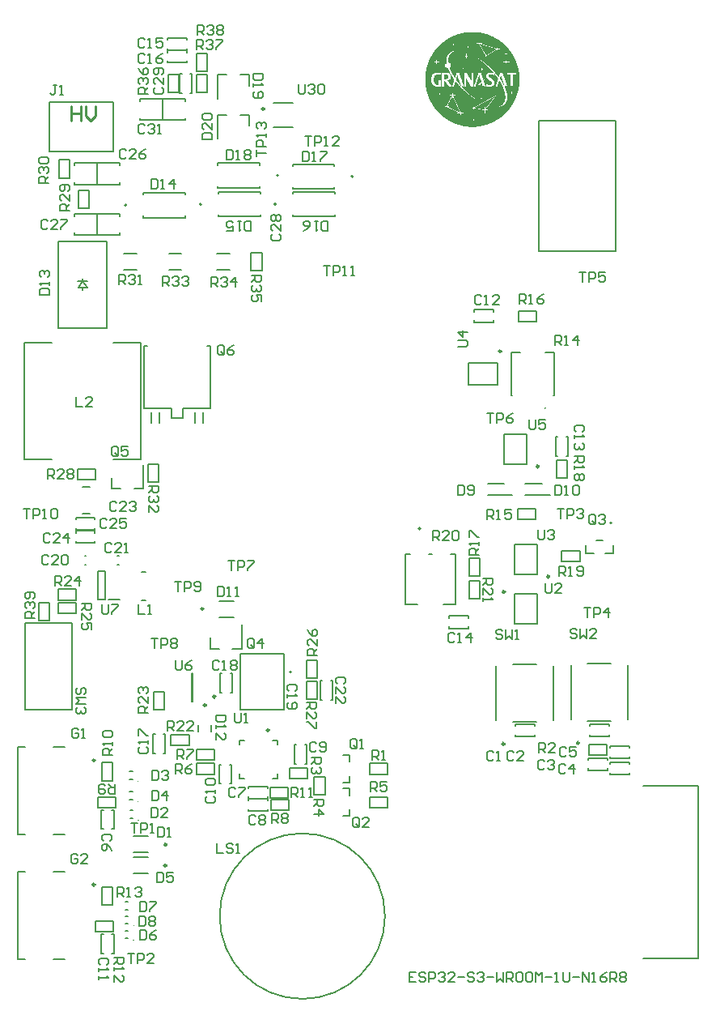
<source format=gto>
G04*
G04 #@! TF.GenerationSoftware,Altium Limited,Altium Designer,25.4.2 (15)*
G04*
G04 Layer_Color=65535*
%FSLAX44Y44*%
%MOMM*%
G71*
G04*
G04 #@! TF.SameCoordinates,1E8D850E-D21C-4C0F-B5A5-9806772CD421*
G04*
G04*
G04 #@! TF.FilePolarity,Positive*
G04*
G01*
G75*
%ADD10C,0.2500*%
%ADD11C,0.1000*%
%ADD12C,0.1524*%
%ADD13C,0.2000*%
%ADD14C,0.1500*%
%ADD15C,0.1270*%
%ADD16C,0.2540*%
G36*
X475102Y1062858D02*
X476687D01*
Y1062726D01*
X477876D01*
Y1062594D01*
X478800D01*
Y1062462D01*
X479725D01*
Y1062330D01*
X480517D01*
Y1062197D01*
X481310D01*
Y1062065D01*
X481970D01*
Y1061933D01*
X482631D01*
Y1061801D01*
X483159D01*
Y1061669D01*
X483687D01*
Y1061537D01*
X484215D01*
Y1061405D01*
X484612D01*
Y1061273D01*
X485140D01*
Y1061141D01*
X485668D01*
Y1061009D01*
X486065D01*
Y1060877D01*
X486593D01*
Y1060745D01*
X486989D01*
Y1060613D01*
X487385D01*
Y1060480D01*
X487782D01*
Y1060348D01*
X488046D01*
Y1060216D01*
X488442D01*
Y1060084D01*
X488838D01*
Y1059952D01*
X489235D01*
Y1059820D01*
X489499D01*
Y1059688D01*
X489895D01*
Y1059556D01*
X490291D01*
Y1059424D01*
X490555D01*
Y1059292D01*
X490819D01*
Y1059160D01*
X491216D01*
Y1059028D01*
X491480D01*
Y1058895D01*
X491744D01*
Y1058763D01*
X492140D01*
Y1058631D01*
X492404D01*
Y1058499D01*
X492669D01*
Y1058367D01*
X493065D01*
Y1058235D01*
X493197D01*
Y1058103D01*
X493461D01*
Y1057971D01*
X493725D01*
Y1057839D01*
X493989D01*
Y1057707D01*
X494254D01*
Y1057575D01*
X494518D01*
Y1057443D01*
X494782D01*
Y1057311D01*
X495046D01*
Y1057178D01*
X495310D01*
Y1057046D01*
X495574D01*
Y1056914D01*
X495839D01*
Y1056782D01*
X496103D01*
Y1056650D01*
X496235D01*
Y1056518D01*
X496499D01*
Y1056386D01*
X496763D01*
Y1056254D01*
X497027D01*
Y1056122D01*
X497159D01*
Y1055990D01*
X497423D01*
Y1055858D01*
X497688D01*
Y1055726D01*
X497820D01*
Y1055593D01*
X498084D01*
Y1055461D01*
X498216D01*
Y1055329D01*
X498480D01*
Y1055197D01*
X498612D01*
Y1055065D01*
X498876D01*
Y1054933D01*
X499141D01*
Y1054801D01*
X499273D01*
Y1054669D01*
X499537D01*
Y1054537D01*
X499669D01*
Y1054405D01*
X499801D01*
Y1054273D01*
X500065D01*
Y1054141D01*
X500197D01*
Y1054009D01*
X500461D01*
Y1053876D01*
X500593D01*
Y1053744D01*
X500858D01*
Y1053612D01*
X500990D01*
Y1053480D01*
X501122D01*
Y1053348D01*
X501386D01*
Y1053216D01*
X501518D01*
Y1053084D01*
X501650D01*
Y1052952D01*
X501914D01*
Y1052820D01*
X502046D01*
Y1052688D01*
X502178D01*
Y1052556D01*
X502443D01*
Y1052424D01*
X502575D01*
Y1052291D01*
X502707D01*
Y1052159D01*
X502839D01*
Y1052027D01*
X503103D01*
Y1051895D01*
X503235D01*
Y1051763D01*
X503367D01*
Y1051631D01*
X503499D01*
Y1051499D01*
X503631D01*
Y1051367D01*
X503895D01*
Y1051235D01*
X504027D01*
Y1051103D01*
X504160D01*
Y1050971D01*
X504292D01*
Y1050839D01*
X504424D01*
Y1050707D01*
X504556D01*
Y1050574D01*
X504688D01*
Y1050442D01*
X504952D01*
Y1050310D01*
X505084D01*
Y1050178D01*
X505216D01*
Y1050046D01*
X505348D01*
Y1049914D01*
X505480D01*
Y1049782D01*
X505612D01*
Y1049650D01*
X505745D01*
Y1049518D01*
X505877D01*
Y1049386D01*
X506009D01*
Y1049254D01*
X506141D01*
Y1049122D01*
X506273D01*
Y1048989D01*
X506405D01*
Y1048857D01*
X506537D01*
Y1048725D01*
X506669D01*
Y1048593D01*
X506801D01*
Y1048461D01*
X506933D01*
Y1048329D01*
X507065D01*
Y1048197D01*
X507197D01*
Y1048065D01*
X507329D01*
Y1047933D01*
X507462D01*
Y1047801D01*
X507594D01*
Y1047669D01*
X507726D01*
Y1047537D01*
X507858D01*
Y1047405D01*
X507990D01*
Y1047272D01*
X508122D01*
Y1047140D01*
X508254D01*
Y1047008D01*
X508386D01*
Y1046876D01*
X508518D01*
Y1046744D01*
X508650D01*
Y1046480D01*
X508782D01*
Y1046348D01*
X508914D01*
Y1046216D01*
X509047D01*
Y1046084D01*
X509179D01*
Y1045952D01*
X509311D01*
Y1045820D01*
X509443D01*
Y1045687D01*
X509575D01*
Y1045423D01*
X509707D01*
Y1045291D01*
X509839D01*
Y1045159D01*
X509971D01*
Y1045027D01*
X510103D01*
Y1044763D01*
X510235D01*
Y1044631D01*
X510367D01*
Y1044499D01*
X510499D01*
Y1044367D01*
X510631D01*
Y1044235D01*
X510764D01*
Y1043970D01*
X510896D01*
Y1043838D01*
X511028D01*
Y1043706D01*
X511160D01*
Y1043442D01*
X511292D01*
Y1043310D01*
X511424D01*
Y1043178D01*
X511556D01*
Y1042914D01*
X511688D01*
Y1042782D01*
X511820D01*
Y1042650D01*
X511952D01*
Y1042385D01*
X512084D01*
Y1042253D01*
X512216D01*
Y1041989D01*
X512349D01*
Y1041857D01*
X512481D01*
Y1041593D01*
X512613D01*
Y1041461D01*
X512745D01*
Y1041197D01*
X512877D01*
Y1041065D01*
X513009D01*
Y1040801D01*
X513141D01*
Y1040668D01*
X513273D01*
Y1040536D01*
X513405D01*
Y1040272D01*
X513537D01*
Y1040008D01*
X513669D01*
Y1039876D01*
X513801D01*
Y1039612D01*
X513933D01*
Y1039348D01*
X514066D01*
Y1039216D01*
X514198D01*
Y1038951D01*
X514330D01*
Y1038687D01*
X514462D01*
Y1038555D01*
X514594D01*
Y1038291D01*
X514726D01*
Y1038027D01*
X514858D01*
Y1037763D01*
X514990D01*
Y1037631D01*
X515122D01*
Y1037366D01*
X515254D01*
Y1037102D01*
X515386D01*
Y1036838D01*
X515518D01*
Y1036574D01*
X515650D01*
Y1036442D01*
X515783D01*
Y1036178D01*
X515915D01*
Y1035781D01*
X516047D01*
Y1035517D01*
X516179D01*
Y1035253D01*
X516311D01*
Y1034989D01*
X516443D01*
Y1034725D01*
X516575D01*
Y1034461D01*
X516707D01*
Y1034197D01*
X516839D01*
Y1033932D01*
X516971D01*
Y1033668D01*
X517103D01*
Y1033272D01*
X517235D01*
Y1033008D01*
X517368D01*
Y1032744D01*
X517500D01*
Y1032347D01*
X517632D01*
Y1032083D01*
X517764D01*
Y1031687D01*
X517896D01*
Y1031423D01*
X518028D01*
Y1031027D01*
X518160D01*
Y1030762D01*
X518292D01*
Y1030366D01*
X518424D01*
Y1029970D01*
X518556D01*
Y1029574D01*
X518688D01*
Y1029177D01*
X518820D01*
Y1028781D01*
X518952D01*
Y1028385D01*
X519085D01*
Y1027989D01*
X519217D01*
Y1027593D01*
X519349D01*
Y1027064D01*
X519481D01*
Y1026668D01*
X519613D01*
Y1026140D01*
X519745D01*
Y1025611D01*
X519877D01*
Y1024951D01*
X520009D01*
Y1024423D01*
X520141D01*
Y1023894D01*
X520273D01*
Y1023234D01*
X520405D01*
Y1022573D01*
X520537D01*
Y1021913D01*
X520670D01*
Y1021121D01*
X520802D01*
Y1020064D01*
X520934D01*
Y1018875D01*
X521066D01*
Y1017554D01*
X521198D01*
Y1015309D01*
X521330D01*
Y1011611D01*
X521198D01*
Y1009365D01*
X521066D01*
Y1008045D01*
X520934D01*
Y1006856D01*
X520802D01*
Y1005799D01*
X520670D01*
Y1005007D01*
X520537D01*
Y1004346D01*
X520405D01*
Y1003686D01*
X520273D01*
Y1003026D01*
X520141D01*
Y1002497D01*
X520009D01*
Y1001837D01*
X519877D01*
Y1001309D01*
X519745D01*
Y1000780D01*
X519613D01*
Y1000252D01*
X519481D01*
Y999724D01*
X519349D01*
Y999327D01*
X519217D01*
Y998931D01*
X519085D01*
Y998535D01*
X518952D01*
Y998139D01*
X518820D01*
Y997742D01*
X518688D01*
Y997346D01*
X518556D01*
Y996950D01*
X518424D01*
Y996554D01*
X518292D01*
Y996158D01*
X518160D01*
Y995761D01*
X518028D01*
Y995497D01*
X517896D01*
Y995101D01*
X517764D01*
Y994837D01*
X517632D01*
Y994441D01*
X517500D01*
Y994176D01*
X517368D01*
Y993912D01*
X517235D01*
Y993516D01*
X517103D01*
Y993252D01*
X516971D01*
Y992988D01*
X516839D01*
Y992591D01*
X516707D01*
Y992327D01*
X516575D01*
Y992063D01*
X516443D01*
Y991799D01*
X516311D01*
Y991535D01*
X516179D01*
Y991271D01*
X516047D01*
Y991006D01*
X515915D01*
Y990742D01*
X515783D01*
Y990478D01*
X515650D01*
Y990214D01*
X515518D01*
Y989950D01*
X515386D01*
Y989686D01*
X515254D01*
Y989554D01*
X515122D01*
Y989289D01*
X514990D01*
Y989025D01*
X514858D01*
Y988761D01*
X514726D01*
Y988497D01*
X514594D01*
Y988365D01*
X514462D01*
Y988101D01*
X514330D01*
Y987837D01*
X514198D01*
Y987704D01*
X514066D01*
Y987440D01*
X513933D01*
Y987176D01*
X513801D01*
Y987044D01*
X513669D01*
Y986780D01*
X513537D01*
Y986516D01*
X513405D01*
Y986384D01*
X513273D01*
Y986119D01*
X513141D01*
Y985987D01*
X513009D01*
Y985723D01*
X512877D01*
Y985591D01*
X512745D01*
Y985459D01*
X512613D01*
Y985195D01*
X512481D01*
Y985063D01*
X512349D01*
Y984799D01*
X512216D01*
Y984667D01*
X512084D01*
Y984402D01*
X511952D01*
Y984270D01*
X511820D01*
Y984006D01*
X511688D01*
Y983874D01*
X511556D01*
Y983742D01*
X511424D01*
Y983610D01*
X511292D01*
Y983346D01*
X511160D01*
Y983214D01*
X511028D01*
Y982950D01*
X510896D01*
Y982817D01*
X510764D01*
Y982685D01*
X510631D01*
Y982553D01*
X510499D01*
Y982421D01*
X510367D01*
Y982157D01*
X510235D01*
Y982025D01*
X510103D01*
Y981893D01*
X509971D01*
Y981629D01*
X509839D01*
Y981497D01*
X509707D01*
Y981365D01*
X509575D01*
Y981233D01*
X509443D01*
Y981100D01*
X509311D01*
Y980968D01*
X509179D01*
Y980836D01*
X509047D01*
Y980572D01*
X508914D01*
Y980440D01*
X508782D01*
Y980308D01*
X508650D01*
Y980176D01*
X508518D01*
Y980044D01*
X508386D01*
Y979912D01*
X508254D01*
Y979780D01*
X508122D01*
Y979648D01*
X507990D01*
Y979515D01*
X507858D01*
Y979251D01*
X507726D01*
Y979119D01*
X507594D01*
Y978987D01*
X507462D01*
Y978855D01*
X507329D01*
Y978723D01*
X507197D01*
Y978591D01*
X507065D01*
Y978459D01*
X506933D01*
Y978327D01*
X506801D01*
Y978195D01*
X506669D01*
Y978063D01*
X506537D01*
Y977931D01*
X506405D01*
Y977798D01*
X506273D01*
Y977666D01*
X506141D01*
Y977534D01*
X506009D01*
Y977402D01*
X505877D01*
Y977270D01*
X505745D01*
Y977138D01*
X505480D01*
Y977006D01*
X505348D01*
Y976874D01*
X505216D01*
Y976742D01*
X505084D01*
Y976610D01*
X504952D01*
Y976478D01*
X504820D01*
Y976346D01*
X504688D01*
Y976213D01*
X504556D01*
Y976081D01*
X504424D01*
Y975949D01*
X504160D01*
Y975817D01*
X504027D01*
Y975685D01*
X503895D01*
Y975553D01*
X503763D01*
Y975421D01*
X503631D01*
Y975289D01*
X503499D01*
Y975157D01*
X503235D01*
Y975025D01*
X503103D01*
Y974893D01*
X502971D01*
Y974761D01*
X502839D01*
Y974629D01*
X502575D01*
Y974496D01*
X502443D01*
Y974364D01*
X502310D01*
Y974232D01*
X502178D01*
Y974100D01*
X501914D01*
Y973968D01*
X501782D01*
Y973836D01*
X501650D01*
Y973704D01*
X501386D01*
Y973572D01*
X501254D01*
Y973440D01*
X501122D01*
Y973308D01*
X500858D01*
Y973176D01*
X500725D01*
Y973044D01*
X500461D01*
Y972911D01*
X500329D01*
Y972779D01*
X500197D01*
Y972647D01*
X499933D01*
Y972515D01*
X499801D01*
Y972383D01*
X499537D01*
Y972251D01*
X499405D01*
Y972119D01*
X499141D01*
Y971987D01*
X499008D01*
Y971855D01*
X498744D01*
Y971723D01*
X498612D01*
Y971591D01*
X498348D01*
Y971459D01*
X498084D01*
Y971327D01*
X497952D01*
Y971194D01*
X497688D01*
Y971062D01*
X497556D01*
Y970930D01*
X497291D01*
Y970798D01*
X497027D01*
Y970666D01*
X496763D01*
Y970534D01*
X496631D01*
Y970402D01*
X496367D01*
Y970270D01*
X496103D01*
Y970138D01*
X495971D01*
Y970006D01*
X495706D01*
Y969874D01*
X495442D01*
Y969742D01*
X495178D01*
Y969609D01*
X494914D01*
Y969477D01*
X494650D01*
Y969345D01*
X494386D01*
Y969213D01*
X494121D01*
Y969081D01*
X493857D01*
Y968949D01*
X493593D01*
Y968817D01*
X493329D01*
Y968685D01*
X493065D01*
Y968553D01*
X492801D01*
Y968421D01*
X492537D01*
Y968289D01*
X492272D01*
Y968157D01*
X492008D01*
Y968025D01*
X491612D01*
Y967892D01*
X491348D01*
Y967760D01*
X491084D01*
Y967628D01*
X490687D01*
Y967496D01*
X490423D01*
Y967364D01*
X490159D01*
Y967232D01*
X489763D01*
Y967100D01*
X489367D01*
Y966968D01*
X488970D01*
Y966836D01*
X488706D01*
Y966704D01*
X488310D01*
Y966572D01*
X487914D01*
Y966440D01*
X487517D01*
Y966307D01*
X487121D01*
Y966175D01*
X486725D01*
Y966043D01*
X486329D01*
Y965911D01*
X485933D01*
Y965779D01*
X485404D01*
Y965647D01*
X484876D01*
Y965515D01*
X484480D01*
Y965383D01*
X483951D01*
Y965251D01*
X483423D01*
Y965119D01*
X482895D01*
Y964987D01*
X482234D01*
Y964855D01*
X481706D01*
Y964723D01*
X480913D01*
Y964590D01*
X480121D01*
Y964458D01*
X479328D01*
Y964326D01*
X478404D01*
Y964194D01*
X477347D01*
Y964062D01*
X476026D01*
Y963930D01*
X473913D01*
Y963798D01*
X470083D01*
Y963930D01*
X467970D01*
Y964062D01*
X466649D01*
Y964194D01*
X465592D01*
Y964326D01*
X464668D01*
Y964458D01*
X463875D01*
Y964590D01*
X463083D01*
Y964723D01*
X462290D01*
Y964855D01*
X461762D01*
Y964987D01*
X461101D01*
Y965119D01*
X460573D01*
Y965251D01*
X460045D01*
Y965383D01*
X459516D01*
Y965515D01*
X459120D01*
Y965647D01*
X458592D01*
Y965779D01*
X458064D01*
Y965911D01*
X457667D01*
Y966043D01*
X457139D01*
Y966175D01*
X456743D01*
Y966307D01*
X456347D01*
Y966440D01*
X456082D01*
Y966572D01*
X455686D01*
Y966704D01*
X455290D01*
Y966836D01*
X454894D01*
Y966968D01*
X454497D01*
Y967100D01*
X454233D01*
Y967232D01*
X453837D01*
Y967364D01*
X453573D01*
Y967496D01*
X453177D01*
Y967628D01*
X452912D01*
Y967760D01*
X452648D01*
Y967892D01*
X452252D01*
Y968025D01*
X451988D01*
Y968157D01*
X451724D01*
Y968289D01*
X451328D01*
Y968421D01*
X451063D01*
Y968553D01*
X450799D01*
Y968685D01*
X450535D01*
Y968817D01*
X450271D01*
Y968949D01*
X450007D01*
Y969081D01*
X449743D01*
Y969213D01*
X449478D01*
Y969345D01*
X449214D01*
Y969477D01*
X448950D01*
Y969609D01*
X448686D01*
Y969742D01*
X448554D01*
Y969874D01*
X448290D01*
Y970006D01*
X448026D01*
Y970138D01*
X447761D01*
Y970270D01*
X447497D01*
Y970402D01*
X447365D01*
Y970534D01*
X447101D01*
Y970666D01*
X446837D01*
Y970798D01*
X446573D01*
Y970930D01*
X446441D01*
Y971062D01*
X446176D01*
Y971194D01*
X446044D01*
Y971327D01*
X445780D01*
Y971459D01*
X445648D01*
Y971591D01*
X445384D01*
Y971723D01*
X445120D01*
Y971855D01*
X444988D01*
Y971987D01*
X444724D01*
Y972119D01*
X444591D01*
Y972251D01*
X444327D01*
Y972383D01*
X444195D01*
Y972515D01*
X443931D01*
Y972647D01*
X443799D01*
Y972779D01*
X443667D01*
Y972911D01*
X443403D01*
Y973044D01*
X443271D01*
Y973176D01*
X443007D01*
Y973308D01*
X442874D01*
Y973440D01*
X442742D01*
Y973572D01*
X442478D01*
Y973704D01*
X442346D01*
Y973836D01*
X442214D01*
Y973968D01*
X441950D01*
Y974100D01*
X441818D01*
Y974232D01*
X441686D01*
Y974364D01*
X441422D01*
Y974496D01*
X441289D01*
Y974629D01*
X441157D01*
Y974761D01*
X441025D01*
Y974893D01*
X440893D01*
Y975025D01*
X440629D01*
Y975157D01*
X440497D01*
Y975289D01*
X440365D01*
Y975421D01*
X440233D01*
Y975553D01*
X439969D01*
Y975685D01*
X439837D01*
Y975817D01*
X439705D01*
Y975949D01*
X439572D01*
Y976081D01*
X439440D01*
Y976213D01*
X439308D01*
Y976346D01*
X439176D01*
Y976478D01*
X438912D01*
Y976610D01*
X438780D01*
Y976742D01*
X438648D01*
Y976874D01*
X438516D01*
Y977006D01*
X438384D01*
Y977138D01*
X438252D01*
Y977270D01*
X438120D01*
Y977402D01*
X437987D01*
Y977534D01*
X437855D01*
Y977666D01*
X437723D01*
Y977798D01*
X437591D01*
Y977931D01*
X437459D01*
Y978063D01*
X437327D01*
Y978195D01*
X437195D01*
Y978327D01*
X437063D01*
Y978459D01*
X436931D01*
Y978591D01*
X436799D01*
Y978723D01*
X436667D01*
Y978855D01*
X436535D01*
Y978987D01*
X436403D01*
Y979119D01*
X436270D01*
Y979251D01*
X436138D01*
Y979383D01*
X436006D01*
Y979515D01*
X435874D01*
Y979648D01*
X435742D01*
Y979780D01*
X435610D01*
Y979912D01*
X435478D01*
Y980176D01*
X435346D01*
Y980308D01*
X435214D01*
Y980440D01*
X435082D01*
Y980572D01*
X434950D01*
Y980704D01*
X434818D01*
Y980836D01*
X434685D01*
Y980968D01*
X434553D01*
Y981233D01*
X434421D01*
Y981365D01*
X434289D01*
Y981497D01*
X434157D01*
Y981629D01*
X434025D01*
Y981761D01*
X433893D01*
Y982025D01*
X433761D01*
Y982157D01*
X433629D01*
Y982289D01*
X433497D01*
Y982421D01*
X433365D01*
Y982553D01*
X433233D01*
Y982817D01*
X433101D01*
Y982950D01*
X432968D01*
Y983082D01*
X432836D01*
Y983346D01*
X432704D01*
Y983478D01*
X432572D01*
Y983610D01*
X432440D01*
Y983874D01*
X432308D01*
Y984006D01*
X432176D01*
Y984138D01*
X432044D01*
Y984402D01*
X431912D01*
Y984535D01*
X431780D01*
Y984799D01*
X431648D01*
Y984931D01*
X431516D01*
Y985195D01*
X431383D01*
Y985327D01*
X431251D01*
Y985459D01*
X431119D01*
Y985723D01*
X430987D01*
Y985855D01*
X430855D01*
Y986119D01*
X430723D01*
Y986252D01*
X430591D01*
Y986516D01*
X430459D01*
Y986780D01*
X430327D01*
Y986912D01*
X430195D01*
Y987176D01*
X430063D01*
Y987440D01*
X429931D01*
Y987572D01*
X429799D01*
Y987837D01*
X429666D01*
Y987969D01*
X429534D01*
Y988233D01*
X429402D01*
Y988497D01*
X429270D01*
Y988761D01*
X429138D01*
Y988893D01*
X429006D01*
Y989157D01*
X428874D01*
Y989421D01*
X428742D01*
Y989686D01*
X428610D01*
Y989950D01*
X428478D01*
Y990082D01*
X428346D01*
Y990346D01*
X428214D01*
Y990610D01*
X428081D01*
Y990874D01*
X427949D01*
Y991139D01*
X427817D01*
Y991403D01*
X427685D01*
Y991667D01*
X427553D01*
Y991931D01*
X427421D01*
Y992195D01*
X427289D01*
Y992591D01*
X427157D01*
Y992856D01*
X427025D01*
Y993120D01*
X426893D01*
Y993384D01*
X426761D01*
Y993780D01*
X426629D01*
Y994044D01*
X426497D01*
Y994308D01*
X426364D01*
Y994705D01*
X426232D01*
Y994969D01*
X426100D01*
Y995365D01*
X425968D01*
Y995629D01*
X425836D01*
Y996025D01*
X425704D01*
Y996422D01*
X425572D01*
Y996818D01*
X425440D01*
Y997214D01*
X425308D01*
Y997478D01*
X425176D01*
Y997875D01*
X425044D01*
Y998271D01*
X424911D01*
Y998667D01*
X424779D01*
Y999063D01*
X424647D01*
Y999592D01*
X424515D01*
Y1000120D01*
X424383D01*
Y1000516D01*
X424251D01*
Y1001044D01*
X424119D01*
Y1001573D01*
X423987D01*
Y1002101D01*
X423855D01*
Y1002762D01*
X423723D01*
Y1003290D01*
X423591D01*
Y1003950D01*
X423459D01*
Y1004611D01*
X423327D01*
Y1005403D01*
X423195D01*
Y1006328D01*
X423062D01*
Y1007516D01*
X422930D01*
Y1008705D01*
X422798D01*
Y1010422D01*
X422666D01*
Y1016366D01*
X422798D01*
Y1018083D01*
X422930D01*
Y1019271D01*
X423062D01*
Y1020460D01*
X423195D01*
Y1021385D01*
X423327D01*
Y1022177D01*
X423459D01*
Y1022838D01*
X423591D01*
Y1023498D01*
X423723D01*
Y1024026D01*
X423855D01*
Y1024687D01*
X423987D01*
Y1025215D01*
X424119D01*
Y1025743D01*
X424251D01*
Y1026272D01*
X424383D01*
Y1026800D01*
X424515D01*
Y1027196D01*
X424647D01*
Y1027725D01*
X424779D01*
Y1028121D01*
X424911D01*
Y1028517D01*
X425044D01*
Y1028913D01*
X425176D01*
Y1029310D01*
X425308D01*
Y1029706D01*
X425440D01*
Y1030102D01*
X425572D01*
Y1030498D01*
X425704D01*
Y1030895D01*
X425836D01*
Y1031159D01*
X425968D01*
Y1031555D01*
X426100D01*
Y1031819D01*
X426232D01*
Y1032215D01*
X426364D01*
Y1032479D01*
X426497D01*
Y1032744D01*
X426629D01*
Y1033140D01*
X426761D01*
Y1033404D01*
X426893D01*
Y1033800D01*
X427025D01*
Y1034064D01*
X427157D01*
Y1034329D01*
X427289D01*
Y1034593D01*
X427421D01*
Y1034857D01*
X427553D01*
Y1035121D01*
X427685D01*
Y1035385D01*
X427817D01*
Y1035649D01*
X427949D01*
Y1035914D01*
X428081D01*
Y1036178D01*
X428214D01*
Y1036442D01*
X428346D01*
Y1036706D01*
X428478D01*
Y1036970D01*
X428610D01*
Y1037234D01*
X428742D01*
Y1037499D01*
X428874D01*
Y1037631D01*
X429006D01*
Y1037895D01*
X429138D01*
Y1038159D01*
X429270D01*
Y1038423D01*
X429402D01*
Y1038687D01*
X429534D01*
Y1038819D01*
X429666D01*
Y1039083D01*
X429799D01*
Y1039216D01*
X429931D01*
Y1039480D01*
X430063D01*
Y1039744D01*
X430195D01*
Y1039876D01*
X430327D01*
Y1040140D01*
X430459D01*
Y1040404D01*
X430591D01*
Y1040536D01*
X430723D01*
Y1040801D01*
X430855D01*
Y1040933D01*
X430987D01*
Y1041197D01*
X431119D01*
Y1041329D01*
X431251D01*
Y1041593D01*
X431383D01*
Y1041725D01*
X431516D01*
Y1041857D01*
X431648D01*
Y1042121D01*
X431780D01*
Y1042253D01*
X431912D01*
Y1042518D01*
X432044D01*
Y1042650D01*
X432176D01*
Y1042914D01*
X432308D01*
Y1043046D01*
X432440D01*
Y1043178D01*
X432572D01*
Y1043310D01*
X432704D01*
Y1043574D01*
X432836D01*
Y1043706D01*
X432968D01*
Y1043970D01*
X433101D01*
Y1044103D01*
X433233D01*
Y1044235D01*
X433365D01*
Y1044367D01*
X433497D01*
Y1044499D01*
X433629D01*
Y1044763D01*
X433761D01*
Y1044895D01*
X433893D01*
Y1045027D01*
X434025D01*
Y1045159D01*
X434157D01*
Y1045423D01*
X434289D01*
Y1045555D01*
X434421D01*
Y1045687D01*
X434553D01*
Y1045820D01*
X434685D01*
Y1045952D01*
X434818D01*
Y1046216D01*
X434950D01*
Y1046348D01*
X435082D01*
Y1046480D01*
X435214D01*
Y1046612D01*
X435346D01*
Y1046744D01*
X435478D01*
Y1046876D01*
X435610D01*
Y1047008D01*
X435742D01*
Y1047140D01*
X435874D01*
Y1047272D01*
X436006D01*
Y1047405D01*
X436138D01*
Y1047537D01*
X436270D01*
Y1047669D01*
X436403D01*
Y1047933D01*
X436535D01*
Y1048065D01*
X436667D01*
Y1048197D01*
X436799D01*
Y1048329D01*
X436931D01*
Y1048461D01*
X437063D01*
Y1048593D01*
X437195D01*
Y1048725D01*
X437327D01*
Y1048857D01*
X437459D01*
Y1048989D01*
X437591D01*
Y1049122D01*
X437723D01*
Y1049254D01*
X437855D01*
Y1049386D01*
X437987D01*
Y1049518D01*
X438252D01*
Y1049650D01*
X438384D01*
Y1049782D01*
X438516D01*
Y1049914D01*
X438648D01*
Y1050046D01*
X438780D01*
Y1050178D01*
X438912D01*
Y1050310D01*
X439044D01*
Y1050442D01*
X439176D01*
Y1050574D01*
X439308D01*
Y1050707D01*
X439440D01*
Y1050839D01*
X439705D01*
Y1050971D01*
X439837D01*
Y1051103D01*
X439969D01*
Y1051235D01*
X440101D01*
Y1051367D01*
X440233D01*
Y1051499D01*
X440365D01*
Y1051631D01*
X440629D01*
Y1051763D01*
X440761D01*
Y1051895D01*
X440893D01*
Y1052027D01*
X441025D01*
Y1052159D01*
X441157D01*
Y1052291D01*
X441422D01*
Y1052424D01*
X441554D01*
Y1052556D01*
X441686D01*
Y1052688D01*
X441950D01*
Y1052820D01*
X442082D01*
Y1052952D01*
X442214D01*
Y1053084D01*
X442478D01*
Y1053216D01*
X442610D01*
Y1053348D01*
X442742D01*
Y1053480D01*
X443007D01*
Y1053612D01*
X443139D01*
Y1053744D01*
X443403D01*
Y1053876D01*
X443535D01*
Y1054009D01*
X443667D01*
Y1054141D01*
X443931D01*
Y1054273D01*
X444063D01*
Y1054405D01*
X444327D01*
Y1054537D01*
X444459D01*
Y1054669D01*
X444724D01*
Y1054801D01*
X444856D01*
Y1054933D01*
X445120D01*
Y1055065D01*
X445252D01*
Y1055197D01*
X445516D01*
Y1055329D01*
X445648D01*
Y1055461D01*
X445912D01*
Y1055593D01*
X446176D01*
Y1055726D01*
X446309D01*
Y1055858D01*
X446573D01*
Y1055990D01*
X446837D01*
Y1056122D01*
X446969D01*
Y1056254D01*
X447233D01*
Y1056386D01*
X447497D01*
Y1056518D01*
X447629D01*
Y1056650D01*
X447893D01*
Y1056782D01*
X448158D01*
Y1056914D01*
X448422D01*
Y1057046D01*
X448554D01*
Y1057178D01*
X448818D01*
Y1057311D01*
X449082D01*
Y1057443D01*
X449346D01*
Y1057575D01*
X449610D01*
Y1057707D01*
X449875D01*
Y1057839D01*
X450139D01*
Y1057971D01*
X450403D01*
Y1058103D01*
X450667D01*
Y1058235D01*
X450931D01*
Y1058367D01*
X451195D01*
Y1058499D01*
X451592D01*
Y1058631D01*
X451856D01*
Y1058763D01*
X452120D01*
Y1058895D01*
X452384D01*
Y1059028D01*
X452780D01*
Y1059160D01*
X453045D01*
Y1059292D01*
X453309D01*
Y1059424D01*
X453705D01*
Y1059556D01*
X453969D01*
Y1059688D01*
X454365D01*
Y1059820D01*
X454762D01*
Y1059952D01*
X455158D01*
Y1060084D01*
X455422D01*
Y1060216D01*
X455818D01*
Y1060348D01*
X456214D01*
Y1060480D01*
X456611D01*
Y1060613D01*
X457007D01*
Y1060745D01*
X457403D01*
Y1060877D01*
X457799D01*
Y1061009D01*
X458328D01*
Y1061141D01*
X458724D01*
Y1061273D01*
X459252D01*
Y1061405D01*
X459781D01*
Y1061537D01*
X460309D01*
Y1061669D01*
X460837D01*
Y1061801D01*
X461366D01*
Y1061933D01*
X461894D01*
Y1062065D01*
X462686D01*
Y1062197D01*
X463347D01*
Y1062330D01*
X464139D01*
Y1062462D01*
X465064D01*
Y1062594D01*
X465988D01*
Y1062726D01*
X467177D01*
Y1062858D01*
X468762D01*
Y1062990D01*
X475102D01*
Y1062858D01*
D02*
G37*
%LPC*%
G36*
X452384Y1051235D02*
X452252D01*
Y1050574D01*
X452120D01*
Y1050178D01*
X451988D01*
Y1050046D01*
X451328D01*
Y1049914D01*
X451195D01*
Y1049782D01*
X451328D01*
Y1049650D01*
X452120D01*
Y1049386D01*
X452252D01*
Y1048725D01*
X452384D01*
Y1048593D01*
X452516D01*
Y1048857D01*
X452648D01*
Y1049650D01*
X453309D01*
Y1049782D01*
X453705D01*
Y1049914D01*
X453573D01*
Y1050046D01*
X452780D01*
Y1050178D01*
X452648D01*
Y1050707D01*
X452516D01*
Y1051103D01*
X452384D01*
Y1051235D01*
D02*
G37*
G36*
X467705Y1048725D02*
X467573D01*
Y1048461D01*
X467441D01*
Y1047669D01*
X466649D01*
Y1047537D01*
X466385D01*
Y1047405D01*
X466649D01*
Y1047272D01*
X467309D01*
Y1047140D01*
X467441D01*
Y1046744D01*
X467573D01*
Y1046216D01*
X467837D01*
Y1047140D01*
X467970D01*
Y1047272D01*
X468762D01*
Y1047405D01*
X468894D01*
Y1047537D01*
X468762D01*
Y1047669D01*
X467970D01*
Y1047801D01*
X467837D01*
Y1048593D01*
X467705D01*
Y1048725D01*
D02*
G37*
G36*
X478932Y1054273D02*
X478800D01*
Y1054009D01*
X478668D01*
Y1052952D01*
X478536D01*
Y1051499D01*
X478272D01*
Y1051367D01*
X476951D01*
Y1051235D01*
X476026D01*
Y1051103D01*
X475762D01*
Y1050971D01*
X476026D01*
Y1050839D01*
X477083D01*
Y1050707D01*
X478404D01*
Y1050574D01*
X478536D01*
Y1049782D01*
X478668D01*
Y1048329D01*
X478800D01*
Y1047933D01*
X479064D01*
Y1048197D01*
X479196D01*
Y1049782D01*
X479461D01*
Y1049518D01*
X479593D01*
Y1049386D01*
X479725D01*
Y1049122D01*
X479857D01*
Y1048857D01*
X479989D01*
Y1048593D01*
X480121D01*
Y1048329D01*
X480253D01*
Y1048065D01*
X480385D01*
Y1047933D01*
X480517D01*
Y1047669D01*
X480649D01*
Y1047405D01*
X480781D01*
Y1047272D01*
X480913D01*
Y1047008D01*
X481045D01*
Y1046744D01*
X481178D01*
Y1046480D01*
X481310D01*
Y1046216D01*
X481442D01*
Y1045952D01*
X481574D01*
Y1045820D01*
X481706D01*
Y1045555D01*
X481838D01*
Y1045291D01*
X481970D01*
Y1045159D01*
X482102D01*
Y1044895D01*
X482234D01*
Y1044631D01*
X482366D01*
Y1044367D01*
X482498D01*
Y1044103D01*
X482631D01*
Y1043970D01*
X482763D01*
Y1043706D01*
X482895D01*
Y1043442D01*
X483027D01*
Y1043178D01*
X483159D01*
Y1043046D01*
X483291D01*
Y1042782D01*
X483423D01*
Y1042518D01*
X483555D01*
Y1042253D01*
X483687D01*
Y1041989D01*
X483819D01*
Y1041725D01*
X483951D01*
Y1041593D01*
X484083D01*
Y1041329D01*
X484215D01*
Y1041065D01*
X484347D01*
Y1040933D01*
X484480D01*
Y1040668D01*
X484612D01*
Y1040404D01*
X484744D01*
Y1040140D01*
X484876D01*
Y1039876D01*
X485008D01*
Y1039612D01*
X485140D01*
Y1039480D01*
X485272D01*
Y1039216D01*
X485404D01*
Y1038951D01*
X485536D01*
Y1038819D01*
X485668D01*
Y1038555D01*
X485800D01*
Y1038423D01*
X485668D01*
Y1038291D01*
X485272D01*
Y1038159D01*
X485008D01*
Y1038027D01*
X485272D01*
Y1037895D01*
X486065D01*
Y1037102D01*
X486197D01*
Y1036838D01*
X486461D01*
Y1037366D01*
X486593D01*
Y1037895D01*
X487121D01*
Y1038027D01*
X487517D01*
Y1038291D01*
X487253D01*
Y1038423D01*
X487385D01*
Y1038555D01*
X487517D01*
Y1038687D01*
X487782D01*
Y1038819D01*
X487914D01*
Y1038951D01*
X488178D01*
Y1039083D01*
X488442D01*
Y1039216D01*
X488706D01*
Y1039348D01*
X488970D01*
Y1039480D01*
X489102D01*
Y1039612D01*
X489367D01*
Y1039744D01*
X489499D01*
Y1039876D01*
X489763D01*
Y1040008D01*
X490027D01*
Y1040140D01*
X490159D01*
Y1040272D01*
X490423D01*
Y1040404D01*
X490687D01*
Y1040536D01*
X490951D01*
Y1040668D01*
X491084D01*
Y1040801D01*
X491348D01*
Y1040933D01*
X491612D01*
Y1041065D01*
X491744D01*
Y1041197D01*
X492008D01*
Y1041329D01*
X492272D01*
Y1041461D01*
X492404D01*
Y1041593D01*
X492669D01*
Y1041725D01*
X492933D01*
Y1041857D01*
X493197D01*
Y1041989D01*
X493329D01*
Y1042121D01*
X493593D01*
Y1042253D01*
X493857D01*
Y1042385D01*
X493989D01*
Y1042518D01*
X494254D01*
Y1042650D01*
X494518D01*
Y1042782D01*
X494782D01*
Y1042914D01*
X494914D01*
Y1043046D01*
X495178D01*
Y1043178D01*
X495442D01*
Y1043310D01*
X495574D01*
Y1043442D01*
X495839D01*
Y1043574D01*
X496103D01*
Y1043706D01*
X496235D01*
Y1043838D01*
X496499D01*
Y1043970D01*
X496763D01*
Y1044103D01*
X497027D01*
Y1044235D01*
X497159D01*
Y1044367D01*
X497423D01*
Y1044499D01*
X497688D01*
Y1044631D01*
X497820D01*
Y1044235D01*
X497952D01*
Y1042782D01*
X498084D01*
Y1041857D01*
X498216D01*
Y1041725D01*
X498348D01*
Y1041857D01*
X498480D01*
Y1043178D01*
X498612D01*
Y1044631D01*
X498876D01*
Y1044763D01*
X500065D01*
Y1044895D01*
X501122D01*
Y1045027D01*
X501386D01*
Y1045159D01*
X501254D01*
Y1045291D01*
X500329D01*
Y1045423D01*
X498744D01*
Y1045555D01*
X498612D01*
Y1046480D01*
X498480D01*
Y1047669D01*
X498348D01*
Y1048329D01*
X498084D01*
Y1048197D01*
X497952D01*
Y1046348D01*
X497820D01*
Y1045555D01*
X497556D01*
Y1045687D01*
X497027D01*
Y1045820D01*
X496631D01*
Y1045952D01*
X496235D01*
Y1046084D01*
X495839D01*
Y1046216D01*
X495310D01*
Y1046348D01*
X494914D01*
Y1046480D01*
X494386D01*
Y1046612D01*
X493989D01*
Y1046744D01*
X493593D01*
Y1046876D01*
X493197D01*
Y1047008D01*
X492801D01*
Y1047140D01*
X492404D01*
Y1047272D01*
X492008D01*
Y1047405D01*
X491480D01*
Y1047537D01*
X491084D01*
Y1047669D01*
X490555D01*
Y1047801D01*
X490159D01*
Y1047933D01*
X489763D01*
Y1048065D01*
X489367D01*
Y1048197D01*
X488970D01*
Y1048329D01*
X488574D01*
Y1048461D01*
X488046D01*
Y1048593D01*
X487649D01*
Y1048725D01*
X487253D01*
Y1048857D01*
X486725D01*
Y1048989D01*
X486329D01*
Y1049122D01*
X485933D01*
Y1049254D01*
X485536D01*
Y1049386D01*
X485140D01*
Y1049518D01*
X484744D01*
Y1049650D01*
X484215D01*
Y1049782D01*
X483819D01*
Y1049914D01*
X483291D01*
Y1050046D01*
X482895D01*
Y1050178D01*
X482498D01*
Y1050310D01*
X482102D01*
Y1050442D01*
X481706D01*
Y1050574D01*
X481310D01*
Y1050707D01*
X480913D01*
Y1050839D01*
X481442D01*
Y1050971D01*
X481970D01*
Y1051235D01*
X481574D01*
Y1051367D01*
X479989D01*
Y1051499D01*
X479328D01*
Y1051895D01*
X479196D01*
Y1053084D01*
X479064D01*
Y1054141D01*
X478932D01*
Y1054273D01*
D02*
G37*
G36*
X507594Y1041593D02*
X507462D01*
Y1041329D01*
X507329D01*
Y1040536D01*
X506933D01*
Y1040404D01*
X506405D01*
Y1040272D01*
X506273D01*
Y1040140D01*
X506801D01*
Y1040008D01*
X507329D01*
Y1039348D01*
X507462D01*
Y1038951D01*
X507726D01*
Y1040008D01*
X508122D01*
Y1040140D01*
X508650D01*
Y1040272D01*
X508782D01*
Y1040404D01*
X508386D01*
Y1040536D01*
X507858D01*
Y1040668D01*
X507726D01*
Y1041461D01*
X507594D01*
Y1041593D01*
D02*
G37*
G36*
X465988Y1041197D02*
X465856D01*
Y1040933D01*
X465724D01*
Y1039216D01*
X465592D01*
Y1038291D01*
X465196D01*
Y1038159D01*
X463875D01*
Y1038027D01*
X463083D01*
Y1037895D01*
X462818D01*
Y1037763D01*
X463083D01*
Y1037631D01*
X464403D01*
Y1037499D01*
X465592D01*
Y1036970D01*
X465724D01*
Y1035649D01*
X465856D01*
Y1035517D01*
Y1035385D01*
Y1034725D01*
X465988D01*
Y1034593D01*
X466120D01*
Y1034725D01*
X466253D01*
Y1035781D01*
X466385D01*
Y1037366D01*
X466517D01*
Y1037499D01*
X467177D01*
Y1037631D01*
X468366D01*
Y1037763D01*
X469026D01*
Y1037895D01*
X469158D01*
Y1038027D01*
X468762D01*
Y1038159D01*
X467177D01*
Y1038291D01*
X466385D01*
Y1039348D01*
X466253D01*
Y1040536D01*
X466120D01*
Y1041065D01*
X465988D01*
Y1041197D01*
D02*
G37*
G36*
X507594Y1034857D02*
X507462D01*
Y1034725D01*
X507329D01*
Y1033272D01*
X507197D01*
Y1032083D01*
X506933D01*
Y1031951D01*
X505612D01*
Y1031819D01*
X504688D01*
Y1031687D01*
X504424D01*
Y1031555D01*
X504556D01*
Y1031423D01*
X505348D01*
Y1031291D01*
X507065D01*
Y1031159D01*
X507197D01*
Y1030498D01*
X507329D01*
Y1029970D01*
Y1029838D01*
Y1029045D01*
X507462D01*
Y1028385D01*
X507726D01*
Y1029177D01*
X507858D01*
Y1030895D01*
X507990D01*
Y1031291D01*
X509047D01*
Y1031423D01*
X510235D01*
Y1031555D01*
X510764D01*
Y1031687D01*
X510631D01*
Y1031819D01*
X510235D01*
Y1031951D01*
X508386D01*
Y1032083D01*
X507990D01*
Y1032215D01*
X507858D01*
Y1033404D01*
X507726D01*
Y1034593D01*
X507594D01*
Y1034857D01*
D02*
G37*
G36*
X434818Y1034593D02*
X434553D01*
Y1034197D01*
X434421D01*
Y1034064D01*
Y1033932D01*
Y1032347D01*
X434289D01*
Y1031819D01*
X433761D01*
Y1031687D01*
X432440D01*
Y1031555D01*
X431780D01*
Y1031423D01*
X431648D01*
Y1031291D01*
X431780D01*
Y1031159D01*
X432836D01*
Y1031027D01*
X434289D01*
Y1030762D01*
X434421D01*
Y1029442D01*
X434553D01*
Y1028385D01*
X434685D01*
Y1028121D01*
X434818D01*
Y1028253D01*
X434950D01*
Y1028913D01*
X435082D01*
Y1030762D01*
X435214D01*
Y1031027D01*
X436006D01*
Y1031159D01*
X437327D01*
Y1031291D01*
X437855D01*
Y1031555D01*
X437591D01*
Y1031687D01*
X436138D01*
Y1031819D01*
X435214D01*
Y1031951D01*
X435082D01*
Y1033140D01*
X434950D01*
Y1034329D01*
X434818D01*
Y1034593D01*
D02*
G37*
G36*
X462686Y1026536D02*
X462554D01*
Y1026140D01*
X462422D01*
Y1025479D01*
X462290D01*
Y1025347D01*
X461630D01*
Y1025215D01*
X461498D01*
Y1025083D01*
X461630D01*
Y1024951D01*
X462290D01*
Y1024819D01*
X462422D01*
Y1024423D01*
X462554D01*
Y1023894D01*
X462686D01*
Y1023762D01*
X462818D01*
Y1024158D01*
X462951D01*
Y1024951D01*
X463611D01*
Y1025083D01*
X463875D01*
Y1025347D01*
X463215D01*
Y1025479D01*
X462951D01*
Y1025875D01*
X462818D01*
Y1026404D01*
X462686D01*
Y1026536D01*
D02*
G37*
G36*
X482102Y1025347D02*
X481838D01*
Y1024423D01*
X481706D01*
Y1024291D01*
X481574D01*
Y1024158D01*
X481045D01*
Y1024026D01*
X480781D01*
Y1023894D01*
X480913D01*
Y1023762D01*
X481706D01*
Y1023630D01*
X481838D01*
Y1022706D01*
X481970D01*
Y1022573D01*
X482102D01*
Y1022970D01*
X482234D01*
Y1023630D01*
X482366D01*
Y1023762D01*
X482895D01*
Y1023894D01*
X483159D01*
Y1024158D01*
X482366D01*
Y1024291D01*
X482234D01*
Y1024951D01*
X482102D01*
Y1025347D01*
D02*
G37*
G36*
X477743Y1035649D02*
X477611D01*
Y1035517D01*
X477743D01*
Y1035385D01*
X477876D01*
Y1035253D01*
X478140D01*
Y1035121D01*
X478272D01*
Y1034989D01*
X478404D01*
Y1034857D01*
X478668D01*
Y1034725D01*
X478800D01*
Y1034593D01*
X478932D01*
Y1034461D01*
X479196D01*
Y1034329D01*
X479328D01*
Y1034197D01*
X479461D01*
Y1034064D01*
X479725D01*
Y1033932D01*
X479857D01*
Y1033800D01*
X479989D01*
Y1033668D01*
X480253D01*
Y1033536D01*
X480385D01*
Y1033404D01*
X480517D01*
Y1033272D01*
X480781D01*
Y1033140D01*
X480913D01*
Y1033008D01*
X481045D01*
Y1032876D01*
X481178D01*
Y1032744D01*
X481442D01*
Y1032612D01*
X481574D01*
Y1032479D01*
X481706D01*
Y1032347D01*
X481970D01*
Y1032215D01*
X482102D01*
Y1032083D01*
X482234D01*
Y1031951D01*
X482366D01*
Y1031819D01*
X482631D01*
Y1031687D01*
X482763D01*
Y1031555D01*
X482895D01*
Y1031423D01*
X483027D01*
Y1031291D01*
X483159D01*
Y1031159D01*
X483423D01*
Y1031027D01*
X483555D01*
Y1030895D01*
X483687D01*
Y1030762D01*
X483819D01*
Y1030630D01*
X483951D01*
Y1030498D01*
X484215D01*
Y1030366D01*
X484347D01*
Y1030234D01*
X484480D01*
Y1030102D01*
X484612D01*
Y1029970D01*
X484744D01*
Y1029838D01*
X484876D01*
Y1029706D01*
X485140D01*
Y1029574D01*
X485272D01*
Y1029442D01*
X485404D01*
Y1029310D01*
X485536D01*
Y1029177D01*
X485668D01*
Y1029045D01*
X485800D01*
Y1028913D01*
X485933D01*
Y1028781D01*
X486065D01*
Y1028649D01*
X486329D01*
Y1028517D01*
X486461D01*
Y1028385D01*
X486593D01*
Y1028253D01*
X486725D01*
Y1028121D01*
X486857D01*
Y1027989D01*
X486989D01*
Y1027857D01*
X487121D01*
Y1027725D01*
X487253D01*
Y1027593D01*
X487385D01*
Y1027460D01*
X487517D01*
Y1027328D01*
X487782D01*
Y1027196D01*
X487914D01*
Y1027064D01*
X488046D01*
Y1026932D01*
X488178D01*
Y1026800D01*
X488310D01*
Y1026668D01*
X488442D01*
Y1026536D01*
X488574D01*
Y1026404D01*
X488706D01*
Y1026272D01*
X488838D01*
Y1026140D01*
X488970D01*
Y1026008D01*
X489102D01*
Y1025875D01*
X489235D01*
Y1025743D01*
X489367D01*
Y1025611D01*
X489499D01*
Y1025479D01*
X489631D01*
Y1025347D01*
X489763D01*
Y1025215D01*
X489895D01*
Y1025083D01*
X490027D01*
Y1024951D01*
X490159D01*
Y1024819D01*
X490291D01*
Y1024687D01*
X490423D01*
Y1024555D01*
X490555D01*
Y1024423D01*
X490687D01*
Y1024291D01*
X490819D01*
Y1024158D01*
X490951D01*
Y1024026D01*
X491084D01*
Y1023894D01*
X491216D01*
Y1023762D01*
X491348D01*
Y1023630D01*
X491480D01*
Y1023498D01*
X491612D01*
Y1023234D01*
X491744D01*
Y1023102D01*
X491876D01*
Y1022970D01*
X492008D01*
Y1022838D01*
X492140D01*
Y1022706D01*
X492272D01*
Y1022573D01*
X492404D01*
Y1022441D01*
X492537D01*
Y1022309D01*
X492669D01*
Y1022177D01*
X492801D01*
Y1022045D01*
X492933D01*
Y1021781D01*
X493065D01*
Y1021649D01*
X493197D01*
Y1021517D01*
X493329D01*
Y1021385D01*
X493461D01*
Y1021253D01*
X493593D01*
Y1021121D01*
X493725D01*
Y1020989D01*
X493857D01*
Y1020724D01*
X493989D01*
Y1020592D01*
X494121D01*
Y1020460D01*
X494254D01*
Y1020328D01*
X494121D01*
Y1020196D01*
X492933D01*
Y1020328D01*
X489895D01*
Y1020196D01*
X489102D01*
Y1020064D01*
X488574D01*
Y1019932D01*
X488310D01*
Y1019800D01*
X488046D01*
Y1019668D01*
X487914D01*
Y1019536D01*
X487649D01*
Y1019404D01*
X487517D01*
Y1019271D01*
X487385D01*
Y1019139D01*
X487253D01*
Y1018875D01*
X487121D01*
Y1018611D01*
X486989D01*
Y1018347D01*
X486857D01*
Y1018083D01*
X486725D01*
Y1017554D01*
X486593D01*
Y1015969D01*
X486725D01*
Y1015573D01*
X486857D01*
Y1015309D01*
X486989D01*
Y1015045D01*
X487121D01*
Y1014781D01*
X487253D01*
Y1014649D01*
X487385D01*
Y1014517D01*
X487517D01*
Y1014385D01*
X487649D01*
Y1014252D01*
X487782D01*
Y1014120D01*
X487914D01*
Y1013988D01*
X488046D01*
Y1013856D01*
X488178D01*
Y1013724D01*
X488442D01*
Y1013592D01*
X488574D01*
Y1013460D01*
X488706D01*
Y1013328D01*
X488838D01*
Y1013196D01*
X489102D01*
Y1013064D01*
X489235D01*
Y1012932D01*
X489367D01*
Y1012800D01*
X489631D01*
Y1012667D01*
X489763D01*
Y1012535D01*
X489895D01*
Y1012403D01*
X490027D01*
Y1012271D01*
X490291D01*
Y1012139D01*
X490423D01*
Y1012007D01*
X490555D01*
Y1011875D01*
X490819D01*
Y1011743D01*
X490951D01*
Y1011611D01*
X491216D01*
Y1011479D01*
X491348D01*
Y1011347D01*
X491480D01*
Y1011215D01*
X491744D01*
Y1011083D01*
X491876D01*
Y1010950D01*
X492008D01*
Y1010818D01*
X492140D01*
Y1010686D01*
X492272D01*
Y1010554D01*
X492404D01*
Y1010422D01*
X492537D01*
Y1010290D01*
X492669D01*
Y1009762D01*
X492801D01*
Y1009365D01*
X492669D01*
Y1008969D01*
X492537D01*
Y1008705D01*
X492404D01*
Y1008441D01*
X492272D01*
Y1008309D01*
X492140D01*
Y1008177D01*
X492008D01*
Y1008045D01*
X491744D01*
Y1007913D01*
X491612D01*
Y1007781D01*
X491216D01*
Y1007648D01*
X489235D01*
Y1007781D01*
X488442D01*
Y1007913D01*
X487914D01*
Y1008045D01*
X487517D01*
Y1008177D01*
X487253D01*
Y1008309D01*
X486989D01*
Y1008441D01*
X486725D01*
Y1008309D01*
X486593D01*
Y1006460D01*
X486725D01*
Y1006328D01*
X486857D01*
Y1006196D01*
X492669D01*
Y1006328D01*
X493065D01*
Y1006460D01*
X493329D01*
Y1006592D01*
X493461D01*
Y1006724D01*
X493725D01*
Y1006856D01*
X493857D01*
Y1006988D01*
X493989D01*
Y1007120D01*
X494121D01*
Y1007384D01*
X494254D01*
Y1007516D01*
X494386D01*
Y1007648D01*
X494518D01*
Y1007913D01*
X494650D01*
Y1008177D01*
X494782D01*
Y1008441D01*
X494914D01*
Y1008705D01*
X495046D01*
Y1009233D01*
X495178D01*
Y1010818D01*
X495046D01*
Y1011215D01*
X494914D01*
Y1011479D01*
X494782D01*
Y1011743D01*
X494650D01*
Y1011875D01*
X494518D01*
Y1012139D01*
X494386D01*
Y1012271D01*
X494254D01*
Y1012403D01*
X494121D01*
Y1012535D01*
X493989D01*
Y1012667D01*
X493857D01*
Y1012800D01*
X493725D01*
Y1012932D01*
X493593D01*
Y1013064D01*
X493329D01*
Y1013196D01*
X493197D01*
Y1013328D01*
X493065D01*
Y1013460D01*
X492933D01*
Y1013592D01*
X492801D01*
Y1013724D01*
X492537D01*
Y1013856D01*
X492404D01*
Y1013988D01*
X492140D01*
Y1014120D01*
X492008D01*
Y1014252D01*
X491744D01*
Y1014385D01*
X491612D01*
Y1014517D01*
X491348D01*
Y1014649D01*
X491216D01*
Y1014781D01*
X491084D01*
Y1014913D01*
X490819D01*
Y1015045D01*
X490687D01*
Y1015177D01*
X490555D01*
Y1015309D01*
X490423D01*
Y1015441D01*
X490159D01*
Y1015573D01*
X490027D01*
Y1015705D01*
X489895D01*
Y1015837D01*
X489763D01*
Y1015969D01*
X489631D01*
Y1016102D01*
X489499D01*
Y1016234D01*
X489367D01*
Y1016366D01*
X489235D01*
Y1016630D01*
X489102D01*
Y1016894D01*
X488970D01*
Y1017951D01*
X489102D01*
Y1018215D01*
X489235D01*
Y1018347D01*
X489499D01*
Y1018479D01*
X489631D01*
Y1018611D01*
X490027D01*
Y1018743D01*
X490687D01*
Y1018875D01*
X492801D01*
Y1018743D01*
X493329D01*
Y1018611D01*
X493725D01*
Y1018479D01*
X493989D01*
Y1018347D01*
X494254D01*
Y1018215D01*
X494518D01*
Y1018083D01*
X494650D01*
Y1018215D01*
X494782D01*
Y1019404D01*
X494914D01*
Y1019536D01*
X495046D01*
Y1019404D01*
X495178D01*
Y1019271D01*
X495310D01*
Y1019007D01*
X495442D01*
Y1018875D01*
X495574D01*
Y1018743D01*
X495706D01*
Y1018611D01*
X495839D01*
Y1018347D01*
X495971D01*
Y1018215D01*
X496103D01*
Y1018083D01*
X496235D01*
Y1017951D01*
X496367D01*
Y1017687D01*
X496499D01*
Y1017554D01*
X496631D01*
Y1017422D01*
X496763D01*
Y1017158D01*
X496895D01*
Y1017026D01*
X497027D01*
Y1016894D01*
X497159D01*
Y1016630D01*
X497291D01*
Y1016498D01*
X497423D01*
Y1016366D01*
X497556D01*
Y1016102D01*
X497688D01*
Y1015969D01*
X497820D01*
Y1015837D01*
X497952D01*
Y1015573D01*
X498084D01*
Y1015441D01*
X498216D01*
Y1015177D01*
X498348D01*
Y1015045D01*
X498480D01*
Y1014913D01*
X498612D01*
Y1014649D01*
X498744D01*
Y1014517D01*
X498876D01*
Y1014252D01*
X499008D01*
Y1013988D01*
X498876D01*
Y1013592D01*
X498744D01*
Y1013196D01*
X498612D01*
Y1012800D01*
X498480D01*
Y1012403D01*
X498348D01*
Y1012007D01*
X498216D01*
Y1011611D01*
X498084D01*
Y1011215D01*
X497952D01*
Y1010818D01*
X497820D01*
Y1010422D01*
X497688D01*
Y1010026D01*
X497556D01*
Y1009630D01*
X497423D01*
Y1009233D01*
X497291D01*
Y1008837D01*
X497159D01*
Y1008441D01*
X497027D01*
Y1008045D01*
X496895D01*
Y1007648D01*
X496763D01*
Y1007252D01*
X496631D01*
Y1006856D01*
X496499D01*
Y1006328D01*
X496763D01*
Y1006196D01*
X497952D01*
Y1006328D01*
X498084D01*
Y1006592D01*
X498216D01*
Y1006988D01*
X498348D01*
Y1007384D01*
X498480D01*
Y1007781D01*
X498612D01*
Y1008177D01*
X498744D01*
Y1008573D01*
X498876D01*
Y1008969D01*
X499008D01*
Y1009498D01*
X499141D01*
Y1009762D01*
X499273D01*
Y1010158D01*
X499405D01*
Y1010554D01*
X499537D01*
Y1010950D01*
X499669D01*
Y1011347D01*
X499801D01*
Y1011743D01*
X499933D01*
Y1012139D01*
X500065D01*
Y1012403D01*
X500197D01*
Y1012271D01*
X500329D01*
Y1012007D01*
X500461D01*
Y1011875D01*
X500593D01*
Y1011611D01*
X500725D01*
Y1011347D01*
X500858D01*
Y1011215D01*
X500990D01*
Y1010950D01*
X501122D01*
Y1010818D01*
X501254D01*
Y1010554D01*
X501386D01*
Y1010290D01*
X501518D01*
Y1010026D01*
X501650D01*
Y1009762D01*
X501782D01*
Y1009630D01*
X501914D01*
Y1009365D01*
X502046D01*
Y1009101D01*
X502178D01*
Y1008837D01*
X502310D01*
Y1008573D01*
X502443D01*
Y1008441D01*
X502575D01*
Y1008177D01*
X502707D01*
Y1007913D01*
X502839D01*
Y1007648D01*
X502971D01*
Y1007252D01*
X503103D01*
Y1006988D01*
X503235D01*
Y1006724D01*
X503367D01*
Y1006460D01*
X503499D01*
Y1006196D01*
X503631D01*
Y1005931D01*
X503763D01*
Y1005667D01*
X503895D01*
Y1005403D01*
X504027D01*
Y1005007D01*
X504160D01*
Y1004611D01*
X504292D01*
Y1004346D01*
X504424D01*
Y1004082D01*
X504556D01*
Y1003686D01*
X504688D01*
Y1003422D01*
X504820D01*
Y1003026D01*
X504952D01*
Y1002629D01*
X505084D01*
Y1002233D01*
X505216D01*
Y1001837D01*
X505348D01*
Y1001309D01*
X505480D01*
Y1000912D01*
X505612D01*
Y1000384D01*
X505745D01*
Y999856D01*
X505877D01*
Y999327D01*
X506009D01*
Y998799D01*
X506141D01*
Y997875D01*
X506273D01*
Y996950D01*
X506405D01*
Y992988D01*
X506273D01*
Y992195D01*
X506141D01*
Y991667D01*
X506009D01*
Y991139D01*
X505877D01*
Y990742D01*
X505745D01*
Y990346D01*
X505612D01*
Y990082D01*
X505480D01*
Y989818D01*
X505348D01*
Y989554D01*
X505216D01*
Y989289D01*
X505084D01*
Y989025D01*
X504952D01*
Y988761D01*
X504820D01*
Y988629D01*
X504688D01*
Y988497D01*
X504556D01*
Y988233D01*
X504424D01*
Y988101D01*
X504292D01*
Y987969D01*
X504160D01*
Y987704D01*
X504027D01*
Y987572D01*
X503895D01*
Y987440D01*
X503763D01*
Y987308D01*
X503631D01*
Y987176D01*
X503499D01*
Y987044D01*
X503235D01*
Y986912D01*
X503103D01*
Y986780D01*
X502971D01*
Y986648D01*
X502839D01*
Y986516D01*
X502707D01*
Y986384D01*
X502443D01*
Y986252D01*
X502310D01*
Y986119D01*
X502046D01*
Y985987D01*
X501782D01*
Y985855D01*
X501518D01*
Y985723D01*
X501386D01*
Y985591D01*
X501122D01*
Y985459D01*
X500858D01*
Y985327D01*
X500593D01*
Y985195D01*
X500461D01*
Y985063D01*
X500725D01*
Y985195D01*
X501386D01*
Y985327D01*
X501914D01*
Y985459D01*
X502310D01*
Y985591D01*
X502575D01*
Y985723D01*
X502971D01*
Y985855D01*
X503235D01*
Y985987D01*
X503499D01*
Y986119D01*
X503763D01*
Y986252D01*
X503895D01*
Y986384D01*
X504160D01*
Y986516D01*
X504424D01*
Y986648D01*
X504556D01*
Y986780D01*
X504820D01*
Y986912D01*
X504952D01*
Y987044D01*
X505084D01*
Y987176D01*
X505216D01*
Y987308D01*
X505480D01*
Y987440D01*
X505612D01*
Y987572D01*
X505745D01*
Y987704D01*
X505877D01*
Y987837D01*
X506009D01*
Y987969D01*
X506141D01*
Y988101D01*
X506273D01*
Y988365D01*
X506405D01*
Y988497D01*
X506537D01*
Y988629D01*
X506669D01*
Y988893D01*
X506801D01*
Y989025D01*
X506933D01*
Y989157D01*
X507065D01*
Y989421D01*
X507197D01*
Y989686D01*
X507329D01*
Y989950D01*
X507462D01*
Y990214D01*
X507594D01*
Y990478D01*
X507726D01*
Y990874D01*
X507858D01*
Y991139D01*
X507990D01*
Y991535D01*
X508122D01*
Y992063D01*
X508254D01*
Y992723D01*
X508386D01*
Y993780D01*
X508518D01*
Y996422D01*
X508386D01*
Y997610D01*
X508254D01*
Y998535D01*
X508122D01*
Y999195D01*
X507990D01*
Y999724D01*
X507858D01*
Y1000252D01*
X507726D01*
Y1000648D01*
X507594D01*
Y1001177D01*
X507462D01*
Y1001573D01*
X507329D01*
Y1001969D01*
X507197D01*
Y1002365D01*
X507065D01*
Y1002762D01*
X506933D01*
Y1003158D01*
X506801D01*
Y1003422D01*
X506669D01*
Y1003818D01*
X506537D01*
Y1004082D01*
X506405D01*
Y1004346D01*
X506273D01*
Y1004743D01*
X506141D01*
Y1005007D01*
X506009D01*
Y1005403D01*
X505877D01*
Y1005667D01*
X505745D01*
Y1005931D01*
X505612D01*
Y1006328D01*
X505480D01*
Y1006592D01*
X505348D01*
Y1006724D01*
X505216D01*
Y1006988D01*
X505084D01*
Y1007252D01*
X504952D01*
Y1007516D01*
X504820D01*
Y1007781D01*
X504688D01*
Y1008045D01*
X504556D01*
Y1008309D01*
X504424D01*
Y1008441D01*
X504292D01*
Y1008705D01*
X504160D01*
Y1008969D01*
X504027D01*
Y1009233D01*
X503895D01*
Y1009365D01*
X503763D01*
Y1009630D01*
X503631D01*
Y1009894D01*
X503499D01*
Y1010158D01*
X503367D01*
Y1010290D01*
X503235D01*
Y1010554D01*
X503103D01*
Y1010818D01*
X502971D01*
Y1010950D01*
X502839D01*
Y1011215D01*
X502707D01*
Y1011347D01*
X502575D01*
Y1011611D01*
X502443D01*
Y1011875D01*
X502310D01*
Y1012007D01*
X502178D01*
Y1012271D01*
X502046D01*
Y1012403D01*
X501914D01*
Y1012667D01*
X501782D01*
Y1012800D01*
X501650D01*
Y1012932D01*
X501518D01*
Y1013196D01*
X501386D01*
Y1013460D01*
X501254D01*
Y1013592D01*
X501122D01*
Y1013724D01*
X500990D01*
Y1013988D01*
X500858D01*
Y1014120D01*
X500725D01*
Y1014649D01*
X500858D01*
Y1015045D01*
X500990D01*
Y1015441D01*
X501122D01*
Y1015837D01*
X501254D01*
Y1016366D01*
X501386D01*
Y1016762D01*
X501518D01*
Y1017158D01*
X501650D01*
Y1017422D01*
X501914D01*
Y1017158D01*
X502046D01*
Y1016762D01*
X502178D01*
Y1016498D01*
X502310D01*
Y1016102D01*
X502443D01*
Y1015705D01*
X502575D01*
Y1015309D01*
X502707D01*
Y1014913D01*
X502839D01*
Y1014517D01*
X502971D01*
Y1014120D01*
X503103D01*
Y1013724D01*
X503235D01*
Y1013328D01*
X503367D01*
Y1012932D01*
X503499D01*
Y1012535D01*
X503631D01*
Y1012139D01*
X503763D01*
Y1011743D01*
X503895D01*
Y1011347D01*
X504027D01*
Y1010950D01*
X504160D01*
Y1010554D01*
X504292D01*
Y1010158D01*
X504424D01*
Y1009762D01*
X504556D01*
Y1009365D01*
X504688D01*
Y1009101D01*
X504820D01*
Y1008705D01*
X504952D01*
Y1008309D01*
X505084D01*
Y1007913D01*
X505216D01*
Y1007384D01*
X505348D01*
Y1006988D01*
X505480D01*
Y1006856D01*
Y1006724D01*
Y1006592D01*
X505612D01*
Y1006328D01*
X506009D01*
Y1006196D01*
X506141D01*
Y1006328D01*
X507594D01*
Y1006196D01*
X507990D01*
Y1006328D01*
X508254D01*
Y1006460D01*
X508386D01*
Y1006724D01*
X508254D01*
Y1006988D01*
X508122D01*
Y1007384D01*
X507990D01*
Y1007781D01*
X507858D01*
Y1008177D01*
X507726D01*
Y1008573D01*
X507594D01*
Y1008969D01*
X507462D01*
Y1009365D01*
X507329D01*
Y1009762D01*
X507197D01*
Y1010158D01*
X507065D01*
Y1010554D01*
X506933D01*
Y1010950D01*
X506801D01*
Y1011215D01*
X506669D01*
Y1011611D01*
X506537D01*
Y1012007D01*
X506405D01*
Y1012403D01*
X506273D01*
Y1012800D01*
X506141D01*
Y1013196D01*
X506009D01*
Y1013592D01*
X505877D01*
Y1013988D01*
X505745D01*
Y1014385D01*
X505612D01*
Y1014781D01*
X505480D01*
Y1015177D01*
X505348D01*
Y1015441D01*
X505216D01*
Y1015837D01*
X505084D01*
Y1016234D01*
X504952D01*
Y1016630D01*
X504820D01*
Y1017026D01*
X504688D01*
Y1017422D01*
X504556D01*
Y1017819D01*
X504424D01*
Y1018215D01*
X504292D01*
Y1018611D01*
X504160D01*
Y1019007D01*
X504027D01*
Y1019404D01*
X503895D01*
Y1019668D01*
X503763D01*
Y1020064D01*
X503631D01*
Y1020196D01*
X500990D01*
Y1019932D01*
X500858D01*
Y1019668D01*
X500725D01*
Y1019271D01*
X500593D01*
Y1018743D01*
X500461D01*
Y1018347D01*
X500329D01*
Y1017951D01*
X500197D01*
Y1017554D01*
X500065D01*
Y1017158D01*
X499933D01*
Y1016762D01*
X499801D01*
Y1016366D01*
X499669D01*
Y1016102D01*
X499537D01*
Y1015969D01*
X499405D01*
Y1016102D01*
X499273D01*
Y1016234D01*
X499141D01*
Y1016366D01*
X499008D01*
Y1016630D01*
X498876D01*
Y1016762D01*
X498744D01*
Y1016894D01*
X498612D01*
Y1017158D01*
X498480D01*
Y1017290D01*
X498348D01*
Y1017422D01*
X498216D01*
Y1017554D01*
X498084D01*
Y1017819D01*
X497952D01*
Y1017951D01*
X497820D01*
Y1018083D01*
X497688D01*
Y1018215D01*
X497556D01*
Y1018347D01*
X497423D01*
Y1018611D01*
X497291D01*
Y1018743D01*
X497159D01*
Y1018875D01*
X497027D01*
Y1019007D01*
X496895D01*
Y1019139D01*
X496763D01*
Y1019271D01*
X496631D01*
Y1019536D01*
X496499D01*
Y1019668D01*
X496367D01*
Y1019800D01*
X496235D01*
Y1019932D01*
X496103D01*
Y1020064D01*
X495971D01*
Y1020196D01*
X495839D01*
Y1020328D01*
X495706D01*
Y1020592D01*
X495574D01*
Y1020724D01*
X495442D01*
Y1020856D01*
X495310D01*
Y1020989D01*
X495178D01*
Y1021121D01*
X495046D01*
Y1021253D01*
X494914D01*
Y1021385D01*
X494782D01*
Y1021517D01*
X494650D01*
Y1021649D01*
X494518D01*
Y1021781D01*
X494386D01*
Y1021913D01*
X494254D01*
Y1022045D01*
X494121D01*
Y1022309D01*
X493989D01*
Y1022441D01*
X493857D01*
Y1022573D01*
X493725D01*
Y1022706D01*
X493593D01*
Y1022838D01*
X493461D01*
Y1022970D01*
X493329D01*
Y1023102D01*
X493197D01*
Y1023234D01*
X493065D01*
Y1023366D01*
X492933D01*
Y1023498D01*
X492801D01*
Y1023630D01*
X492669D01*
Y1023762D01*
X492537D01*
Y1023894D01*
X492404D01*
Y1024026D01*
X492272D01*
Y1024158D01*
X492140D01*
Y1024291D01*
X492008D01*
Y1024423D01*
X491876D01*
Y1024555D01*
X491744D01*
Y1024687D01*
X491612D01*
Y1024819D01*
X491480D01*
Y1024951D01*
X491348D01*
Y1025083D01*
X491216D01*
Y1025215D01*
X491084D01*
Y1025347D01*
X490819D01*
Y1025479D01*
X490687D01*
Y1025611D01*
X490555D01*
Y1025743D01*
X490423D01*
Y1025875D01*
X490291D01*
Y1026008D01*
X490159D01*
Y1026140D01*
X490027D01*
Y1026272D01*
X489895D01*
Y1026404D01*
X489763D01*
Y1026536D01*
X489631D01*
Y1026668D01*
X489499D01*
Y1026800D01*
X489367D01*
Y1026932D01*
X489235D01*
Y1027064D01*
X488970D01*
Y1027196D01*
X488838D01*
Y1027328D01*
X488706D01*
Y1027460D01*
X488574D01*
Y1027593D01*
X488442D01*
Y1027725D01*
X488310D01*
Y1027857D01*
X488178D01*
Y1027989D01*
X488046D01*
Y1028121D01*
X487782D01*
Y1028253D01*
X487649D01*
Y1028385D01*
X487517D01*
Y1028517D01*
X487385D01*
Y1028649D01*
X487253D01*
Y1028781D01*
X486989D01*
Y1028913D01*
X486857D01*
Y1029045D01*
X486725D01*
Y1029177D01*
X486593D01*
Y1029310D01*
X486461D01*
Y1029442D01*
X486197D01*
Y1029574D01*
X486065D01*
Y1029706D01*
X485933D01*
Y1029838D01*
X485800D01*
Y1029970D01*
X485668D01*
Y1030102D01*
X485404D01*
Y1030234D01*
X485272D01*
Y1030366D01*
X485140D01*
Y1030498D01*
X485008D01*
Y1030630D01*
X484744D01*
Y1030762D01*
X484612D01*
Y1030895D01*
X484480D01*
Y1031027D01*
X484215D01*
Y1031159D01*
X484083D01*
Y1031291D01*
X483951D01*
Y1031423D01*
X483819D01*
Y1031555D01*
X483555D01*
Y1031687D01*
X483423D01*
Y1031819D01*
X483291D01*
Y1031951D01*
X483027D01*
Y1032083D01*
X482895D01*
Y1032215D01*
X482631D01*
Y1032347D01*
X482498D01*
Y1032479D01*
X482366D01*
Y1032612D01*
X482234D01*
Y1032744D01*
X481970D01*
Y1032876D01*
X481838D01*
Y1033008D01*
X481574D01*
Y1033140D01*
X481442D01*
Y1033272D01*
X481178D01*
Y1033404D01*
X481045D01*
Y1033536D01*
X480913D01*
Y1033668D01*
X480649D01*
Y1033800D01*
X480517D01*
Y1033932D01*
X480253D01*
Y1034064D01*
X480121D01*
Y1034197D01*
X479857D01*
Y1034329D01*
X479725D01*
Y1034461D01*
X479461D01*
Y1034593D01*
X479328D01*
Y1034725D01*
X479064D01*
Y1034857D01*
X478932D01*
Y1034989D01*
X478668D01*
Y1035121D01*
X478536D01*
Y1035253D01*
X478272D01*
Y1035385D01*
X478008D01*
Y1035517D01*
X477743D01*
Y1035649D01*
D02*
G37*
G36*
X439044Y1020196D02*
X433101D01*
Y1020064D01*
X432440D01*
Y1019932D01*
X432044D01*
Y1019800D01*
X431780D01*
Y1019668D01*
X431516D01*
Y1019536D01*
X431383D01*
Y1019404D01*
X431251D01*
Y1019271D01*
X430987D01*
Y1019139D01*
X430855D01*
Y1019007D01*
X430723D01*
Y1018743D01*
X430591D01*
Y1018611D01*
X430459D01*
Y1018479D01*
X430327D01*
Y1018347D01*
X430195D01*
Y1018083D01*
X430063D01*
Y1017951D01*
X429931D01*
Y1017687D01*
X429799D01*
Y1017422D01*
X429666D01*
Y1017158D01*
X429534D01*
Y1016762D01*
X429402D01*
Y1016366D01*
X429270D01*
Y1015969D01*
X429138D01*
Y1015441D01*
X429006D01*
Y1014517D01*
X428874D01*
Y1012139D01*
X429006D01*
Y1011347D01*
X429138D01*
Y1010686D01*
X429270D01*
Y1010290D01*
X429402D01*
Y1009894D01*
X429534D01*
Y1009498D01*
X429666D01*
Y1009233D01*
X429799D01*
Y1008969D01*
X429931D01*
Y1008705D01*
X430063D01*
Y1008441D01*
X430195D01*
Y1008309D01*
X430327D01*
Y1008177D01*
X430459D01*
Y1007913D01*
X430591D01*
Y1007781D01*
X430723D01*
Y1007648D01*
X430855D01*
Y1007516D01*
X430987D01*
Y1007384D01*
X431119D01*
Y1007252D01*
X431251D01*
Y1007120D01*
X431516D01*
Y1006988D01*
X431648D01*
Y1006856D01*
X431912D01*
Y1006724D01*
X432176D01*
Y1006592D01*
X432440D01*
Y1006460D01*
X432836D01*
Y1006328D01*
X433365D01*
Y1006196D01*
X438912D01*
Y1006328D01*
X439044D01*
Y1009233D01*
X439176D01*
Y1012667D01*
X439044D01*
Y1012800D01*
X437063D01*
Y1012667D01*
X436931D01*
Y1009365D01*
X436799D01*
Y1007781D01*
X436667D01*
Y1007648D01*
X436270D01*
Y1007781D01*
X435082D01*
Y1007913D01*
X434421D01*
Y1008045D01*
X434025D01*
Y1008177D01*
X433761D01*
Y1008309D01*
X433629D01*
Y1008441D01*
X433365D01*
Y1008573D01*
X433233D01*
Y1008705D01*
X433101D01*
Y1008837D01*
X432968D01*
Y1008969D01*
X432836D01*
Y1009101D01*
X432704D01*
Y1009365D01*
X432572D01*
Y1009498D01*
X432440D01*
Y1009762D01*
X432308D01*
Y1010026D01*
X432176D01*
Y1010290D01*
X432044D01*
Y1010554D01*
Y1010686D01*
X431912D01*
Y1011083D01*
X431780D01*
Y1011611D01*
X431648D01*
Y1012535D01*
X431516D01*
Y1013592D01*
X431648D01*
Y1014781D01*
X431780D01*
Y1015309D01*
X431912D01*
Y1015705D01*
X432044D01*
Y1016102D01*
X432176D01*
Y1016366D01*
X432308D01*
Y1016630D01*
X432440D01*
Y1016894D01*
X432572D01*
Y1017026D01*
X432704D01*
Y1017290D01*
X432836D01*
Y1017422D01*
X432968D01*
Y1017554D01*
X433101D01*
Y1017687D01*
X433233D01*
Y1017819D01*
X433365D01*
Y1017951D01*
X433497D01*
Y1018083D01*
X433761D01*
Y1018215D01*
X433893D01*
Y1018347D01*
X434157D01*
Y1018479D01*
X434421D01*
Y1018611D01*
X434685D01*
Y1018743D01*
X435214D01*
Y1018875D01*
X436931D01*
Y1018743D01*
X437591D01*
Y1018611D01*
X437987D01*
Y1018479D01*
X438384D01*
Y1018347D01*
X438648D01*
Y1018215D01*
X439044D01*
Y1018479D01*
X439176D01*
Y1019404D01*
X439044D01*
Y1020196D01*
D02*
G37*
G36*
X472989Y1020328D02*
X471668D01*
Y1020196D01*
X471536D01*
Y1012932D01*
X471404D01*
Y1011479D01*
X471272D01*
Y1011611D01*
X471139D01*
Y1011875D01*
X471007D01*
Y1012139D01*
X470875D01*
Y1012271D01*
X470743D01*
Y1012535D01*
X470611D01*
Y1012667D01*
X470479D01*
Y1012932D01*
X470347D01*
Y1013196D01*
X470215D01*
Y1013328D01*
X470083D01*
Y1013592D01*
X469951D01*
Y1013856D01*
X469819D01*
Y1013988D01*
X469687D01*
Y1014252D01*
X469555D01*
Y1014517D01*
X469422D01*
Y1014649D01*
X469290D01*
Y1014913D01*
X469158D01*
Y1015045D01*
X469026D01*
Y1015309D01*
X468894D01*
Y1015573D01*
X468762D01*
Y1015837D01*
X468630D01*
Y1015969D01*
X468498D01*
Y1016234D01*
X468366D01*
Y1016366D01*
X468234D01*
Y1016630D01*
X468102D01*
Y1016894D01*
X467970D01*
Y1017026D01*
X467837D01*
Y1017290D01*
X467705D01*
Y1017554D01*
X467573D01*
Y1017687D01*
X467441D01*
Y1017951D01*
X467309D01*
Y1018215D01*
X467177D01*
Y1018347D01*
X467045D01*
Y1018611D01*
X466913D01*
Y1018743D01*
X466781D01*
Y1019007D01*
X466649D01*
Y1019271D01*
X466517D01*
Y1019404D01*
X466385D01*
Y1019668D01*
X466253D01*
Y1019932D01*
X466120D01*
Y1020064D01*
X465988D01*
Y1020196D01*
X465856D01*
Y1020328D01*
X463611D01*
Y1020196D01*
X463479D01*
Y1006328D01*
X463611D01*
Y1006196D01*
X464932D01*
Y1006328D01*
X465064D01*
Y1015309D01*
X465196D01*
Y1015177D01*
X465328D01*
Y1014913D01*
X465460D01*
Y1014649D01*
X465592D01*
Y1014385D01*
X465724D01*
Y1014252D01*
X465856D01*
Y1013988D01*
X465988D01*
Y1013724D01*
X466120D01*
Y1013592D01*
X466253D01*
Y1013328D01*
X466385D01*
Y1013196D01*
X466517D01*
Y1012932D01*
X466649D01*
Y1012667D01*
X466781D01*
Y1012403D01*
X466913D01*
Y1012271D01*
X467045D01*
Y1012007D01*
X467177D01*
Y1011743D01*
X467309D01*
Y1011611D01*
X467441D01*
Y1011347D01*
X467573D01*
Y1011083D01*
X467705D01*
Y1010950D01*
X467837D01*
Y1010686D01*
X467970D01*
Y1010422D01*
X468102D01*
Y1010158D01*
X468234D01*
Y1010026D01*
X468366D01*
Y1009762D01*
X468498D01*
Y1009498D01*
X468630D01*
Y1009365D01*
X468762D01*
Y1009101D01*
X468894D01*
Y1008969D01*
X469026D01*
Y1008705D01*
X469158D01*
Y1008441D01*
X469290D01*
Y1008177D01*
X469422D01*
Y1008045D01*
X469555D01*
Y1007781D01*
X469687D01*
Y1007516D01*
X469819D01*
Y1007384D01*
X469951D01*
Y1007120D01*
X470083D01*
Y1006856D01*
X470215D01*
Y1006724D01*
X470347D01*
Y1006460D01*
X470479D01*
Y1006328D01*
X470611D01*
Y1006196D01*
X472989D01*
Y1006460D01*
X473121D01*
Y1020196D01*
X472989D01*
Y1020328D01*
D02*
G37*
G36*
X517764D02*
X508518D01*
Y1020064D01*
X508386D01*
Y1019139D01*
X508518D01*
Y1018875D01*
X511820D01*
Y1018611D01*
X511952D01*
Y1006460D01*
X512084D01*
Y1006328D01*
X514330D01*
Y1017554D01*
Y1017687D01*
Y1018611D01*
X514462D01*
Y1018875D01*
X517764D01*
Y1019139D01*
X517896D01*
Y1020064D01*
X517764D01*
Y1020328D01*
D02*
G37*
G36*
X480913Y1020196D02*
X478272D01*
Y1019932D01*
X478140D01*
Y1019536D01*
X478008D01*
Y1019139D01*
X477876D01*
Y1018743D01*
X477743D01*
Y1018347D01*
X477611D01*
Y1017951D01*
X477479D01*
Y1017554D01*
X477347D01*
Y1017158D01*
X477215D01*
Y1016762D01*
X477083D01*
Y1016366D01*
X476951D01*
Y1015969D01*
X476819D01*
Y1015573D01*
X476687D01*
Y1015177D01*
X476555D01*
Y1014781D01*
X476423D01*
Y1014385D01*
X476291D01*
Y1013988D01*
X476159D01*
Y1013592D01*
X476026D01*
Y1013196D01*
X475894D01*
Y1012800D01*
X475762D01*
Y1012403D01*
X475630D01*
Y1012007D01*
X475498D01*
Y1011611D01*
X475366D01*
Y1011215D01*
X475234D01*
Y1010818D01*
X475102D01*
Y1010422D01*
X474970D01*
Y1010026D01*
X474838D01*
Y1009630D01*
X474706D01*
Y1009233D01*
X474574D01*
Y1008837D01*
X474441D01*
Y1008441D01*
X474309D01*
Y1008045D01*
X474177D01*
Y1007648D01*
X474045D01*
Y1007252D01*
X473913D01*
Y1006724D01*
X473781D01*
Y1006328D01*
X474045D01*
Y1006196D01*
X475234D01*
Y1006328D01*
X475366D01*
Y1006460D01*
X475498D01*
Y1006856D01*
X475630D01*
Y1007252D01*
X475762D01*
Y1007648D01*
X475894D01*
Y1008045D01*
X476026D01*
Y1008573D01*
X476159D01*
Y1008969D01*
X476291D01*
Y1009365D01*
X476423D01*
Y1009762D01*
X476555D01*
Y1010158D01*
X476687D01*
Y1010554D01*
X476819D01*
Y1010950D01*
X476951D01*
Y1011347D01*
X477083D01*
Y1011743D01*
X477215D01*
Y1012139D01*
X477347D01*
Y1012667D01*
X477479D01*
Y1013064D01*
X477611D01*
Y1013460D01*
X477743D01*
Y1013856D01*
X477876D01*
Y1014252D01*
X478008D01*
Y1014649D01*
X478140D01*
Y1015045D01*
X478272D01*
Y1015441D01*
X478404D01*
Y1015837D01*
X478536D01*
Y1016234D01*
X478668D01*
Y1016762D01*
X478800D01*
Y1017026D01*
X478932D01*
Y1017422D01*
X479196D01*
Y1017290D01*
X479328D01*
Y1016894D01*
X479461D01*
Y1016498D01*
X479593D01*
Y1016102D01*
X479725D01*
Y1015705D01*
X479857D01*
Y1015309D01*
X479989D01*
Y1014913D01*
X480121D01*
Y1014517D01*
X480253D01*
Y1014120D01*
X480385D01*
Y1013724D01*
X480517D01*
Y1013328D01*
X480649D01*
Y1012932D01*
X480781D01*
Y1012667D01*
X480913D01*
Y1012271D01*
X481045D01*
Y1011743D01*
X481178D01*
Y1011347D01*
X481310D01*
Y1010950D01*
X481442D01*
Y1010818D01*
X481310D01*
Y1010686D01*
X481178D01*
Y1010554D01*
X481045D01*
Y1010422D01*
X480781D01*
Y1010290D01*
X480649D01*
Y1010158D01*
X480517D01*
Y1010026D01*
X480253D01*
Y1009894D01*
X480121D01*
Y1009762D01*
X479857D01*
Y1009630D01*
X479725D01*
Y1009498D01*
X479593D01*
Y1009365D01*
X479328D01*
Y1009233D01*
X479196D01*
Y1009101D01*
X479064D01*
Y1008969D01*
X478800D01*
Y1008705D01*
X478668D01*
Y1008573D01*
X478536D01*
Y1008309D01*
X478404D01*
Y1007648D01*
X478536D01*
Y1007516D01*
X478800D01*
Y1007384D01*
X479196D01*
Y1007516D01*
X479593D01*
Y1007648D01*
X479857D01*
Y1007781D01*
X480121D01*
Y1007913D01*
X480253D01*
Y1008045D01*
X480385D01*
Y1008177D01*
X480517D01*
Y1008309D01*
X480649D01*
Y1008441D01*
X480781D01*
Y1008573D01*
X480913D01*
Y1008837D01*
X481045D01*
Y1008969D01*
X481178D01*
Y1009101D01*
X481310D01*
Y1009233D01*
X481442D01*
Y1009498D01*
X481574D01*
Y1009630D01*
X481838D01*
Y1009498D01*
X481970D01*
Y1009101D01*
X482102D01*
Y1008705D01*
X482234D01*
Y1008309D01*
X482366D01*
Y1007913D01*
X482498D01*
Y1007516D01*
X482631D01*
Y1007120D01*
X482763D01*
Y1006724D01*
X482895D01*
Y1006460D01*
X483027D01*
Y1006328D01*
X485008D01*
Y1006196D01*
X485404D01*
Y1006328D01*
X485668D01*
Y1006724D01*
X485536D01*
Y1007120D01*
X485404D01*
Y1007516D01*
X485272D01*
Y1007913D01*
X485140D01*
Y1008177D01*
X485008D01*
Y1008573D01*
X484876D01*
Y1008969D01*
X484744D01*
Y1009365D01*
X484612D01*
Y1009762D01*
X484480D01*
Y1010158D01*
X484347D01*
Y1010554D01*
X484215D01*
Y1010950D01*
X484083D01*
Y1011347D01*
X483951D01*
Y1011743D01*
X483819D01*
Y1012271D01*
X483951D01*
Y1012403D01*
X484083D01*
Y1012535D01*
X484215D01*
Y1012667D01*
X484347D01*
Y1012800D01*
X484480D01*
Y1012932D01*
X484612D01*
Y1013196D01*
X484480D01*
Y1013064D01*
X484347D01*
Y1012932D01*
X484215D01*
Y1012800D01*
X483951D01*
Y1012667D01*
X483819D01*
Y1012535D01*
X483555D01*
Y1012800D01*
X483423D01*
Y1013196D01*
X483291D01*
Y1013592D01*
X483159D01*
Y1013988D01*
X483027D01*
Y1014385D01*
X482895D01*
Y1014781D01*
X482763D01*
Y1015177D01*
X482631D01*
Y1015573D01*
X482498D01*
Y1015969D01*
X482366D01*
Y1016366D01*
X482234D01*
Y1016762D01*
X482102D01*
Y1017158D01*
X481970D01*
Y1017554D01*
X481838D01*
Y1017951D01*
X481706D01*
Y1018347D01*
X481574D01*
Y1018611D01*
X481442D01*
Y1019007D01*
X481310D01*
Y1019404D01*
X481178D01*
Y1019800D01*
X481045D01*
Y1020064D01*
X480913D01*
Y1020196D01*
D02*
G37*
G36*
X452648Y1043046D02*
X452120D01*
Y1042914D01*
X451724D01*
Y1042782D01*
X451195D01*
Y1042650D01*
X450799D01*
Y1042518D01*
X450535D01*
Y1042385D01*
X450271D01*
Y1042253D01*
X449875D01*
Y1042121D01*
X449743D01*
Y1041989D01*
X449478D01*
Y1041857D01*
X449214D01*
Y1041725D01*
X448950D01*
Y1041593D01*
X448818D01*
Y1041461D01*
X448554D01*
Y1041329D01*
X448422D01*
Y1041197D01*
X448290D01*
Y1041065D01*
X448026D01*
Y1040933D01*
X447893D01*
Y1040801D01*
X447761D01*
Y1040668D01*
X447629D01*
Y1040536D01*
X447497D01*
Y1040404D01*
X447365D01*
Y1040272D01*
X447233D01*
Y1040140D01*
X447101D01*
Y1040008D01*
X446969D01*
Y1039876D01*
X446837D01*
Y1039612D01*
X446705D01*
Y1039480D01*
X446573D01*
Y1039216D01*
X446441D01*
Y1039083D01*
X446309D01*
Y1038819D01*
X446176D01*
Y1038687D01*
X446044D01*
Y1038423D01*
X445912D01*
Y1038159D01*
X445780D01*
Y1037895D01*
X445648D01*
Y1037499D01*
X445516D01*
Y1037234D01*
X445384D01*
Y1036838D01*
X445252D01*
Y1036310D01*
X445120D01*
Y1035649D01*
X444988D01*
Y1034857D01*
X444856D01*
Y1031159D01*
X444988D01*
Y1030366D01*
X444856D01*
Y1030234D01*
X444724D01*
Y1030102D01*
X444591D01*
Y1029970D01*
X444459D01*
Y1029838D01*
X444327D01*
Y1029706D01*
X444063D01*
Y1029574D01*
X443799D01*
Y1029310D01*
X443667D01*
Y1026272D01*
X443799D01*
Y1026140D01*
X443931D01*
Y1026008D01*
X444327D01*
Y1025875D01*
X444724D01*
Y1025743D01*
X445120D01*
Y1025611D01*
X445648D01*
Y1025479D01*
X446044D01*
Y1025347D01*
X446309D01*
Y1025215D01*
X446441D01*
Y1024951D01*
X446573D01*
Y1024555D01*
X446705D01*
Y1024291D01*
X446837D01*
Y1023894D01*
X446969D01*
Y1023630D01*
X447101D01*
Y1023366D01*
X447233D01*
Y1022970D01*
X447365D01*
Y1022706D01*
X447497D01*
Y1022441D01*
X447629D01*
Y1022177D01*
X447761D01*
Y1021781D01*
X447893D01*
Y1021517D01*
X448026D01*
Y1021385D01*
X448158D01*
Y1021121D01*
X448290D01*
Y1020856D01*
X448422D01*
Y1020592D01*
X448554D01*
Y1020328D01*
X448686D01*
Y1020064D01*
X448818D01*
Y1019800D01*
X448950D01*
Y1019536D01*
X449082D01*
Y1019271D01*
X449214D01*
Y1019139D01*
X449346D01*
Y1018875D01*
X449478D01*
Y1018611D01*
X449610D01*
Y1018479D01*
X449743D01*
Y1018215D01*
X449875D01*
Y1017951D01*
X450007D01*
Y1017687D01*
X450139D01*
Y1017554D01*
X450271D01*
Y1017290D01*
X450403D01*
Y1017158D01*
X450535D01*
Y1016894D01*
X450667D01*
Y1016762D01*
X450799D01*
Y1016498D01*
X450931D01*
Y1016366D01*
X451063D01*
Y1016102D01*
X451195D01*
Y1015837D01*
X451328D01*
Y1015705D01*
X451460D01*
Y1015441D01*
X451592D01*
Y1015309D01*
X451724D01*
Y1015045D01*
X451856D01*
Y1014913D01*
X451988D01*
Y1014781D01*
X452120D01*
Y1014517D01*
X452252D01*
Y1014385D01*
X452384D01*
Y1014120D01*
X452516D01*
Y1013988D01*
X452648D01*
Y1013724D01*
X452780D01*
Y1013592D01*
X452912D01*
Y1013460D01*
X453045D01*
Y1012535D01*
X452912D01*
Y1012271D01*
X452780D01*
Y1011875D01*
X452648D01*
Y1011479D01*
X452516D01*
Y1011083D01*
X452384D01*
Y1010554D01*
X452252D01*
Y1010158D01*
X452120D01*
Y1009762D01*
X451988D01*
Y1009365D01*
X451856D01*
Y1008969D01*
X451724D01*
Y1008705D01*
X451592D01*
Y1008309D01*
X451460D01*
Y1007913D01*
X451328D01*
Y1007516D01*
X451195D01*
Y1006988D01*
X451063D01*
Y1006592D01*
X450931D01*
Y1006460D01*
X451063D01*
Y1006328D01*
X451195D01*
Y1006196D01*
X452384D01*
Y1006328D01*
X452516D01*
Y1006460D01*
X452648D01*
Y1006724D01*
X452780D01*
Y1007120D01*
X452912D01*
Y1007516D01*
X453045D01*
Y1007913D01*
X453177D01*
Y1008309D01*
X453309D01*
Y1008705D01*
X453441D01*
Y1009233D01*
X453573D01*
Y1009498D01*
X453705D01*
Y1010026D01*
X453837D01*
Y1010290D01*
X453969D01*
Y1010686D01*
X454101D01*
Y1011083D01*
X454233D01*
Y1011479D01*
X454497D01*
Y1011347D01*
X454630D01*
Y1011215D01*
X454762D01*
Y1010950D01*
X454894D01*
Y1010818D01*
X455026D01*
Y1010686D01*
X455158D01*
Y1010554D01*
X455290D01*
Y1010422D01*
X455422D01*
Y1010158D01*
X455554D01*
Y1010026D01*
X455686D01*
Y1009894D01*
X455818D01*
Y1009762D01*
X455950D01*
Y1009498D01*
X456082D01*
Y1009365D01*
X456214D01*
Y1009233D01*
X456347D01*
Y1009101D01*
X456479D01*
Y1008969D01*
X456611D01*
Y1008837D01*
X456743D01*
Y1008705D01*
X456875D01*
Y1008441D01*
X457007D01*
Y1008309D01*
X457139D01*
Y1008177D01*
X457271D01*
Y1008045D01*
X457403D01*
Y1007913D01*
X457535D01*
Y1007781D01*
X457667D01*
Y1007648D01*
X457799D01*
Y1007384D01*
X457932D01*
Y1007252D01*
X458064D01*
Y1007120D01*
X458196D01*
Y1006988D01*
X458328D01*
Y1006856D01*
X458460D01*
Y1006724D01*
X458592D01*
Y1006592D01*
X458724D01*
Y1006460D01*
X458856D01*
Y1006328D01*
X458988D01*
Y1006196D01*
X459120D01*
Y1006064D01*
X459252D01*
Y1005931D01*
X459384D01*
Y1005799D01*
X459516D01*
Y1005667D01*
X459649D01*
Y1005535D01*
X459781D01*
Y1005403D01*
X459913D01*
Y1005139D01*
X460045D01*
Y1005007D01*
X460177D01*
Y1004875D01*
X460309D01*
Y1004743D01*
X460441D01*
Y1004611D01*
X460573D01*
Y1004479D01*
X460705D01*
Y1004346D01*
X460837D01*
Y1004214D01*
X460969D01*
Y1004082D01*
X461101D01*
Y1003950D01*
X461233D01*
Y1003818D01*
X461366D01*
Y1003686D01*
X461630D01*
Y1003554D01*
X461762D01*
Y1003422D01*
X461894D01*
Y1003290D01*
X462026D01*
Y1003158D01*
X462158D01*
Y1003026D01*
X462290D01*
Y1002894D01*
X462422D01*
Y1002762D01*
X462554D01*
Y1002629D01*
X462686D01*
Y1002497D01*
X462818D01*
Y1002365D01*
X462951D01*
Y1002233D01*
X463083D01*
Y1002101D01*
X463215D01*
Y1001969D01*
X463347D01*
Y1001837D01*
X463479D01*
Y1001705D01*
X463611D01*
Y1001573D01*
X463743D01*
Y1001441D01*
X464007D01*
Y1001309D01*
X464139D01*
Y1001177D01*
X464271D01*
Y1001044D01*
X464403D01*
Y1000912D01*
X464535D01*
Y1000780D01*
X464668D01*
Y1000648D01*
X464800D01*
Y1000516D01*
X464932D01*
Y1000384D01*
X465196D01*
Y1000252D01*
X465328D01*
Y1000120D01*
X465460D01*
Y999988D01*
X465592D01*
Y999856D01*
X465724D01*
Y999724D01*
X465856D01*
Y999592D01*
X466120D01*
Y999460D01*
X466253D01*
Y999327D01*
X466385D01*
Y999195D01*
X466517D01*
Y999063D01*
X466649D01*
Y998931D01*
X466913D01*
Y998799D01*
X467045D01*
Y998667D01*
X467177D01*
Y998535D01*
X467309D01*
Y998403D01*
X467573D01*
Y998271D01*
X467705D01*
Y998139D01*
X467837D01*
Y998007D01*
X467970D01*
Y997875D01*
X468102D01*
Y997742D01*
X468366D01*
Y997610D01*
X468498D01*
Y997478D01*
X468630D01*
Y997346D01*
X468894D01*
Y997214D01*
X469026D01*
Y997082D01*
X469158D01*
Y996950D01*
X469290D01*
Y996818D01*
X469555D01*
Y996686D01*
X469687D01*
Y996554D01*
X469819D01*
Y996422D01*
X470083D01*
Y996290D01*
X470215D01*
Y996158D01*
X470347D01*
Y996025D01*
X470611D01*
Y995893D01*
X470743D01*
Y995761D01*
X470875D01*
Y995629D01*
X471139D01*
Y995497D01*
X471272D01*
Y995365D01*
X471404D01*
Y995233D01*
X471668D01*
Y995101D01*
X471800D01*
Y994969D01*
X472064D01*
Y994837D01*
X472196D01*
Y994705D01*
X472460D01*
Y994573D01*
X472592D01*
Y994441D01*
X472724D01*
Y994308D01*
X472989D01*
Y994176D01*
X473121D01*
Y994044D01*
X473385D01*
Y993912D01*
X473649D01*
Y993780D01*
X473781D01*
Y993648D01*
X474045D01*
Y993516D01*
X474177D01*
Y993384D01*
X474441D01*
Y993252D01*
X474574D01*
Y993120D01*
X474838D01*
Y992988D01*
X475102D01*
Y993120D01*
X474970D01*
Y993252D01*
X474706D01*
Y993384D01*
X474574D01*
Y993516D01*
X474441D01*
Y993648D01*
X474177D01*
Y993780D01*
X474045D01*
Y993912D01*
X473913D01*
Y994044D01*
X473649D01*
Y994176D01*
X473517D01*
Y994308D01*
X473385D01*
Y994441D01*
X473253D01*
Y994573D01*
X472989D01*
Y994705D01*
X472857D01*
Y994837D01*
X472592D01*
Y994969D01*
X472460D01*
Y995101D01*
X472328D01*
Y995233D01*
X472196D01*
Y995365D01*
X471932D01*
Y995497D01*
X471800D01*
Y995629D01*
X471668D01*
Y995761D01*
X471404D01*
Y995893D01*
X471272D01*
Y996025D01*
X471139D01*
Y996158D01*
X471007D01*
Y996290D01*
X470875D01*
Y996422D01*
X470611D01*
Y996554D01*
X470479D01*
Y996686D01*
X470347D01*
Y996818D01*
X470215D01*
Y996950D01*
X469951D01*
Y997082D01*
X469819D01*
Y997214D01*
X469687D01*
Y997346D01*
X469555D01*
Y997478D01*
X469290D01*
Y997610D01*
X469158D01*
Y997742D01*
X469026D01*
Y997875D01*
X468894D01*
Y998007D01*
X468762D01*
Y998139D01*
X468630D01*
Y998271D01*
X468498D01*
Y998403D01*
X468234D01*
Y998535D01*
X468102D01*
Y998667D01*
X467970D01*
Y998799D01*
X467837D01*
Y998931D01*
X467705D01*
Y999063D01*
X467573D01*
Y999195D01*
X467441D01*
Y999327D01*
X467177D01*
Y999460D01*
X467045D01*
Y999592D01*
X466913D01*
Y999724D01*
X466781D01*
Y999856D01*
X466649D01*
Y999988D01*
X466517D01*
Y1000120D01*
X466385D01*
Y1000252D01*
X466253D01*
Y1000384D01*
X466120D01*
Y1000516D01*
X465988D01*
Y1000648D01*
X465724D01*
Y1000780D01*
X465592D01*
Y1000912D01*
X465460D01*
Y1001044D01*
X465328D01*
Y1001177D01*
X465196D01*
Y1001309D01*
X465064D01*
Y1001441D01*
X464932D01*
Y1001573D01*
X464800D01*
Y1001705D01*
X464668D01*
Y1001837D01*
X464535D01*
Y1001969D01*
X464403D01*
Y1002101D01*
X464271D01*
Y1002233D01*
X464139D01*
Y1002365D01*
X464007D01*
Y1002497D01*
X463875D01*
Y1002629D01*
X463743D01*
Y1002762D01*
X463611D01*
Y1002894D01*
X463479D01*
Y1003026D01*
X463347D01*
Y1003158D01*
X463215D01*
Y1003290D01*
X463083D01*
Y1003422D01*
X462951D01*
Y1003554D01*
X462818D01*
Y1003686D01*
X462686D01*
Y1003818D01*
X462554D01*
Y1003950D01*
X462422D01*
Y1004082D01*
X462290D01*
Y1004214D01*
X462158D01*
Y1004346D01*
X462026D01*
Y1004479D01*
X461894D01*
Y1004611D01*
X461762D01*
Y1004743D01*
X461630D01*
Y1005007D01*
X461498D01*
Y1005139D01*
X461366D01*
Y1005271D01*
X461233D01*
Y1005403D01*
X461101D01*
Y1005535D01*
X460969D01*
Y1005667D01*
X460837D01*
Y1005799D01*
X460705D01*
Y1005931D01*
X460573D01*
Y1006196D01*
X461101D01*
Y1006328D01*
X462026D01*
Y1006196D01*
X462422D01*
Y1006328D01*
X462818D01*
Y1006856D01*
X462686D01*
Y1007252D01*
X462554D01*
Y1007648D01*
X462422D01*
Y1008045D01*
X462290D01*
Y1008441D01*
X462158D01*
Y1008837D01*
X462026D01*
Y1009101D01*
X461894D01*
Y1009498D01*
X461762D01*
Y1010026D01*
X461630D01*
Y1010422D01*
X461498D01*
Y1010818D01*
X461366D01*
Y1011083D01*
X461233D01*
Y1011479D01*
X461101D01*
Y1011875D01*
X460969D01*
Y1012271D01*
X460837D01*
Y1012667D01*
X460705D01*
Y1013064D01*
X460573D01*
Y1013460D01*
X460441D01*
Y1013856D01*
X460309D01*
Y1014252D01*
X460177D01*
Y1014649D01*
X460045D01*
Y1015045D01*
X459913D01*
Y1015441D01*
X459781D01*
Y1015705D01*
X459649D01*
Y1016102D01*
X459516D01*
Y1016498D01*
X459384D01*
Y1016894D01*
X459252D01*
Y1017290D01*
X459120D01*
Y1017687D01*
X458988D01*
Y1018083D01*
X458856D01*
Y1018479D01*
X458724D01*
Y1018875D01*
X458592D01*
Y1019271D01*
X458460D01*
Y1019536D01*
X458328D01*
Y1019932D01*
X458196D01*
Y1020196D01*
X455554D01*
Y1020064D01*
X455422D01*
Y1019800D01*
X455290D01*
Y1019404D01*
X455158D01*
Y1019007D01*
X455026D01*
Y1018611D01*
X454894D01*
Y1018215D01*
X454762D01*
Y1017687D01*
X454630D01*
Y1017290D01*
X454497D01*
Y1016894D01*
X454365D01*
Y1016498D01*
X454233D01*
Y1016102D01*
X454101D01*
Y1015837D01*
X453969D01*
Y1015441D01*
X453837D01*
Y1015045D01*
X453573D01*
Y1015177D01*
X453441D01*
Y1015309D01*
X453309D01*
Y1015573D01*
X453177D01*
Y1015837D01*
X453045D01*
Y1015969D01*
X452912D01*
Y1016234D01*
X452780D01*
Y1016366D01*
X452648D01*
Y1016630D01*
X452516D01*
Y1016762D01*
X452384D01*
Y1017026D01*
X452252D01*
Y1017290D01*
X452120D01*
Y1017554D01*
X451988D01*
Y1017687D01*
X451856D01*
Y1017951D01*
X451724D01*
Y1018215D01*
X451592D01*
Y1018479D01*
X451460D01*
Y1018611D01*
X451328D01*
Y1018875D01*
X451195D01*
Y1019139D01*
X451063D01*
Y1019404D01*
X450931D01*
Y1019668D01*
X450799D01*
Y1019932D01*
X450667D01*
Y1020196D01*
X450535D01*
Y1020460D01*
X450403D01*
Y1020724D01*
X450271D01*
Y1020989D01*
X450139D01*
Y1021121D01*
X450007D01*
Y1021385D01*
X449875D01*
Y1021781D01*
X449743D01*
Y1022045D01*
X449610D01*
Y1022309D01*
X449478D01*
Y1022706D01*
X449346D01*
Y1022970D01*
X449214D01*
Y1023234D01*
X449082D01*
Y1023630D01*
X448950D01*
Y1023894D01*
X448818D01*
Y1024158D01*
X448686D01*
Y1024555D01*
X448554D01*
Y1024951D01*
X448422D01*
Y1025347D01*
X448290D01*
Y1026008D01*
X448422D01*
Y1026140D01*
X448554D01*
Y1026272D01*
X448818D01*
Y1026404D01*
X448950D01*
Y1026536D01*
X449082D01*
Y1026668D01*
X449214D01*
Y1026800D01*
X449346D01*
Y1030366D01*
X449214D01*
Y1030498D01*
X448818D01*
Y1030630D01*
X448290D01*
Y1030762D01*
X447761D01*
Y1030895D01*
X447233D01*
Y1031027D01*
X446969D01*
Y1031819D01*
X446837D01*
Y1034593D01*
X446969D01*
Y1035649D01*
X447101D01*
Y1036442D01*
X447233D01*
Y1036970D01*
X447365D01*
Y1037366D01*
X447497D01*
Y1037763D01*
X447629D01*
Y1038027D01*
X447761D01*
Y1038291D01*
X447893D01*
Y1038555D01*
X448026D01*
Y1038819D01*
X448158D01*
Y1039083D01*
X448290D01*
Y1039348D01*
X448422D01*
Y1039480D01*
X448554D01*
Y1039744D01*
X448686D01*
Y1039876D01*
X448818D01*
Y1040140D01*
X448950D01*
Y1040272D01*
X449082D01*
Y1040404D01*
X449214D01*
Y1040536D01*
X449346D01*
Y1040668D01*
X449478D01*
Y1040801D01*
X449610D01*
Y1040933D01*
X449743D01*
Y1041065D01*
X449875D01*
Y1041197D01*
X450007D01*
Y1041329D01*
X450139D01*
Y1041461D01*
X450271D01*
Y1041593D01*
X450535D01*
Y1041725D01*
X450667D01*
Y1041857D01*
X450931D01*
Y1041989D01*
X451063D01*
Y1042121D01*
X451328D01*
Y1042253D01*
X451460D01*
Y1042385D01*
X451724D01*
Y1042518D01*
X451988D01*
Y1042650D01*
X452252D01*
Y1042782D01*
X452516D01*
Y1042914D01*
X452648D01*
Y1043046D01*
D02*
G37*
G36*
X446044Y1020196D02*
X439837D01*
Y1019932D01*
X439705D01*
Y1006328D01*
X439837D01*
Y1006196D01*
X442214D01*
Y1006460D01*
X442346D01*
Y1011611D01*
X442214D01*
Y1011743D01*
X442346D01*
Y1012007D01*
X442214D01*
Y1012271D01*
X442346D01*
Y1012535D01*
X442478D01*
Y1012403D01*
X442610D01*
Y1012139D01*
X442742D01*
Y1012007D01*
X442874D01*
Y1011875D01*
X443007D01*
Y1011743D01*
X443139D01*
Y1011479D01*
X443271D01*
Y1011347D01*
X443403D01*
Y1011215D01*
X443535D01*
Y1011083D01*
X443667D01*
Y1010818D01*
X443799D01*
Y1010686D01*
X443931D01*
Y1010554D01*
X444063D01*
Y1010422D01*
X444195D01*
Y1010158D01*
X444327D01*
Y1010026D01*
X444459D01*
Y1009894D01*
X444591D01*
Y1009762D01*
X444724D01*
Y1009630D01*
X444856D01*
Y1009365D01*
X444988D01*
Y1009233D01*
X445120D01*
Y1009101D01*
X445252D01*
Y1008969D01*
X445384D01*
Y1008705D01*
X445516D01*
Y1008573D01*
X445648D01*
Y1008441D01*
X445780D01*
Y1008309D01*
X445912D01*
Y1008177D01*
X446044D01*
Y1008045D01*
X446176D01*
Y1007781D01*
X446309D01*
Y1007648D01*
X446441D01*
Y1007516D01*
X446573D01*
Y1007252D01*
X446705D01*
Y1007120D01*
X446837D01*
Y1006988D01*
X446969D01*
Y1006856D01*
X447101D01*
Y1006724D01*
X447233D01*
Y1006592D01*
X447365D01*
Y1006328D01*
X447497D01*
Y1006196D01*
X450403D01*
Y1006592D01*
X450271D01*
Y1006724D01*
X450139D01*
Y1006856D01*
X450007D01*
Y1007120D01*
X449875D01*
Y1007252D01*
X449743D01*
Y1007384D01*
X449610D01*
Y1007648D01*
X449478D01*
Y1007781D01*
X449346D01*
Y1007913D01*
X449214D01*
Y1008045D01*
X449082D01*
Y1008177D01*
X448950D01*
Y1008441D01*
X448818D01*
Y1008573D01*
X448686D01*
Y1008705D01*
X448554D01*
Y1008969D01*
X448422D01*
Y1009101D01*
X448290D01*
Y1009233D01*
X448158D01*
Y1009365D01*
X448026D01*
Y1009630D01*
X447893D01*
Y1009762D01*
X447761D01*
Y1009894D01*
X447629D01*
Y1010026D01*
X447497D01*
Y1010290D01*
X447365D01*
Y1010422D01*
X447233D01*
Y1010554D01*
X447101D01*
Y1010818D01*
X446969D01*
Y1010950D01*
X446837D01*
Y1011083D01*
X446705D01*
Y1011215D01*
X446573D01*
Y1011479D01*
X446441D01*
Y1011611D01*
X446309D01*
Y1011743D01*
X446176D01*
Y1011875D01*
X446044D01*
Y1012139D01*
X445912D01*
Y1012403D01*
X446044D01*
Y1012535D01*
X446573D01*
Y1012667D01*
X446969D01*
Y1012800D01*
X447365D01*
Y1012932D01*
X447761D01*
Y1013064D01*
X448158D01*
Y1013196D01*
X448422D01*
Y1013328D01*
X448554D01*
Y1013460D01*
X448686D01*
Y1013592D01*
X448818D01*
Y1013724D01*
X448950D01*
Y1013988D01*
X449082D01*
Y1014120D01*
X449214D01*
Y1014385D01*
X449346D01*
Y1014781D01*
X449478D01*
Y1015441D01*
X449610D01*
Y1017026D01*
X449478D01*
Y1017687D01*
X449346D01*
Y1018083D01*
X449214D01*
Y1018347D01*
X449082D01*
Y1018611D01*
X448950D01*
Y1018743D01*
X448818D01*
Y1018875D01*
X448686D01*
Y1019139D01*
X448554D01*
Y1019271D01*
X448422D01*
Y1019404D01*
X448290D01*
Y1019536D01*
X448026D01*
Y1019668D01*
X447893D01*
Y1019800D01*
X447497D01*
Y1019932D01*
X446969D01*
Y1020064D01*
X446044D01*
Y1020196D01*
D02*
G37*
G36*
X513405Y1001044D02*
X513273D01*
Y1000912D01*
X513141D01*
Y1000384D01*
X513009D01*
Y999988D01*
X512481D01*
Y999856D01*
X512084D01*
Y999592D01*
X512745D01*
Y999460D01*
X513009D01*
Y999327D01*
X513141D01*
Y998403D01*
X513405D01*
Y998931D01*
X513537D01*
Y999460D01*
X513669D01*
Y999592D01*
X514330D01*
Y999724D01*
X514594D01*
Y999856D01*
X514330D01*
Y999988D01*
X513537D01*
Y1000120D01*
Y1000252D01*
X513405D01*
Y1001044D01*
D02*
G37*
G36*
X437723Y999460D02*
X437591D01*
Y999327D01*
X437459D01*
Y998667D01*
X437327D01*
Y998271D01*
X436667D01*
Y998139D01*
X436403D01*
Y998007D01*
X436535D01*
Y997875D01*
X437195D01*
Y997742D01*
X437327D01*
Y997610D01*
X437459D01*
Y996818D01*
X437591D01*
Y996686D01*
X437723D01*
Y997082D01*
X437855D01*
Y997742D01*
X437987D01*
Y997875D01*
X438648D01*
Y998007D01*
X438912D01*
Y998139D01*
X438780D01*
Y998271D01*
X437987D01*
Y998403D01*
X437855D01*
Y998799D01*
X437723D01*
Y999460D01*
D02*
G37*
G36*
X496631Y997610D02*
X496367D01*
Y996686D01*
X496103D01*
Y996554D01*
X495442D01*
Y996422D01*
X495310D01*
Y996290D01*
X495442D01*
Y996025D01*
X495178D01*
Y995893D01*
X494914D01*
Y995761D01*
X494650D01*
Y995629D01*
X494518D01*
Y995497D01*
X494254D01*
Y995365D01*
X493989D01*
Y995233D01*
X493725D01*
Y995101D01*
X493593D01*
Y994969D01*
X493329D01*
Y994837D01*
X493065D01*
Y994705D01*
X492801D01*
Y994573D01*
X492537D01*
Y994441D01*
X492272D01*
Y994308D01*
X492008D01*
Y994176D01*
X491876D01*
Y994044D01*
X491612D01*
Y993912D01*
X491348D01*
Y993780D01*
X491084D01*
Y993648D01*
X490819D01*
Y993516D01*
X490555D01*
Y993384D01*
X490423D01*
Y993252D01*
X490159D01*
Y993120D01*
X489895D01*
Y992988D01*
X489631D01*
Y992856D01*
X489367D01*
Y992723D01*
X489235D01*
Y992591D01*
X488970D01*
Y992459D01*
X488706D01*
Y992327D01*
X488442D01*
Y992195D01*
X488178D01*
Y992063D01*
X487914D01*
Y991931D01*
X487649D01*
Y991799D01*
X487517D01*
Y991667D01*
X487253D01*
Y991535D01*
X486989D01*
Y991403D01*
X486857D01*
Y991271D01*
X486593D01*
Y991139D01*
X486329D01*
Y991006D01*
X486065D01*
Y990874D01*
X485800D01*
Y990742D01*
X485536D01*
Y990610D01*
X485272D01*
Y990478D01*
X485008D01*
Y990346D01*
X484876D01*
Y990214D01*
X484612D01*
Y990082D01*
X484347D01*
Y989950D01*
X484083D01*
Y989818D01*
X483819D01*
Y989686D01*
X483555D01*
Y989554D01*
X483423D01*
Y989421D01*
X483159D01*
Y989289D01*
X482895D01*
Y989157D01*
X482631D01*
Y989025D01*
X482498D01*
Y988893D01*
X482234D01*
Y988761D01*
X481970D01*
Y988629D01*
X481706D01*
Y988497D01*
X481442D01*
Y988365D01*
X481178D01*
Y988233D01*
X480913D01*
Y988101D01*
X480781D01*
Y987969D01*
X480517D01*
Y987837D01*
X480253D01*
Y987704D01*
X479989D01*
Y987572D01*
X479725D01*
Y987440D01*
X479461D01*
Y987308D01*
X479196D01*
Y987176D01*
X479064D01*
Y987044D01*
X478800D01*
Y986912D01*
X478536D01*
Y986780D01*
X478272D01*
Y986648D01*
X478140D01*
Y986516D01*
X477876D01*
Y986384D01*
X477611D01*
Y986252D01*
X477347D01*
Y986119D01*
X477083D01*
Y985987D01*
X476819D01*
Y985855D01*
X476555D01*
Y985723D01*
X476423D01*
Y985591D01*
X476159D01*
Y985459D01*
X475894D01*
Y985327D01*
X475630D01*
Y985195D01*
X475366D01*
Y985063D01*
X475102D01*
Y984931D01*
X474970D01*
Y984799D01*
X474706D01*
Y984667D01*
X474441D01*
Y984535D01*
X474177D01*
Y984402D01*
X473913D01*
Y984270D01*
X473781D01*
Y984138D01*
X473385D01*
Y984667D01*
X473253D01*
Y984799D01*
X473121D01*
Y984667D01*
X472989D01*
Y984006D01*
X472857D01*
Y983742D01*
X472724D01*
Y983610D01*
X472064D01*
Y983478D01*
X471932D01*
Y983346D01*
X472064D01*
Y983214D01*
X472857D01*
Y983082D01*
X472989D01*
Y982157D01*
X473121D01*
Y982025D01*
X473253D01*
Y982157D01*
X473385D01*
Y983082D01*
X473517D01*
Y983214D01*
X474441D01*
Y983082D01*
X475234D01*
Y982950D01*
X476026D01*
Y982817D01*
X476819D01*
Y982685D01*
X477611D01*
Y982553D01*
X478404D01*
Y982421D01*
X479064D01*
Y982289D01*
X479725D01*
Y982157D01*
X480517D01*
Y982025D01*
X481178D01*
Y981893D01*
X481970D01*
Y981761D01*
X482366D01*
Y981629D01*
X482102D01*
Y981497D01*
X481970D01*
Y981365D01*
X482234D01*
Y981233D01*
X483819D01*
Y981100D01*
X484744D01*
Y980044D01*
X484876D01*
Y978723D01*
X485008D01*
Y978327D01*
X485272D01*
Y978591D01*
X485404D01*
Y980308D01*
X485536D01*
Y981100D01*
X486065D01*
Y981233D01*
X487253D01*
Y981365D01*
X488046D01*
Y981497D01*
X488310D01*
Y981629D01*
X488046D01*
Y981761D01*
X486725D01*
Y981893D01*
X485668D01*
Y982025D01*
X485800D01*
Y982289D01*
X485933D01*
Y982421D01*
X486065D01*
Y982553D01*
X486197D01*
Y982685D01*
X486329D01*
Y982950D01*
X486461D01*
Y983082D01*
X486593D01*
Y983214D01*
X486725D01*
Y983478D01*
X486857D01*
Y983610D01*
X486989D01*
Y983742D01*
X487121D01*
Y984006D01*
X487253D01*
Y984138D01*
X487385D01*
Y984270D01*
X487517D01*
Y984402D01*
X487649D01*
Y984667D01*
X487782D01*
Y984799D01*
X487914D01*
Y984931D01*
X488046D01*
Y985195D01*
X488178D01*
Y985327D01*
X488310D01*
Y985459D01*
X488442D01*
Y985591D01*
X488574D01*
Y985855D01*
X488706D01*
Y985987D01*
X488838D01*
Y986119D01*
X488970D01*
Y986252D01*
X489102D01*
Y986516D01*
X489235D01*
Y986648D01*
X489367D01*
Y986780D01*
X489499D01*
Y987044D01*
X489631D01*
Y987176D01*
X489763D01*
Y987308D01*
X489895D01*
Y987572D01*
X490027D01*
Y987704D01*
X490159D01*
Y987837D01*
X490291D01*
Y987969D01*
X490423D01*
Y988233D01*
X490555D01*
Y988365D01*
X490687D01*
Y988497D01*
X490819D01*
Y988761D01*
X490951D01*
Y988893D01*
X491084D01*
Y989025D01*
X491216D01*
Y989157D01*
X491348D01*
Y989421D01*
X491480D01*
Y989554D01*
X491612D01*
Y989686D01*
X491744D01*
Y989950D01*
X491876D01*
Y990082D01*
X492008D01*
Y990214D01*
X492140D01*
Y990346D01*
X492272D01*
Y990610D01*
X492404D01*
Y990742D01*
X492537D01*
Y990874D01*
X492669D01*
Y991139D01*
X492801D01*
Y991271D01*
X492933D01*
Y991403D01*
X493065D01*
Y991667D01*
X493197D01*
Y991799D01*
X493329D01*
Y991931D01*
X493461D01*
Y992063D01*
X493593D01*
Y992327D01*
X493725D01*
Y992459D01*
X493857D01*
Y992591D01*
X493989D01*
Y992723D01*
X494121D01*
Y992988D01*
X494254D01*
Y993120D01*
X494386D01*
Y993384D01*
X494518D01*
Y993516D01*
X494650D01*
Y993648D01*
X494782D01*
Y993780D01*
X494914D01*
Y993912D01*
X495046D01*
Y994176D01*
X495178D01*
Y994308D01*
X495310D01*
Y994573D01*
X495442D01*
Y994705D01*
X495574D01*
Y994837D01*
X495706D01*
Y994969D01*
X495839D01*
Y995233D01*
X495971D01*
Y995365D01*
X496103D01*
Y995497D01*
X496235D01*
Y995629D01*
X496367D01*
Y995365D01*
X496499D01*
Y995101D01*
X496631D01*
Y995233D01*
X496763D01*
Y996025D01*
X496895D01*
Y996158D01*
X497423D01*
Y996290D01*
X497820D01*
Y996554D01*
X497159D01*
Y996686D01*
X496763D01*
Y997346D01*
X496631D01*
Y997610D01*
D02*
G37*
G36*
X481574Y995233D02*
X481442D01*
Y994969D01*
X481310D01*
Y994044D01*
X481045D01*
Y993912D01*
X480517D01*
Y993780D01*
X480253D01*
Y993648D01*
X480517D01*
Y993516D01*
X481310D01*
Y992591D01*
X481442D01*
Y992327D01*
X481574D01*
Y992459D01*
X481706D01*
Y993252D01*
X481838D01*
Y993516D01*
X482366D01*
Y993648D01*
X482763D01*
Y993912D01*
X482102D01*
Y994044D01*
X481838D01*
Y994176D01*
X481706D01*
Y995101D01*
X481574D01*
Y995233D01*
D02*
G37*
G36*
X451328Y1000120D02*
X451063D01*
Y999856D01*
X450931D01*
Y997610D01*
X450799D01*
Y997214D01*
X449743D01*
Y997082D01*
X448554D01*
Y996950D01*
X448158D01*
Y996818D01*
X448026D01*
Y996686D01*
X448554D01*
Y996554D01*
X450271D01*
Y996422D01*
X450667D01*
Y996290D01*
X450535D01*
Y996025D01*
X450403D01*
Y995761D01*
X450271D01*
Y995497D01*
X450139D01*
Y995233D01*
X450007D01*
Y994969D01*
X449875D01*
Y994705D01*
X449743D01*
Y994441D01*
X449610D01*
Y994176D01*
X449478D01*
Y993912D01*
X449346D01*
Y993648D01*
X449214D01*
Y993384D01*
X449082D01*
Y993120D01*
X448950D01*
Y992856D01*
X448818D01*
Y992591D01*
X448686D01*
Y992327D01*
X448554D01*
Y992063D01*
X448422D01*
Y991799D01*
X448290D01*
Y991535D01*
X448158D01*
Y991403D01*
X448026D01*
Y991139D01*
X447893D01*
Y990874D01*
X447761D01*
Y990610D01*
X447629D01*
Y990346D01*
X447497D01*
Y990082D01*
X447365D01*
Y989818D01*
X447233D01*
Y989554D01*
X447101D01*
Y989289D01*
X446969D01*
Y989025D01*
X446837D01*
Y988761D01*
X446705D01*
Y988497D01*
X446573D01*
Y988233D01*
X446441D01*
Y987969D01*
X446309D01*
Y987704D01*
X446176D01*
Y987440D01*
X446044D01*
Y987176D01*
X445912D01*
Y986912D01*
X445780D01*
Y986648D01*
X445648D01*
Y986384D01*
X445516D01*
Y986252D01*
X445384D01*
Y986119D01*
X445252D01*
Y987044D01*
X445120D01*
Y987969D01*
X444856D01*
Y987572D01*
X444724D01*
Y985723D01*
X444591D01*
Y985327D01*
X444459D01*
Y985195D01*
X443271D01*
Y985063D01*
X442214D01*
Y984931D01*
X441950D01*
Y984667D01*
X442610D01*
Y984535D01*
X444459D01*
Y984402D01*
X444591D01*
Y984270D01*
X444724D01*
Y983082D01*
X444856D01*
Y981893D01*
X444988D01*
Y981629D01*
X445120D01*
Y981893D01*
X445252D01*
Y983478D01*
X445384D01*
Y984402D01*
X445780D01*
Y984270D01*
X446044D01*
Y984138D01*
X446309D01*
Y984006D01*
X446705D01*
Y983874D01*
X446969D01*
Y983742D01*
X447233D01*
Y983610D01*
X447497D01*
Y983478D01*
X447761D01*
Y983346D01*
X448158D01*
Y983214D01*
X448422D01*
Y983082D01*
X448686D01*
Y982950D01*
X448950D01*
Y982817D01*
X449346D01*
Y982685D01*
X449610D01*
Y982553D01*
X449875D01*
Y982421D01*
X450139D01*
Y982289D01*
X450535D01*
Y982157D01*
X450799D01*
Y982025D01*
X451063D01*
Y981893D01*
X451328D01*
Y981761D01*
X451592D01*
Y981629D01*
X451988D01*
Y981497D01*
X452252D01*
Y981365D01*
X452516D01*
Y981233D01*
X452780D01*
Y981100D01*
X453177D01*
Y980968D01*
X453441D01*
Y980836D01*
X453705D01*
Y980704D01*
X453969D01*
Y980572D01*
X454233D01*
Y980440D01*
X454630D01*
Y980308D01*
X454894D01*
Y980176D01*
X455158D01*
Y980044D01*
X455422D01*
Y979912D01*
X455818D01*
Y979780D01*
X456082D01*
Y979648D01*
X456347D01*
Y979515D01*
X456611D01*
Y979383D01*
X456875D01*
Y979251D01*
X457271D01*
Y979119D01*
X457535D01*
Y978987D01*
X457799D01*
Y978855D01*
X458064D01*
Y978723D01*
X457799D01*
Y978591D01*
X456743D01*
Y978459D01*
X456347D01*
Y978327D01*
X456479D01*
Y978195D01*
X457271D01*
Y978063D01*
X458988D01*
Y977931D01*
X459252D01*
Y976874D01*
X459384D01*
Y975421D01*
X459516D01*
Y975157D01*
X459781D01*
Y976346D01*
X459913D01*
Y977931D01*
X460045D01*
Y978063D01*
X461366D01*
Y978195D01*
X462290D01*
Y978327D01*
X462686D01*
Y978591D01*
X462026D01*
Y978723D01*
X460309D01*
Y978855D01*
X459913D01*
Y979780D01*
X459781D01*
Y981100D01*
X459649D01*
Y981629D01*
X459384D01*
Y980572D01*
X459252D01*
Y980044D01*
X459120D01*
Y980176D01*
X458988D01*
Y980440D01*
X458856D01*
Y980704D01*
X458724D01*
Y980968D01*
X458592D01*
Y981233D01*
X458460D01*
Y981497D01*
X458328D01*
Y981761D01*
X458196D01*
Y982157D01*
X458064D01*
Y982421D01*
X457932D01*
Y982817D01*
X457799D01*
Y983082D01*
X457667D01*
Y983346D01*
X457535D01*
Y983610D01*
X457403D01*
Y983874D01*
X457271D01*
Y984138D01*
X457139D01*
Y984535D01*
X457007D01*
Y984799D01*
X456875D01*
Y985063D01*
X456743D01*
Y985459D01*
X456611D01*
Y985723D01*
X456479D01*
Y985987D01*
X456347D01*
Y986252D01*
X456214D01*
Y986516D01*
X456082D01*
Y986780D01*
X455950D01*
Y987176D01*
X455818D01*
Y987440D01*
X455686D01*
Y987704D01*
X455554D01*
Y988101D01*
X455422D01*
Y988365D01*
X455290D01*
Y988629D01*
X455158D01*
Y988893D01*
X455026D01*
Y989157D01*
X454894D01*
Y989421D01*
X454762D01*
Y989818D01*
X454630D01*
Y990082D01*
X454497D01*
Y990478D01*
X454365D01*
Y990742D01*
X454233D01*
Y991006D01*
X454101D01*
Y991271D01*
X453969D01*
Y991535D01*
X453837D01*
Y991799D01*
X453705D01*
Y992063D01*
X453573D01*
Y992459D01*
X453441D01*
Y992723D01*
X453309D01*
Y992988D01*
X453177D01*
Y993384D01*
X453045D01*
Y993648D01*
X452912D01*
Y993912D01*
X452780D01*
Y994176D01*
X452648D01*
Y994441D01*
X452516D01*
Y994705D01*
X452384D01*
Y995101D01*
X452252D01*
Y995365D01*
X452120D01*
Y995629D01*
X451988D01*
Y996025D01*
X451856D01*
Y996422D01*
X451988D01*
Y996554D01*
X453177D01*
Y996686D01*
X454101D01*
Y996818D01*
X454365D01*
Y996950D01*
X454233D01*
Y997082D01*
X453309D01*
Y997214D01*
X451724D01*
Y997346D01*
X451592D01*
Y998007D01*
X451460D01*
Y999195D01*
X451328D01*
Y1000120D01*
D02*
G37*
G36*
X473253Y972647D02*
X473121D01*
Y972383D01*
X472989D01*
Y971723D01*
X472857D01*
Y971459D01*
X472460D01*
Y971327D01*
X471932D01*
Y971062D01*
X472328D01*
Y970930D01*
X472857D01*
Y970798D01*
X472989D01*
Y969874D01*
X473121D01*
Y969742D01*
X473253D01*
Y969874D01*
X473385D01*
Y970138D01*
Y970270D01*
Y970798D01*
X473517D01*
Y970930D01*
X473913D01*
Y971062D01*
X474441D01*
Y971327D01*
X474045D01*
Y971459D01*
X473385D01*
Y972383D01*
X473253D01*
Y972647D01*
D02*
G37*
%LPD*%
G36*
X479989Y1050442D02*
X480385D01*
Y1050310D01*
X480913D01*
Y1050178D01*
X481310D01*
Y1050046D01*
X481838D01*
Y1049914D01*
X482234D01*
Y1049782D01*
X482631D01*
Y1049650D01*
X483027D01*
Y1049518D01*
X483423D01*
Y1049386D01*
X483819D01*
Y1049254D01*
X484347D01*
Y1049122D01*
X484744D01*
Y1048989D01*
X485140D01*
Y1048857D01*
X485668D01*
Y1048725D01*
X486065D01*
Y1048593D01*
X486461D01*
Y1048461D01*
X486989D01*
Y1048329D01*
X487385D01*
Y1048197D01*
X487782D01*
Y1048065D01*
X488178D01*
Y1047933D01*
X488574D01*
Y1047801D01*
X489102D01*
Y1047669D01*
X489499D01*
Y1047537D01*
X490027D01*
Y1047405D01*
X490423D01*
Y1047272D01*
X490819D01*
Y1047140D01*
X491216D01*
Y1047008D01*
X491612D01*
Y1046876D01*
X492008D01*
Y1046744D01*
X492404D01*
Y1046612D01*
X492933D01*
Y1046480D01*
X493329D01*
Y1046348D01*
X493857D01*
Y1046216D01*
X494254D01*
Y1046084D01*
X494650D01*
Y1045952D01*
X495046D01*
Y1045820D01*
X495442D01*
Y1045687D01*
X495839D01*
Y1045555D01*
X496367D01*
Y1045423D01*
X496499D01*
Y1045291D01*
X495574D01*
Y1045159D01*
X495178D01*
Y1044895D01*
X495706D01*
Y1044763D01*
X496763D01*
Y1044499D01*
X496499D01*
Y1044367D01*
X496235D01*
Y1044235D01*
X496103D01*
Y1044103D01*
X495839D01*
Y1043970D01*
X495574D01*
Y1043838D01*
X495310D01*
Y1043706D01*
X495178D01*
Y1043574D01*
X494914D01*
Y1043442D01*
X494650D01*
Y1043310D01*
X494518D01*
Y1043178D01*
X494254D01*
Y1043046D01*
X494121D01*
Y1042914D01*
X493857D01*
Y1042782D01*
X493593D01*
Y1042650D01*
X493329D01*
Y1042518D01*
X493065D01*
Y1042385D01*
X492933D01*
Y1042253D01*
X492669D01*
Y1042121D01*
X492404D01*
Y1041989D01*
X492272D01*
Y1041857D01*
X492008D01*
Y1041725D01*
X491876D01*
Y1041593D01*
X491612D01*
Y1041461D01*
X491348D01*
Y1041329D01*
X491084D01*
Y1041197D01*
X490819D01*
Y1041065D01*
X490687D01*
Y1040933D01*
X490423D01*
Y1040801D01*
X490291D01*
Y1040668D01*
X490027D01*
Y1040536D01*
X489763D01*
Y1040404D01*
X489499D01*
Y1040272D01*
X489367D01*
Y1040140D01*
X489102D01*
Y1040008D01*
X488838D01*
Y1039876D01*
X488574D01*
Y1039744D01*
X488442D01*
Y1039612D01*
X488178D01*
Y1039480D01*
X488046D01*
Y1039348D01*
X487782D01*
Y1039216D01*
X487517D01*
Y1039083D01*
X487253D01*
Y1038951D01*
X487121D01*
Y1038819D01*
X486857D01*
Y1038687D01*
X486461D01*
Y1039480D01*
X486197D01*
Y1039348D01*
X486065D01*
Y1039083D01*
X485933D01*
Y1039216D01*
X485800D01*
Y1039480D01*
X485668D01*
Y1039744D01*
X485536D01*
Y1040008D01*
X485404D01*
Y1040140D01*
X485272D01*
Y1040404D01*
X485140D01*
Y1040668D01*
X485008D01*
Y1040801D01*
X484876D01*
Y1041065D01*
X484744D01*
Y1041329D01*
X484612D01*
Y1041593D01*
X484480D01*
Y1041857D01*
X484347D01*
Y1042121D01*
X484215D01*
Y1042253D01*
X484083D01*
Y1042518D01*
X483951D01*
Y1042782D01*
X483819D01*
Y1042914D01*
X483687D01*
Y1043178D01*
X483555D01*
Y1043442D01*
X483423D01*
Y1043706D01*
X483291D01*
Y1043970D01*
X483159D01*
Y1044103D01*
X483027D01*
Y1044367D01*
X482895D01*
Y1044631D01*
X482763D01*
Y1044895D01*
X482631D01*
Y1045027D01*
X482498D01*
Y1045291D01*
X482366D01*
Y1045555D01*
X482234D01*
Y1045820D01*
X482102D01*
Y1046084D01*
X481970D01*
Y1046348D01*
X481838D01*
Y1046480D01*
X481706D01*
Y1046744D01*
X481574D01*
Y1047008D01*
X481442D01*
Y1047140D01*
X481310D01*
Y1047405D01*
X481178D01*
Y1047669D01*
X481045D01*
Y1047933D01*
X480913D01*
Y1048197D01*
X480781D01*
Y1048329D01*
X480649D01*
Y1048593D01*
X480517D01*
Y1048857D01*
X480385D01*
Y1049122D01*
X480253D01*
Y1049254D01*
X480121D01*
Y1049518D01*
X479989D01*
Y1049782D01*
X479857D01*
Y1050046D01*
X479725D01*
Y1050310D01*
X479593D01*
Y1050574D01*
X479989D01*
Y1050442D01*
D02*
G37*
G36*
X456347Y1017422D02*
X456479D01*
Y1017026D01*
X456611D01*
Y1016630D01*
X456743D01*
Y1016366D01*
X456875D01*
Y1015969D01*
X457007D01*
Y1015573D01*
X457139D01*
Y1015045D01*
X457271D01*
Y1014649D01*
X457403D01*
Y1014252D01*
X457535D01*
Y1013856D01*
X457667D01*
Y1013592D01*
X457799D01*
Y1013196D01*
X457932D01*
Y1012800D01*
X458064D01*
Y1012403D01*
X458196D01*
Y1012007D01*
X458328D01*
Y1011611D01*
X458460D01*
Y1011215D01*
X458592D01*
Y1010818D01*
X458724D01*
Y1010422D01*
X458856D01*
Y1010026D01*
X458988D01*
Y1009630D01*
X459120D01*
Y1009233D01*
X459252D01*
Y1008837D01*
X459384D01*
Y1008441D01*
X459516D01*
Y1008045D01*
X459649D01*
Y1007648D01*
X459781D01*
Y1007252D01*
X459913D01*
Y1006856D01*
X459781D01*
Y1006988D01*
X459649D01*
Y1007120D01*
X459516D01*
Y1007252D01*
X459384D01*
Y1007516D01*
X459252D01*
Y1007648D01*
X459120D01*
Y1007781D01*
X458988D01*
Y1007913D01*
X458856D01*
Y1008045D01*
X458724D01*
Y1008177D01*
X458592D01*
Y1008441D01*
X458460D01*
Y1008573D01*
X458328D01*
Y1008705D01*
X458196D01*
Y1008837D01*
X458064D01*
Y1008969D01*
X457932D01*
Y1009233D01*
X457799D01*
Y1009365D01*
X457667D01*
Y1009498D01*
X457535D01*
Y1009630D01*
X457403D01*
Y1009894D01*
X457271D01*
Y1010026D01*
X457139D01*
Y1010158D01*
X457007D01*
Y1010290D01*
X456875D01*
Y1010554D01*
X456743D01*
Y1010686D01*
X456611D01*
Y1010818D01*
X456479D01*
Y1011083D01*
X456347D01*
Y1011215D01*
X456214D01*
Y1011347D01*
X456082D01*
Y1011611D01*
X455950D01*
Y1011743D01*
X455818D01*
Y1011875D01*
X455686D01*
Y1012139D01*
X455554D01*
Y1012271D01*
X455422D01*
Y1012403D01*
X455290D01*
Y1012667D01*
X455158D01*
Y1012800D01*
X455026D01*
Y1013064D01*
X454894D01*
Y1013592D01*
X455026D01*
Y1013988D01*
X455158D01*
Y1014385D01*
X455290D01*
Y1014781D01*
X455422D01*
Y1015177D01*
X455554D01*
Y1015705D01*
X455686D01*
Y1016102D01*
X455818D01*
Y1016498D01*
X455950D01*
Y1016894D01*
X456082D01*
Y1017290D01*
X456214D01*
Y1017554D01*
X456347D01*
Y1017422D01*
D02*
G37*
G36*
X444327Y1018611D02*
X444988D01*
Y1018479D01*
X445252D01*
Y1018347D01*
X445648D01*
Y1018215D01*
X445780D01*
Y1018083D01*
X446044D01*
Y1017951D01*
X446176D01*
Y1017819D01*
X446309D01*
Y1017687D01*
X446441D01*
Y1017422D01*
X446573D01*
Y1017158D01*
X446705D01*
Y1017026D01*
X446837D01*
Y1016630D01*
X446969D01*
Y1015441D01*
X446837D01*
Y1015045D01*
X446705D01*
Y1014913D01*
X446573D01*
Y1014781D01*
X446441D01*
Y1014649D01*
X446309D01*
Y1014517D01*
X446176D01*
Y1014385D01*
X445912D01*
Y1014252D01*
X445780D01*
Y1014120D01*
X445516D01*
Y1013988D01*
X445120D01*
Y1013856D01*
X444724D01*
Y1013724D01*
X444195D01*
Y1013592D01*
X443403D01*
Y1013460D01*
X442610D01*
Y1013328D01*
X442478D01*
Y1013460D01*
X442346D01*
Y1014517D01*
Y1014649D01*
Y1018743D01*
X444327D01*
Y1018611D01*
D02*
G37*
G36*
X495442Y995233D02*
X495310D01*
Y995101D01*
X495178D01*
Y994837D01*
X495046D01*
Y994705D01*
X494914D01*
Y994573D01*
X494782D01*
Y994441D01*
X494650D01*
Y994176D01*
X494518D01*
Y994044D01*
X494386D01*
Y993912D01*
X494254D01*
Y993648D01*
X494121D01*
Y993516D01*
X493989D01*
Y993384D01*
X493857D01*
Y993252D01*
X493725D01*
Y992988D01*
X493593D01*
Y992856D01*
X493461D01*
Y992723D01*
X493329D01*
Y992459D01*
X493197D01*
Y992327D01*
X493065D01*
Y992195D01*
X492933D01*
Y992063D01*
X492801D01*
Y991799D01*
X492669D01*
Y991667D01*
X492537D01*
Y991535D01*
X492404D01*
Y991271D01*
X492272D01*
Y991139D01*
X492140D01*
Y991006D01*
X492008D01*
Y990874D01*
X491876D01*
Y990610D01*
X491744D01*
Y990478D01*
X491612D01*
Y990346D01*
X491480D01*
Y990082D01*
X491348D01*
Y989950D01*
X491216D01*
Y989818D01*
X491084D01*
Y989686D01*
X490951D01*
Y989421D01*
X490819D01*
Y989289D01*
X490687D01*
Y989157D01*
X490555D01*
Y988893D01*
X490423D01*
Y988761D01*
X490291D01*
Y988629D01*
X490159D01*
Y988497D01*
X490027D01*
Y988233D01*
X489895D01*
Y988101D01*
X489763D01*
Y987969D01*
X489631D01*
Y987704D01*
X489499D01*
Y987572D01*
X489367D01*
Y987440D01*
X489235D01*
Y987176D01*
X489102D01*
Y987044D01*
X488970D01*
Y986912D01*
X488838D01*
Y986780D01*
X488706D01*
Y986516D01*
X488574D01*
Y986384D01*
X488442D01*
Y986252D01*
X488310D01*
Y985987D01*
X488178D01*
Y985855D01*
X488046D01*
Y985723D01*
X487914D01*
Y985591D01*
X487782D01*
Y985327D01*
X487649D01*
Y985195D01*
X487517D01*
Y985063D01*
X487385D01*
Y984931D01*
X487253D01*
Y984667D01*
X487121D01*
Y984535D01*
X486989D01*
Y984270D01*
X486857D01*
Y984138D01*
X486725D01*
Y984006D01*
X486593D01*
Y983874D01*
X486461D01*
Y983742D01*
X486329D01*
Y983478D01*
X486197D01*
Y983346D01*
X486065D01*
Y983214D01*
X485933D01*
Y982950D01*
X485800D01*
Y982817D01*
X485668D01*
Y982685D01*
X485536D01*
Y982553D01*
X485404D01*
Y983610D01*
X485272D01*
Y984667D01*
X485140D01*
Y984799D01*
X485008D01*
Y984667D01*
X484876D01*
Y983610D01*
X484744D01*
Y982025D01*
X484612D01*
Y981893D01*
X484083D01*
Y982025D01*
X483291D01*
Y982157D01*
X482631D01*
Y982289D01*
X481838D01*
Y982421D01*
X481045D01*
Y982553D01*
X480253D01*
Y982685D01*
X479593D01*
Y982817D01*
X478668D01*
Y982950D01*
X478008D01*
Y983082D01*
X477215D01*
Y983214D01*
X476555D01*
Y983346D01*
X475894D01*
Y983478D01*
X475102D01*
Y983610D01*
X474309D01*
Y983742D01*
X474045D01*
Y983874D01*
X474177D01*
Y984006D01*
X474441D01*
Y984138D01*
X474706D01*
Y984270D01*
X474970D01*
Y984402D01*
X475234D01*
Y984535D01*
X475366D01*
Y984667D01*
X475630D01*
Y984799D01*
X475894D01*
Y984931D01*
X476159D01*
Y985063D01*
X476291D01*
Y985195D01*
X476555D01*
Y985327D01*
X476819D01*
Y985459D01*
X477083D01*
Y985591D01*
X477347D01*
Y985723D01*
X477611D01*
Y985855D01*
X477876D01*
Y985987D01*
X478008D01*
Y986119D01*
X478272D01*
Y986252D01*
X478536D01*
Y986384D01*
X478800D01*
Y986516D01*
X479064D01*
Y986648D01*
X479328D01*
Y986780D01*
X479593D01*
Y986912D01*
X479725D01*
Y987044D01*
X479989D01*
Y987176D01*
X480253D01*
Y987308D01*
X480385D01*
Y987440D01*
X480649D01*
Y987572D01*
X480913D01*
Y987704D01*
X481178D01*
Y987837D01*
X481442D01*
Y987969D01*
X481706D01*
Y988101D01*
X481970D01*
Y988233D01*
X482102D01*
Y988365D01*
X482366D01*
Y988497D01*
X482631D01*
Y988629D01*
X482895D01*
Y988761D01*
X483159D01*
Y988893D01*
X483423D01*
Y989025D01*
X483687D01*
Y989157D01*
X483819D01*
Y989289D01*
X484083D01*
Y989421D01*
X484347D01*
Y989554D01*
X484612D01*
Y989686D01*
X484744D01*
Y989818D01*
X485008D01*
Y989950D01*
X485272D01*
Y990082D01*
X485536D01*
Y990214D01*
X485800D01*
Y990346D01*
X486065D01*
Y990478D01*
X486329D01*
Y990610D01*
X486461D01*
Y990742D01*
X486725D01*
Y990874D01*
X486989D01*
Y991006D01*
X487253D01*
Y991139D01*
X487517D01*
Y991271D01*
X487782D01*
Y991403D01*
X488046D01*
Y991535D01*
X488178D01*
Y991667D01*
X488442D01*
Y991799D01*
X488706D01*
Y991931D01*
X488970D01*
Y992063D01*
X489102D01*
Y992195D01*
X489367D01*
Y992327D01*
X489631D01*
Y992459D01*
X489895D01*
Y992591D01*
X490159D01*
Y992723D01*
X490423D01*
Y992856D01*
X490687D01*
Y992988D01*
X490819D01*
Y993120D01*
X491084D01*
Y993252D01*
X491348D01*
Y993384D01*
X491612D01*
Y993516D01*
X491744D01*
Y993648D01*
X492008D01*
Y993780D01*
X492272D01*
Y993912D01*
X492537D01*
Y994044D01*
X492801D01*
Y994176D01*
X493065D01*
Y994308D01*
X493197D01*
Y994441D01*
X493461D01*
Y994573D01*
X493725D01*
Y994705D01*
X493989D01*
Y994837D01*
X494254D01*
Y994969D01*
X494518D01*
Y995101D01*
X494782D01*
Y995233D01*
X495046D01*
Y995365D01*
X495178D01*
Y995497D01*
X495442D01*
Y995233D01*
D02*
G37*
G36*
X450931Y994705D02*
X451063D01*
Y993912D01*
X451195D01*
Y993648D01*
X451460D01*
Y995233D01*
X451592D01*
Y995365D01*
X451724D01*
Y995101D01*
X451856D01*
Y994837D01*
X451988D01*
Y994573D01*
X452120D01*
Y994308D01*
X452252D01*
Y993912D01*
X452384D01*
Y993648D01*
X452516D01*
Y993384D01*
X452648D01*
Y993120D01*
X452780D01*
Y992723D01*
X452912D01*
Y992459D01*
X453045D01*
Y992195D01*
X453177D01*
Y991931D01*
X453309D01*
Y991667D01*
X453441D01*
Y991271D01*
X453573D01*
Y991006D01*
X453705D01*
Y990742D01*
X453837D01*
Y990478D01*
X453969D01*
Y990082D01*
X454101D01*
Y989818D01*
X454233D01*
Y989554D01*
X454365D01*
Y989289D01*
X454497D01*
Y989025D01*
X454630D01*
Y988629D01*
X454762D01*
Y988365D01*
X454894D01*
Y988101D01*
X455026D01*
Y987837D01*
X455158D01*
Y987440D01*
X455290D01*
Y987176D01*
X455422D01*
Y986912D01*
X455554D01*
Y986648D01*
X455686D01*
Y986384D01*
X455818D01*
Y985987D01*
X455950D01*
Y985723D01*
X456082D01*
Y985459D01*
X456214D01*
Y985195D01*
X456347D01*
Y984799D01*
X456479D01*
Y984535D01*
X456611D01*
Y984270D01*
X456743D01*
Y984006D01*
X456875D01*
Y983742D01*
X457007D01*
Y983346D01*
X457139D01*
Y983082D01*
X457271D01*
Y982817D01*
X457403D01*
Y982553D01*
X457535D01*
Y982157D01*
X457667D01*
Y981893D01*
X457799D01*
Y981629D01*
X457932D01*
Y981365D01*
X458064D01*
Y981100D01*
X458196D01*
Y980704D01*
X458328D01*
Y980440D01*
X458460D01*
Y980176D01*
X458592D01*
Y979912D01*
X458724D01*
Y979515D01*
X458856D01*
Y979251D01*
X458988D01*
Y978987D01*
X458724D01*
Y979119D01*
X458328D01*
Y979251D01*
X458064D01*
Y979383D01*
X457799D01*
Y979515D01*
X457535D01*
Y979648D01*
X457139D01*
Y979780D01*
X456875D01*
Y979912D01*
X456611D01*
Y980044D01*
X456347D01*
Y980176D01*
X456082D01*
Y980308D01*
X455686D01*
Y980440D01*
X455422D01*
Y980572D01*
X455158D01*
Y980704D01*
X454762D01*
Y980836D01*
X454497D01*
Y980968D01*
X454233D01*
Y981100D01*
X453969D01*
Y981233D01*
X453705D01*
Y981365D01*
X453441D01*
Y981497D01*
X453045D01*
Y981629D01*
X452780D01*
Y981761D01*
X452516D01*
Y981893D01*
X452252D01*
Y982025D01*
X451856D01*
Y982157D01*
X451592D01*
Y982289D01*
X451328D01*
Y982421D01*
X451063D01*
Y982553D01*
X450799D01*
Y982685D01*
X450403D01*
Y982817D01*
X450139D01*
Y982950D01*
X449875D01*
Y983082D01*
X449478D01*
Y983214D01*
X449346D01*
Y983346D01*
X448950D01*
Y983478D01*
X448686D01*
Y983610D01*
X448422D01*
Y983742D01*
X448158D01*
Y983874D01*
X447761D01*
Y984006D01*
X447497D01*
Y984138D01*
X447233D01*
Y984270D01*
X446969D01*
Y984402D01*
X446705D01*
Y984535D01*
X446837D01*
Y984667D01*
X447893D01*
Y984799D01*
X448158D01*
Y985063D01*
X447497D01*
Y985195D01*
X445648D01*
Y985723D01*
X445780D01*
Y985987D01*
X445912D01*
Y986252D01*
X446044D01*
Y986516D01*
X446176D01*
Y986780D01*
X446309D01*
Y987044D01*
X446441D01*
Y987176D01*
X446573D01*
Y987440D01*
X446705D01*
Y987704D01*
X446837D01*
Y987969D01*
X446969D01*
Y988233D01*
X447101D01*
Y988497D01*
X447233D01*
Y988761D01*
X447365D01*
Y989025D01*
X447497D01*
Y989289D01*
X447629D01*
Y989554D01*
X447761D01*
Y989818D01*
X447893D01*
Y990082D01*
X448026D01*
Y990346D01*
X448158D01*
Y990610D01*
X448290D01*
Y990874D01*
X448422D01*
Y991139D01*
X448554D01*
Y991403D01*
X448686D01*
Y991667D01*
X448818D01*
Y991931D01*
X448950D01*
Y992195D01*
X449082D01*
Y992327D01*
X449214D01*
Y992591D01*
X449346D01*
Y992856D01*
X449478D01*
Y993120D01*
X449610D01*
Y993384D01*
X449743D01*
Y993648D01*
X449875D01*
Y993912D01*
X450007D01*
Y994176D01*
X450139D01*
Y994441D01*
X450271D01*
Y994705D01*
X450403D01*
Y994969D01*
X450535D01*
Y995233D01*
X450667D01*
Y995497D01*
X450799D01*
Y995629D01*
X450931D01*
Y994705D01*
D02*
G37*
D10*
X203104Y368500D02*
G03*
X203104Y368500I-1250J0D01*
G01*
X259250Y333250D02*
G03*
X259250Y333250I-1250J0D01*
G01*
X502250Y729250D02*
G03*
X502250Y729250I-1250J0D01*
G01*
X541500Y609000D02*
G03*
X541500Y609000I-1250J0D01*
G01*
X552500Y494000D02*
G03*
X552500Y494000I-1250J0D01*
G01*
X506000Y478000D02*
G03*
X506000Y478000I-1250J0D01*
G01*
X151750Y191750D02*
G03*
X151750Y191750I-1250J0D01*
G01*
X152000Y213750D02*
G03*
X152000Y213750I-1250J0D01*
G01*
X193250Y359500D02*
G03*
X193250Y359500I-1250J0D01*
G01*
X190500Y460250D02*
G03*
X190500Y460250I-1250J0D01*
G01*
X254229Y982500D02*
G03*
X254229Y982500I-1250J0D01*
G01*
X77000Y301950D02*
G03*
X77000Y301950I-1250J0D01*
G01*
X505750Y319000D02*
G03*
X505750Y319000I-1250J0D01*
G01*
X583750Y320000D02*
G03*
X583750Y320000I-1250J0D01*
G01*
X77000Y171950D02*
G03*
X77000Y171950I-1250J0D01*
G01*
D11*
X64090Y647901D02*
G03*
X64090Y646901I0J-500D01*
G01*
D02*
G03*
X64090Y647901I0J500D01*
G01*
X634600Y285000D02*
G03*
X634600Y286000I0J500D01*
G01*
D02*
G03*
X634600Y285000I0J-500D01*
G01*
X122500Y259000D02*
G03*
X122500Y259000I-500J0D01*
G01*
Y280000D02*
G03*
X122500Y280000I-500J0D01*
G01*
X122822Y239522D02*
G03*
X122822Y239522I-500J0D01*
G01*
X117500Y114000D02*
G03*
X117500Y114000I-500J0D01*
G01*
Y144000D02*
G03*
X117500Y144000I-500J0D01*
G01*
Y129000D02*
G03*
X117500Y129000I-500J0D01*
G01*
D12*
X417770Y543970D02*
G03*
X417770Y543970I-1270J0D01*
G01*
X58602Y595412D02*
X75112D01*
X58602D02*
Y595666D01*
X75112Y595412D02*
X77398D01*
X58602Y595666D02*
Y606588D01*
X77398D01*
Y595412D02*
Y606588D01*
X401711Y517289D02*
X406696D01*
X454289Y464711D02*
Y517289D01*
X441360Y464711D02*
X454289D01*
X401711D02*
Y517289D01*
X449304D02*
X454289D01*
X426304D02*
X429696D01*
X401711Y464711D02*
X414640D01*
X560412Y598888D02*
Y615398D01*
X560666D01*
X560412Y596602D02*
Y598888D01*
X560666Y615398D02*
X571588D01*
Y596602D02*
Y615398D01*
X560412Y596602D02*
X571588D01*
X521888Y564588D02*
X538398D01*
Y564334D02*
Y564588D01*
X519602D02*
X521888D01*
X538398Y553412D02*
Y564334D01*
X519602Y553412D02*
X538398D01*
X519602D02*
Y564588D01*
X565602Y509412D02*
X582112D01*
X565602D02*
Y509666D01*
X582112Y509412D02*
X584398D01*
X565602Y509666D02*
Y520588D01*
X584398D01*
Y509412D02*
Y520588D01*
X468412Y496888D02*
Y513398D01*
X468666D01*
X468412Y494602D02*
Y496888D01*
X468666Y513398D02*
X479588D01*
Y494602D02*
Y513398D01*
X468412Y494602D02*
X479588D01*
X468412Y472888D02*
Y489398D01*
X468666D01*
X468412Y470602D02*
Y472888D01*
X468666Y489398D02*
X479588D01*
Y470602D02*
Y489398D01*
X468412Y470602D02*
X479588D01*
X593922Y307412D02*
Y318588D01*
Y307412D02*
X612718D01*
X593922Y318588D02*
X596208D01*
X612718D01*
Y307412D02*
Y318334D01*
Y318588D01*
X77602Y122412D02*
X94112D01*
X77602D02*
Y122666D01*
X94112Y122412D02*
X96398D01*
X77602Y122666D02*
Y133588D01*
X96398D01*
Y122412D02*
Y133588D01*
X84412Y152888D02*
Y169398D01*
X84666D01*
X84412Y150602D02*
Y152888D01*
X84666Y169398D02*
X95588D01*
Y150602D02*
Y169398D01*
X84412Y150602D02*
X95588D01*
X280602Y282412D02*
Y293588D01*
Y282412D02*
X299398D01*
Y293334D01*
X280602Y293588D02*
X282888D01*
X299398Y293334D02*
Y293588D01*
X282888D02*
X299398D01*
X383398Y298334D02*
Y298588D01*
Y287412D02*
Y298334D01*
X366888Y298588D02*
X383398D01*
X364602D02*
X366888D01*
X364602Y287412D02*
X383398D01*
X364602D02*
Y298588D01*
X383398Y263334D02*
Y263588D01*
Y252412D02*
Y263334D01*
X366888Y263588D02*
X383398D01*
X364602D02*
X366888D01*
X364602Y252412D02*
X383398D01*
X364602D02*
Y263588D01*
X317500Y265936D02*
X317754D01*
X306578D02*
X317500D01*
X317754D02*
Y282446D01*
Y284732D01*
X306578Y265936D02*
Y284732D01*
X317754D01*
X260602Y262412D02*
Y273588D01*
Y262412D02*
X279398D01*
Y273334D01*
X260602Y273588D02*
X262888D01*
X279398Y273334D02*
Y273588D01*
X262888D02*
X279398D01*
X279718Y249412D02*
Y260588D01*
X260922D02*
X279718D01*
X260922Y249666D02*
Y260588D01*
X277432Y249412D02*
X279718D01*
X260922D02*
Y249666D01*
Y249412D02*
X277432D01*
X183602Y287412D02*
Y298588D01*
Y287412D02*
X202398D01*
Y298334D01*
X183602Y298588D02*
X185888D01*
X202398Y298334D02*
Y298588D01*
X185888D02*
X202398D01*
X183602Y302412D02*
Y313588D01*
Y302412D02*
X202398D01*
Y313334D01*
X183602Y313588D02*
X185888D01*
X202398Y313334D02*
Y313588D01*
X185888D02*
X202398D01*
X173112Y317412D02*
X175398D01*
Y328588D01*
X156602Y317412D02*
Y317666D01*
Y317412D02*
X173112D01*
X156602Y317666D02*
Y328588D01*
X175398D01*
X298412Y389888D02*
Y406398D01*
X298666D01*
X298412Y387602D02*
Y389888D01*
X298666Y406398D02*
X309588D01*
Y387602D02*
Y406398D01*
X298412Y387602D02*
X309588D01*
Y365602D02*
Y382112D01*
X309334Y365602D02*
X309588D01*
Y382112D02*
Y384398D01*
X298412Y365602D02*
X309334D01*
X298412D02*
Y384398D01*
X309588D01*
X149588Y354602D02*
Y371112D01*
X149334Y354602D02*
X149588D01*
Y371112D02*
Y373398D01*
X138412Y354602D02*
X149334D01*
X138412D02*
Y373398D01*
X149588D01*
X29588Y447922D02*
Y464432D01*
X29334Y447922D02*
X29588D01*
Y464432D02*
Y466718D01*
X18412Y447922D02*
X29334D01*
X18412D02*
Y466718D01*
X29588D01*
X38602Y455412D02*
X55112D01*
X38602D02*
Y455666D01*
X55112Y455412D02*
X57398D01*
X38602Y455666D02*
Y466588D01*
X57398D01*
Y455412D02*
Y466588D01*
Y469412D02*
Y480588D01*
X38602D02*
X57398D01*
X38602Y469666D02*
Y480588D01*
X55112Y469412D02*
X57398D01*
X38602D02*
Y469666D01*
Y469412D02*
X55112D01*
X132412Y611718D02*
X143588D01*
X132412Y592922D02*
Y611718D01*
Y592922D02*
X143334D01*
X143588Y609432D02*
Y611718D01*
X143334Y592922D02*
X143588D01*
Y609432D01*
X251588Y813602D02*
Y830112D01*
X251334Y813602D02*
X251588D01*
Y830112D02*
Y832398D01*
X240412Y813602D02*
X251334D01*
X240412D02*
Y832398D01*
X251588D01*
X128075Y734732D02*
X131860D01*
X128075Y669962D02*
Y734732D01*
X194140D02*
X197925D01*
Y669962D02*
Y734732D01*
X168715Y669962D02*
X197925D01*
X168715Y659802D02*
Y669962D01*
X157285Y659802D02*
X168715D01*
X157285D02*
Y669962D01*
X128075D02*
X157285D01*
X190305Y654468D02*
Y665136D01*
X181415Y654468D02*
Y665136D01*
X144585Y654468D02*
Y665136D01*
X135695Y654468D02*
Y665136D01*
X59412Y878602D02*
X70588D01*
Y897398D01*
X59666D02*
X70588D01*
X59412Y878602D02*
Y880888D01*
Y897398D02*
X59666D01*
X59412Y880888D02*
Y897398D01*
X39412Y910602D02*
X50588D01*
Y929398D01*
X39666D02*
X50588D01*
X39412Y910602D02*
Y912888D01*
Y929398D02*
X39666D01*
X39412Y912888D02*
Y929398D01*
X153412Y1001888D02*
Y1018398D01*
X153666D01*
X153412Y999602D02*
Y1001888D01*
X153666Y1018398D02*
X164588D01*
Y999602D02*
Y1018398D01*
X153412Y999602D02*
X164588D01*
X194588D02*
Y1016112D01*
X194334Y999602D02*
X194588D01*
Y1016112D02*
Y1018398D01*
X183412Y999602D02*
X194334D01*
X183412D02*
Y1018398D01*
X194588D01*
Y1021602D02*
Y1038112D01*
X194334Y1021602D02*
X194588D01*
Y1038112D02*
Y1040398D01*
X183412Y1021602D02*
X194334D01*
X183412D02*
Y1040398D01*
X194588D01*
X98718Y252412D02*
Y263588D01*
X79922D02*
X98718D01*
X96432Y252412D02*
X98718D01*
X79922D02*
X96432D01*
X79922Y252666D02*
Y263588D01*
Y252412D02*
Y252666D01*
X84412Y280602D02*
Y282888D01*
Y280602D02*
X95588D01*
X84412Y299398D02*
X84666D01*
X84412Y282888D02*
Y299398D01*
X84666D02*
X95588D01*
Y280602D02*
Y299398D01*
X522888Y771588D02*
X539398D01*
Y771334D02*
Y771588D01*
X520602D02*
X522888D01*
X539398Y760412D02*
Y771334D01*
X520602Y760412D02*
X539398D01*
X520602D02*
Y771588D01*
X161208Y406144D02*
Y397680D01*
X162901Y395988D01*
X166286D01*
X167979Y397680D01*
Y406144D01*
X178136D02*
X174750Y404452D01*
X171365Y401066D01*
Y397680D01*
X173058Y395988D01*
X176443D01*
X178136Y397680D01*
Y399373D01*
X176443Y401066D01*
X171365D01*
X570061Y314028D02*
X568368Y315720D01*
X564983D01*
X563290Y314028D01*
Y307256D01*
X564983Y305564D01*
X568368D01*
X570061Y307256D01*
X580218Y315720D02*
X573447D01*
Y310642D01*
X576832Y312335D01*
X578525D01*
X580218Y310642D01*
Y307256D01*
X578525Y305564D01*
X575140D01*
X573447Y307256D01*
X569553Y296248D02*
X567860Y297940D01*
X564475D01*
X562782Y296248D01*
Y289476D01*
X564475Y287784D01*
X567860D01*
X569553Y289476D01*
X578017Y287784D02*
Y297940D01*
X572939Y292862D01*
X579710D01*
X27352Y596140D02*
Y606296D01*
X32430D01*
X34123Y604604D01*
Y601218D01*
X32430Y599525D01*
X27352D01*
X30737D02*
X34123Y596140D01*
X44280D02*
X37508D01*
X44280Y602911D01*
Y604604D01*
X42587Y606296D01*
X39201D01*
X37508Y604604D01*
X47665D02*
X49358Y606296D01*
X52744D01*
X54436Y604604D01*
Y602911D01*
X52744Y601218D01*
X54436Y599525D01*
Y597832D01*
X52744Y596140D01*
X49358D01*
X47665Y597832D01*
Y599525D01*
X49358Y601218D01*
X47665Y602911D01*
Y604604D01*
X49358Y601218D02*
X52744D01*
X57322Y681226D02*
Y671070D01*
X64093D01*
X74250D02*
X67479D01*
X74250Y677841D01*
Y679534D01*
X72557Y681226D01*
X69172D01*
X67479Y679534D01*
X223353Y351026D02*
Y342562D01*
X225046Y340870D01*
X228431D01*
X230124Y342562D01*
Y351026D01*
X233510Y340870D02*
X236895D01*
X235202D01*
Y351026D01*
X233510Y349334D01*
X19052Y788674D02*
X29208D01*
Y793753D01*
X27516Y795445D01*
X20744D01*
X19052Y793753D01*
Y788674D01*
X29208Y798831D02*
Y802216D01*
Y800524D01*
X19052D01*
X20744Y798831D01*
Y807295D02*
X19052Y808988D01*
Y812373D01*
X20744Y814066D01*
X22437D01*
X24130Y812373D01*
Y810680D01*
Y812373D01*
X25823Y814066D01*
X27516D01*
X29208Y812373D01*
Y808988D01*
X27516Y807295D01*
X245874Y932694D02*
Y939465D01*
Y936079D01*
X256030D01*
Y942850D02*
X245874D01*
Y947929D01*
X247566Y949622D01*
X250952D01*
X252645Y947929D01*
Y942850D01*
X256030Y953007D02*
Y956393D01*
Y954700D01*
X245874D01*
X247566Y953007D01*
Y961471D02*
X245874Y963164D01*
Y966550D01*
X247566Y968242D01*
X249259D01*
X250952Y966550D01*
Y964857D01*
Y966550D01*
X252645Y968242D01*
X254338D01*
X256030Y966550D01*
Y963164D01*
X254338Y961471D01*
X296678Y954022D02*
X303449D01*
X300063D01*
Y943866D01*
X306835D02*
Y954022D01*
X311913D01*
X313606Y952330D01*
Y948944D01*
X311913Y947251D01*
X306835D01*
X316991Y943866D02*
X320377D01*
X318684D01*
Y954022D01*
X316991Y952330D01*
X332226Y943866D02*
X325455D01*
X332226Y950637D01*
Y952330D01*
X330533Y954022D01*
X327148D01*
X325455Y952330D01*
X316150Y819148D02*
X322922D01*
X319536D01*
Y808992D01*
X326307D02*
Y819148D01*
X331386D01*
X333078Y817456D01*
Y814070D01*
X331386Y812377D01*
X326307D01*
X336464Y808992D02*
X339850D01*
X338157D01*
Y819148D01*
X336464Y817456D01*
X344928Y808992D02*
X348313D01*
X346621D01*
Y819148D01*
X344928Y817456D01*
X2038Y564640D02*
X8809D01*
X5423D01*
Y554484D01*
X12194D02*
Y564640D01*
X17273D01*
X18966Y562948D01*
Y559562D01*
X17273Y557869D01*
X12194D01*
X22351Y554484D02*
X25737D01*
X24044D01*
Y564640D01*
X22351Y562948D01*
X30815D02*
X32508Y564640D01*
X35893D01*
X37586Y562948D01*
Y556176D01*
X35893Y554484D01*
X32508D01*
X30815Y556176D01*
Y562948D01*
X160458Y488328D02*
X167229D01*
X163843D01*
Y478172D01*
X170614D02*
Y488328D01*
X175693D01*
X177386Y486636D01*
Y483250D01*
X175693Y481557D01*
X170614D01*
X180771Y479864D02*
X182464Y478172D01*
X185849D01*
X187542Y479864D01*
Y486636D01*
X185849Y488328D01*
X182464D01*
X180771Y486636D01*
Y484943D01*
X182464Y483250D01*
X187542D01*
X135810Y429512D02*
X142581D01*
X139195D01*
Y419356D01*
X145966D02*
Y429512D01*
X151045D01*
X152738Y427820D01*
Y424434D01*
X151045Y422741D01*
X145966D01*
X156123Y427820D02*
X157816Y429512D01*
X161201D01*
X162894Y427820D01*
Y426127D01*
X161201Y424434D01*
X162894Y422741D01*
Y421048D01*
X161201Y419356D01*
X157816D01*
X156123Y421048D01*
Y422741D01*
X157816Y424434D01*
X156123Y426127D01*
Y427820D01*
X157816Y424434D02*
X161201D01*
X216836Y510792D02*
X223607D01*
X220221D01*
Y500636D01*
X226992D02*
Y510792D01*
X232071D01*
X233764Y509100D01*
Y505714D01*
X232071Y504021D01*
X226992D01*
X237149Y510792D02*
X243920D01*
Y509100D01*
X237149Y502328D01*
Y500636D01*
X487600Y664970D02*
X494371D01*
X490985D01*
Y654814D01*
X497756D02*
Y664970D01*
X502835D01*
X504528Y663278D01*
Y659892D01*
X502835Y658199D01*
X497756D01*
X514684Y664970D02*
X511299Y663278D01*
X507913Y659892D01*
Y656506D01*
X509606Y654814D01*
X512991D01*
X514684Y656506D01*
Y658199D01*
X512991Y659892D01*
X507913D01*
X583866Y811782D02*
X590637D01*
X587251D01*
Y801626D01*
X594022D02*
Y811782D01*
X599101D01*
X600794Y810090D01*
Y806704D01*
X599101Y805011D01*
X594022D01*
X610950Y811782D02*
X604179D01*
Y806704D01*
X607565Y808397D01*
X609258D01*
X610950Y806704D01*
Y803318D01*
X609258Y801626D01*
X605872D01*
X604179Y803318D01*
X588692Y461770D02*
X595463D01*
X592077D01*
Y451614D01*
X598848D02*
Y461770D01*
X603927D01*
X605620Y460078D01*
Y456692D01*
X603927Y454999D01*
X598848D01*
X614084Y451614D02*
Y461770D01*
X609005Y456692D01*
X615776D01*
X561260Y564894D02*
X568031D01*
X564645D01*
Y554738D01*
X571416D02*
Y564894D01*
X576495D01*
X578188Y563202D01*
Y559816D01*
X576495Y558123D01*
X571416D01*
X581573Y563202D02*
X583266Y564894D01*
X586651D01*
X588344Y563202D01*
Y561509D01*
X586651Y559816D01*
X584959D01*
X586651D01*
X588344Y558123D01*
Y556430D01*
X586651Y554738D01*
X583266D01*
X581573Y556430D01*
X111426Y99820D02*
X118197D01*
X114811D01*
Y89664D01*
X121582D02*
Y99820D01*
X126661D01*
X128354Y98128D01*
Y94742D01*
X126661Y93049D01*
X121582D01*
X138510Y89664D02*
X131739D01*
X138510Y96435D01*
Y98128D01*
X136818Y99820D01*
X133432D01*
X131739Y98128D01*
X115150Y236078D02*
X121922D01*
X118536D01*
Y225922D01*
X125307D02*
Y236078D01*
X130386D01*
X132078Y234386D01*
Y231000D01*
X130386Y229307D01*
X125307D01*
X135464Y225922D02*
X138849D01*
X137157D01*
Y236078D01*
X135464Y234386D01*
X215142Y940052D02*
Y929896D01*
X220221D01*
X221913Y931588D01*
Y938360D01*
X220221Y940052D01*
X215142D01*
X225299Y929896D02*
X228684D01*
X226992D01*
Y940052D01*
X225299Y938360D01*
X233763D02*
X235456Y940052D01*
X238841D01*
X240534Y938360D01*
Y936667D01*
X238841Y934974D01*
X240534Y933281D01*
Y931588D01*
X238841Y929896D01*
X235456D01*
X233763Y931588D01*
Y933281D01*
X235456Y934974D01*
X233763Y936667D01*
Y938360D01*
X235456Y934974D02*
X238841D01*
X294136Y938528D02*
Y928372D01*
X299214D01*
X300907Y930064D01*
Y936836D01*
X299214Y938528D01*
X294136D01*
X304293Y928372D02*
X307678D01*
X305986D01*
Y938528D01*
X304293Y936836D01*
X312757Y938528D02*
X319528D01*
Y936836D01*
X312757Y930064D01*
Y928372D01*
X320544Y855474D02*
Y865630D01*
X315466D01*
X313773Y863938D01*
Y857166D01*
X315466Y855474D01*
X320544D01*
X310387Y865630D02*
X307002D01*
X308694D01*
Y855474D01*
X310387Y857166D01*
X295152Y855474D02*
X298538Y857166D01*
X301923Y860552D01*
Y863938D01*
X300230Y865630D01*
X296845D01*
X295152Y863938D01*
Y862245D01*
X296845Y860552D01*
X301923D01*
X240026Y855474D02*
Y865630D01*
X234947D01*
X233255Y863938D01*
Y857166D01*
X234947Y855474D01*
X240026D01*
X229869Y865630D02*
X226484D01*
X228176D01*
Y855474D01*
X229869Y857166D01*
X214634Y855474D02*
X221405D01*
Y860552D01*
X218020Y858859D01*
X216327D01*
X214634Y860552D01*
Y863938D01*
X216327Y865630D01*
X219712D01*
X221405Y863938D01*
X135894Y909318D02*
Y899162D01*
X140972D01*
X142665Y900854D01*
Y907626D01*
X140972Y909318D01*
X135894D01*
X146051Y899162D02*
X149436D01*
X147744D01*
Y909318D01*
X146051Y907626D01*
X159593Y899162D02*
Y909318D01*
X154515Y904240D01*
X161286D01*
X83992Y465072D02*
Y456608D01*
X85685Y454916D01*
X89070D01*
X90763Y456608D01*
Y465072D01*
X94149D02*
X100920D01*
Y463380D01*
X94149Y456608D01*
Y454916D01*
X531540Y657604D02*
Y649140D01*
X533233Y647448D01*
X536618D01*
X538311Y649140D01*
Y657604D01*
X548468D02*
X541697D01*
Y652526D01*
X545082Y654219D01*
X546775D01*
X548468Y652526D01*
Y649140D01*
X546775Y647448D01*
X543390D01*
X541697Y649140D01*
X456694Y733724D02*
X465158D01*
X466850Y735417D01*
Y738802D01*
X465158Y740495D01*
X456694D01*
X466850Y748959D02*
X456694D01*
X461772Y743881D01*
Y750652D01*
X540938Y542542D02*
Y534078D01*
X542631Y532386D01*
X546016D01*
X547709Y534078D01*
Y542542D01*
X551095Y540850D02*
X552788Y542542D01*
X556173D01*
X557866Y540850D01*
Y539157D01*
X556173Y537464D01*
X554480D01*
X556173D01*
X557866Y535771D01*
Y534078D01*
X556173Y532386D01*
X552788D01*
X551095Y534078D01*
X548050Y486662D02*
Y478198D01*
X549743Y476506D01*
X553128D01*
X554821Y478198D01*
Y486662D01*
X564978Y476506D02*
X558207D01*
X564978Y483277D01*
Y484970D01*
X563285Y486662D01*
X559900D01*
X558207Y484970D01*
X66124Y370753D02*
X67816Y372446D01*
Y375831D01*
X66124Y377524D01*
X64431D01*
X62738Y375831D01*
Y372446D01*
X61045Y370753D01*
X59352D01*
X57660Y372446D01*
Y375831D01*
X59352Y377524D01*
X67816Y367368D02*
X57660D01*
X61045Y363982D01*
X57660Y360596D01*
X67816D01*
X66124Y357211D02*
X67816Y355518D01*
Y352132D01*
X66124Y350440D01*
X64431D01*
X62738Y352132D01*
Y353825D01*
Y352132D01*
X61045Y350440D01*
X59352D01*
X57660Y352132D01*
Y355518D01*
X59352Y357211D01*
X581239Y437612D02*
X579546Y439305D01*
X576161D01*
X574468Y437612D01*
Y435919D01*
X576161Y434226D01*
X579546D01*
X581239Y432534D01*
Y430841D01*
X579546Y429148D01*
X576161D01*
X574468Y430841D01*
X584625Y439305D02*
Y429148D01*
X588010Y432534D01*
X591396Y429148D01*
Y439305D01*
X601553Y429148D02*
X594781D01*
X601553Y435919D01*
Y437612D01*
X599860Y439305D01*
X596474D01*
X594781Y437612D01*
X503261Y436596D02*
X501568Y438289D01*
X498183D01*
X496490Y436596D01*
Y434903D01*
X498183Y433210D01*
X501568D01*
X503261Y431518D01*
Y429825D01*
X501568Y428132D01*
X498183D01*
X496490Y429825D01*
X506647Y438289D02*
Y428132D01*
X510032Y431518D01*
X513418Y428132D01*
Y438289D01*
X516803Y428132D02*
X520189D01*
X518496D01*
Y438289D01*
X516803Y436596D01*
X13968Y450516D02*
X3812D01*
Y455594D01*
X5504Y457287D01*
X8890D01*
X10583Y455594D01*
Y450516D01*
Y453901D02*
X13968Y457287D01*
X5504Y460672D02*
X3812Y462365D01*
Y465751D01*
X5504Y467444D01*
X7197D01*
X8890Y465751D01*
Y464058D01*
Y465751D01*
X10583Y467444D01*
X12276D01*
X13968Y465751D01*
Y462365D01*
X12276Y460672D01*
Y470829D02*
X13968Y472522D01*
Y475908D01*
X12276Y477600D01*
X5504D01*
X3812Y475908D01*
Y472522D01*
X5504Y470829D01*
X7197D01*
X8890Y472522D01*
Y477600D01*
X184070Y1060198D02*
Y1070354D01*
X189148D01*
X190841Y1068662D01*
Y1065276D01*
X189148Y1063583D01*
X184070D01*
X187455D02*
X190841Y1060198D01*
X194226Y1068662D02*
X195919Y1070354D01*
X199305D01*
X200998Y1068662D01*
Y1066969D01*
X199305Y1065276D01*
X197612D01*
X199305D01*
X200998Y1063583D01*
Y1061890D01*
X199305Y1060198D01*
X195919D01*
X194226Y1061890D01*
X204383Y1068662D02*
X206076Y1070354D01*
X209461D01*
X211154Y1068662D01*
Y1066969D01*
X209461Y1065276D01*
X211154Y1063583D01*
Y1061890D01*
X209461Y1060198D01*
X206076D01*
X204383Y1061890D01*
Y1063583D01*
X206076Y1065276D01*
X204383Y1066969D01*
Y1068662D01*
X206076Y1065276D02*
X209461D01*
X183562Y1044958D02*
Y1055114D01*
X188640D01*
X190333Y1053422D01*
Y1050036D01*
X188640Y1048343D01*
X183562D01*
X186947D02*
X190333Y1044958D01*
X193718Y1053422D02*
X195411Y1055114D01*
X198797D01*
X200490Y1053422D01*
Y1051729D01*
X198797Y1050036D01*
X197104D01*
X198797D01*
X200490Y1048343D01*
Y1046650D01*
X198797Y1044958D01*
X195411D01*
X193718Y1046650D01*
X203875Y1055114D02*
X210646D01*
Y1053422D01*
X203875Y1046650D01*
Y1044958D01*
X132586Y998394D02*
X122430D01*
Y1003472D01*
X124122Y1005165D01*
X127508D01*
X129201Y1003472D01*
Y998394D01*
Y1001779D02*
X132586Y1005165D01*
X124122Y1008550D02*
X122430Y1010243D01*
Y1013629D01*
X124122Y1015322D01*
X125815D01*
X127508Y1013629D01*
Y1011936D01*
Y1013629D01*
X129201Y1015322D01*
X130894D01*
X132586Y1013629D01*
Y1010243D01*
X130894Y1008550D01*
X122430Y1025478D02*
X124122Y1022093D01*
X127508Y1018707D01*
X130894D01*
X132586Y1020400D01*
Y1023785D01*
X130894Y1025478D01*
X129201D01*
X127508Y1023785D01*
Y1018707D01*
X240794Y808816D02*
X250950D01*
Y803738D01*
X249258Y802045D01*
X245872D01*
X244179Y803738D01*
Y808816D01*
Y805431D02*
X240794Y802045D01*
X249258Y798660D02*
X250950Y796967D01*
Y793581D01*
X249258Y791888D01*
X247565D01*
X245872Y793581D01*
Y795274D01*
Y793581D01*
X244179Y791888D01*
X242486D01*
X240794Y793581D01*
Y796967D01*
X242486Y798660D01*
X250950Y781732D02*
Y788503D01*
X245872D01*
X247565Y785117D01*
Y783425D01*
X245872Y781732D01*
X242486D01*
X240794Y783425D01*
Y786810D01*
X242486Y788503D01*
X198802Y797054D02*
Y807210D01*
X203880D01*
X205573Y805518D01*
Y802132D01*
X203880Y800439D01*
X198802D01*
X202187D02*
X205573Y797054D01*
X208958Y805518D02*
X210651Y807210D01*
X214037D01*
X215730Y805518D01*
Y803825D01*
X214037Y802132D01*
X212344D01*
X214037D01*
X215730Y800439D01*
Y798746D01*
X214037Y797054D01*
X210651D01*
X208958Y798746D01*
X224193Y797054D02*
Y807210D01*
X219115Y802132D01*
X225886D01*
X147748Y797562D02*
Y807718D01*
X152826D01*
X154519Y806026D01*
Y802640D01*
X152826Y800947D01*
X147748D01*
X151133D02*
X154519Y797562D01*
X157904Y806026D02*
X159597Y807718D01*
X162983D01*
X164676Y806026D01*
Y804333D01*
X162983Y802640D01*
X161290D01*
X162983D01*
X164676Y800947D01*
Y799254D01*
X162983Y797562D01*
X159597D01*
X157904Y799254D01*
X168061Y806026D02*
X169754Y807718D01*
X173139D01*
X174832Y806026D01*
Y804333D01*
X173139Y802640D01*
X171447D01*
X173139D01*
X174832Y800947D01*
Y799254D01*
X173139Y797562D01*
X169754D01*
X168061Y799254D01*
X133352Y588852D02*
X143508D01*
Y583774D01*
X141816Y582081D01*
X138430D01*
X136737Y583774D01*
Y588852D01*
Y585467D02*
X133352Y582081D01*
X141816Y578696D02*
X143508Y577003D01*
Y573617D01*
X141816Y571924D01*
X140123D01*
X138430Y573617D01*
Y575310D01*
Y573617D01*
X136737Y571924D01*
X135044D01*
X133352Y573617D01*
Y577003D01*
X135044Y578696D01*
X133352Y561768D02*
Y568539D01*
X140123Y561768D01*
X141816D01*
X143508Y563461D01*
Y566846D01*
X141816Y568539D01*
X102451Y799086D02*
Y809242D01*
X107529D01*
X109222Y807550D01*
Y804164D01*
X107529Y802471D01*
X102451D01*
X105836D02*
X109222Y799086D01*
X112607Y807550D02*
X114300Y809242D01*
X117686D01*
X119378Y807550D01*
Y805857D01*
X117686Y804164D01*
X115993D01*
X117686D01*
X119378Y802471D01*
Y800778D01*
X117686Y799086D01*
X114300D01*
X112607Y800778D01*
X122764Y799086D02*
X126150D01*
X124457D01*
Y809242D01*
X122764Y807550D01*
X28446Y905176D02*
X18290D01*
Y910254D01*
X19982Y911947D01*
X23368D01*
X25061Y910254D01*
Y905176D01*
Y908561D02*
X28446Y911947D01*
X19982Y915332D02*
X18290Y917025D01*
Y920411D01*
X19982Y922104D01*
X21675D01*
X23368Y920411D01*
Y918718D01*
Y920411D01*
X25061Y922104D01*
X26754D01*
X28446Y920411D01*
Y917025D01*
X26754Y915332D01*
X19982Y925489D02*
X18290Y927182D01*
Y930567D01*
X19982Y932260D01*
X26754D01*
X28446Y930567D01*
Y927182D01*
X26754Y925489D01*
X19982D01*
X50290Y875966D02*
X40134D01*
Y881044D01*
X41826Y882737D01*
X45212D01*
X46905Y881044D01*
Y875966D01*
Y879351D02*
X50290Y882737D01*
Y892894D02*
Y886122D01*
X43519Y892894D01*
X41826D01*
X40134Y891201D01*
Y887815D01*
X41826Y886122D01*
X48598Y896279D02*
X50290Y897972D01*
Y901357D01*
X48598Y903050D01*
X41826D01*
X40134Y901357D01*
Y897972D01*
X41826Y896279D01*
X43519D01*
X45212Y897972D01*
Y903050D01*
X298960Y362538D02*
X309116D01*
Y357460D01*
X307424Y355767D01*
X304038D01*
X302345Y357460D01*
Y362538D01*
Y359153D02*
X298960Y355767D01*
Y345610D02*
Y352382D01*
X305731Y345610D01*
X307424D01*
X309116Y347303D01*
Y350689D01*
X307424Y352382D01*
X309116Y342225D02*
Y335454D01*
X307424D01*
X300652Y342225D01*
X298960D01*
X309624Y411146D02*
X299468D01*
Y416224D01*
X301160Y417917D01*
X304546D01*
X306239Y416224D01*
Y411146D01*
Y414531D02*
X309624Y417917D01*
Y428074D02*
Y421302D01*
X302853Y428074D01*
X301160D01*
X299468Y426381D01*
Y422995D01*
X301160Y421302D01*
X299468Y438230D02*
X301160Y434845D01*
X304546Y431459D01*
X307932D01*
X309624Y433152D01*
Y436538D01*
X307932Y438230D01*
X306239D01*
X304546Y436538D01*
Y431459D01*
X63248Y465916D02*
X73404D01*
Y460838D01*
X71712Y459145D01*
X68326D01*
X66633Y460838D01*
Y465916D01*
Y462531D02*
X63248Y459145D01*
Y448988D02*
Y455760D01*
X70019Y448988D01*
X71712D01*
X73404Y450681D01*
Y454067D01*
X71712Y455760D01*
X73404Y438832D02*
Y445603D01*
X68326D01*
X70019Y442217D01*
Y440524D01*
X68326Y438832D01*
X64940D01*
X63248Y440524D01*
Y443910D01*
X64940Y445603D01*
X35480Y484126D02*
Y494282D01*
X40558D01*
X42251Y492590D01*
Y489204D01*
X40558Y487511D01*
X35480D01*
X38865D02*
X42251Y484126D01*
X52408D02*
X45636D01*
X52408Y490897D01*
Y492590D01*
X50715Y494282D01*
X47329D01*
X45636Y492590D01*
X60872Y484126D02*
Y494282D01*
X55793Y489204D01*
X62564D01*
X132332Y351710D02*
X122176D01*
Y356788D01*
X123868Y358481D01*
X127254D01*
X128947Y356788D01*
Y351710D01*
Y355095D02*
X132332Y358481D01*
Y368638D02*
Y361866D01*
X125561Y368638D01*
X123868D01*
X122176Y366945D01*
Y363559D01*
X123868Y361866D01*
Y372023D02*
X122176Y373716D01*
Y377102D01*
X123868Y378794D01*
X125561D01*
X127254Y377102D01*
Y375409D01*
Y377102D01*
X128947Y378794D01*
X130640D01*
X132332Y377102D01*
Y373716D01*
X130640Y372023D01*
X152828Y332742D02*
Y342898D01*
X157906D01*
X159599Y341206D01*
Y337820D01*
X157906Y336127D01*
X152828D01*
X156213D02*
X159599Y332742D01*
X169756D02*
X162984D01*
X169756Y339513D01*
Y341206D01*
X168063Y342898D01*
X164677D01*
X162984Y341206D01*
X179912Y332742D02*
X173141D01*
X179912Y339513D01*
Y341206D01*
X178220Y342898D01*
X174834D01*
X173141Y341206D01*
X483364Y492164D02*
X493520D01*
Y487085D01*
X491828Y485392D01*
X488442D01*
X486749Y487085D01*
Y492164D01*
Y488778D02*
X483364Y485392D01*
Y475236D02*
Y482007D01*
X490135Y475236D01*
X491828D01*
X493520Y476928D01*
Y480314D01*
X491828Y482007D01*
X483364Y471850D02*
Y468465D01*
Y470157D01*
X493520D01*
X491828Y471850D01*
X430450Y531370D02*
Y541526D01*
X435528D01*
X437221Y539834D01*
Y536448D01*
X435528Y534755D01*
X430450D01*
X433835D02*
X437221Y531370D01*
X447378D02*
X440606D01*
X447378Y538141D01*
Y539834D01*
X445685Y541526D01*
X442299D01*
X440606Y539834D01*
X450763D02*
X452456Y541526D01*
X455841D01*
X457534Y539834D01*
Y533062D01*
X455841Y531370D01*
X452456D01*
X450763Y533062D01*
Y539834D01*
X563122Y494794D02*
Y504950D01*
X568200D01*
X569893Y503258D01*
Y499872D01*
X568200Y498179D01*
X563122D01*
X566508D02*
X569893Y494794D01*
X573279D02*
X576664D01*
X574972D01*
Y504950D01*
X573279Y503258D01*
X581743Y496486D02*
X583436Y494794D01*
X586821D01*
X588514Y496486D01*
Y503258D01*
X586821Y504950D01*
X583436D01*
X581743Y503258D01*
Y501565D01*
X583436Y499872D01*
X588514D01*
X578868Y620010D02*
X589024D01*
Y614931D01*
X587332Y613239D01*
X583946D01*
X582253Y614931D01*
Y620010D01*
Y616624D02*
X578868Y613239D01*
Y609853D02*
Y606468D01*
Y608160D01*
X589024D01*
X587332Y609853D01*
Y601389D02*
X589024Y599696D01*
Y596311D01*
X587332Y594618D01*
X585639D01*
X583946Y596311D01*
X582253Y594618D01*
X580560D01*
X578868Y596311D01*
Y599696D01*
X580560Y601389D01*
X582253D01*
X583946Y599696D01*
X585639Y601389D01*
X587332D01*
X583946Y599696D02*
Y596311D01*
X479296Y516894D02*
X469140D01*
Y521973D01*
X470832Y523665D01*
X474218D01*
X475911Y521973D01*
Y516894D01*
Y520280D02*
X479296Y523665D01*
Y527051D02*
Y530436D01*
Y528744D01*
X469140D01*
X470832Y527051D01*
X469140Y535515D02*
Y542286D01*
X470832D01*
X477604Y535515D01*
X479296D01*
X521382Y778906D02*
Y789063D01*
X526460D01*
X528153Y787370D01*
Y783984D01*
X526460Y782292D01*
X521382D01*
X524768D02*
X528153Y778906D01*
X531539D02*
X534924D01*
X533232D01*
Y789063D01*
X531539Y787370D01*
X546774Y789063D02*
X543388Y787370D01*
X540003Y783984D01*
Y780599D01*
X541695Y778906D01*
X545081D01*
X546774Y780599D01*
Y782292D01*
X545081Y783984D01*
X540003D01*
X487176Y553468D02*
Y563624D01*
X492254D01*
X493947Y561932D01*
Y558546D01*
X492254Y556853D01*
X487176D01*
X490562D02*
X493947Y553468D01*
X497333D02*
X500718D01*
X499026D01*
Y563624D01*
X497333Y561932D01*
X512568Y563624D02*
X505797D01*
Y558546D01*
X509182Y560239D01*
X510875D01*
X512568Y558546D01*
Y555160D01*
X510875Y553468D01*
X507490D01*
X505797Y555160D01*
X558296Y736094D02*
Y746250D01*
X563374D01*
X565067Y744558D01*
Y741172D01*
X563374Y739479D01*
X558296D01*
X561682D02*
X565067Y736094D01*
X568453D02*
X571838D01*
X570146D01*
Y746250D01*
X568453Y744558D01*
X581995Y736094D02*
Y746250D01*
X576917Y741172D01*
X583688D01*
X100080Y159260D02*
Y169416D01*
X105159D01*
X106851Y167724D01*
Y164338D01*
X105159Y162645D01*
X100080D01*
X103466D02*
X106851Y159260D01*
X110237D02*
X113622D01*
X111930D01*
Y169416D01*
X110237Y167724D01*
X118701D02*
X120394Y169416D01*
X123779D01*
X125472Y167724D01*
Y166031D01*
X123779Y164338D01*
X122086D01*
X123779D01*
X125472Y162645D01*
Y160952D01*
X123779Y159260D01*
X120394D01*
X118701Y160952D01*
X97284Y96008D02*
X107440D01*
Y90929D01*
X105748Y89237D01*
X102362D01*
X100669Y90929D01*
Y96008D01*
Y92622D02*
X97284Y89237D01*
Y85851D02*
Y82466D01*
Y84158D01*
X107440D01*
X105748Y85851D01*
X97284Y70616D02*
Y77387D01*
X104055Y70616D01*
X105748D01*
X107440Y72309D01*
Y75694D01*
X105748Y77387D01*
X282621Y263400D02*
Y273556D01*
X287699D01*
X289392Y271864D01*
Y268478D01*
X287699Y266785D01*
X282621D01*
X286007D02*
X289392Y263400D01*
X292778D02*
X296163D01*
X294470D01*
Y273556D01*
X292778Y271864D01*
X301242Y263400D02*
X304627D01*
X302934D01*
Y273556D01*
X301242Y271864D01*
X95078Y307304D02*
X84922D01*
Y312383D01*
X86614Y314075D01*
X90000D01*
X91693Y312383D01*
Y307304D01*
Y310690D02*
X95078Y314075D01*
Y317461D02*
Y320846D01*
Y319154D01*
X84922D01*
X86614Y317461D01*
Y325925D02*
X84922Y327618D01*
Y331003D01*
X86614Y332696D01*
X93386D01*
X95078Y331003D01*
Y327618D01*
X93386Y325925D01*
X86614D01*
X98126Y277112D02*
Y266956D01*
X93048D01*
X91355Y268648D01*
Y272034D01*
X93048Y273727D01*
X98126D01*
X94740D02*
X91355Y277112D01*
X87969Y275420D02*
X86276Y277112D01*
X82891D01*
X81198Y275420D01*
Y268648D01*
X82891Y266956D01*
X86276D01*
X87969Y268648D01*
Y270341D01*
X86276Y272034D01*
X81198D01*
X262046Y235968D02*
Y246124D01*
X267124D01*
X268817Y244432D01*
Y241046D01*
X267124Y239353D01*
X262046D01*
X265432D02*
X268817Y235968D01*
X272203Y244432D02*
X273896Y246124D01*
X277281D01*
X278974Y244432D01*
Y242739D01*
X277281Y241046D01*
X278974Y239353D01*
Y237660D01*
X277281Y235968D01*
X273896D01*
X272203Y237660D01*
Y239353D01*
X273896Y241046D01*
X272203Y242739D01*
Y244432D01*
X273896Y241046D02*
X277281D01*
X162732Y303278D02*
Y313434D01*
X167810D01*
X169503Y311742D01*
Y308356D01*
X167810Y306663D01*
X162732D01*
X166118D02*
X169503Y303278D01*
X172889Y313434D02*
X179660D01*
Y311742D01*
X172889Y304970D01*
Y303278D01*
X161462Y287784D02*
Y297940D01*
X166540D01*
X168233Y296248D01*
Y292862D01*
X166540Y291169D01*
X161462D01*
X164848D02*
X168233Y287784D01*
X178390Y297940D02*
X175004Y296248D01*
X171619Y292862D01*
Y289476D01*
X173312Y287784D01*
X176697D01*
X178390Y289476D01*
Y291169D01*
X176697Y292862D01*
X171619D01*
X365424Y269496D02*
Y279652D01*
X370502D01*
X372195Y277960D01*
Y274574D01*
X370502Y272881D01*
X365424D01*
X368810D02*
X372195Y269496D01*
X382352Y279652D02*
X375581D01*
Y274574D01*
X378966Y276267D01*
X380659D01*
X382352Y274574D01*
Y271188D01*
X380659Y269496D01*
X377274D01*
X375581Y271188D01*
X306326Y260686D02*
X316482D01*
Y255608D01*
X314790Y253915D01*
X311404D01*
X309711Y255608D01*
Y260686D01*
Y257300D02*
X306326Y253915D01*
Y245451D02*
X316482D01*
X311404Y250529D01*
Y243758D01*
X303278Y305136D02*
X313434D01*
Y300058D01*
X311742Y298365D01*
X308356D01*
X306663Y300058D01*
Y305136D01*
Y301750D02*
X303278Y298365D01*
X311742Y294979D02*
X313434Y293286D01*
Y289901D01*
X311742Y288208D01*
X310049D01*
X308356Y289901D01*
Y291594D01*
Y289901D01*
X306663Y288208D01*
X304970D01*
X303278Y289901D01*
Y293286D01*
X304970Y294979D01*
X541446Y309628D02*
Y319784D01*
X546524D01*
X548217Y318092D01*
Y314706D01*
X546524Y313013D01*
X541446D01*
X544832D02*
X548217Y309628D01*
X558374D02*
X551603D01*
X558374Y316399D01*
Y318092D01*
X556681Y319784D01*
X553296D01*
X551603Y318092D01*
X367117Y302008D02*
Y312164D01*
X372195D01*
X373888Y310472D01*
Y307086D01*
X372195Y305393D01*
X367117D01*
X370502D02*
X373888Y302008D01*
X377274D02*
X380659D01*
X378966D01*
Y312164D01*
X377274Y310472D01*
X211921Y727118D02*
Y733890D01*
X210228Y735582D01*
X206843D01*
X205150Y733890D01*
Y727118D01*
X206843Y725426D01*
X210228D01*
X208536Y728811D02*
X211921Y725426D01*
X210228D02*
X211921Y727118D01*
X222078Y735582D02*
X218692Y733890D01*
X215307Y730504D01*
Y727118D01*
X217000Y725426D01*
X220385D01*
X222078Y727118D01*
Y728811D01*
X220385Y730504D01*
X215307D01*
X101433Y621849D02*
Y628620D01*
X99740Y630313D01*
X96355D01*
X94662Y628620D01*
Y621849D01*
X96355Y620156D01*
X99740D01*
X98048Y623542D02*
X101433Y620156D01*
X99740D02*
X101433Y621849D01*
X111590Y630313D02*
X104819D01*
Y625234D01*
X108204Y626927D01*
X109897D01*
X111590Y625234D01*
Y621849D01*
X109897Y620156D01*
X106511D01*
X104819Y621849D01*
X243163Y420540D02*
Y427312D01*
X241470Y429004D01*
X238085D01*
X236392Y427312D01*
Y420540D01*
X238085Y418848D01*
X241470D01*
X239778Y422233D02*
X243163Y418848D01*
X241470D02*
X243163Y420540D01*
X251627Y418848D02*
Y429004D01*
X246549Y423926D01*
X253320D01*
X600795Y550334D02*
Y557106D01*
X599102Y558798D01*
X595717D01*
X594024Y557106D01*
Y550334D01*
X595717Y548642D01*
X599102D01*
X597410Y552027D02*
X600795Y548642D01*
X599102D02*
X600795Y550334D01*
X604181Y557106D02*
X605874Y558798D01*
X609259D01*
X610952Y557106D01*
Y555413D01*
X609259Y553720D01*
X607566D01*
X609259D01*
X610952Y552027D01*
Y550334D01*
X609259Y548642D01*
X605874D01*
X604181Y550334D01*
X353399Y233342D02*
Y240114D01*
X351706Y241806D01*
X348321D01*
X346628Y240114D01*
Y233342D01*
X348321Y231650D01*
X351706D01*
X350014Y235035D02*
X353399Y231650D01*
X351706D02*
X353399Y233342D01*
X363556Y231650D02*
X356785D01*
X363556Y238421D01*
Y240114D01*
X361863Y241806D01*
X358478D01*
X356785Y240114D01*
X350774Y315892D02*
Y322664D01*
X349081Y324356D01*
X345696D01*
X344003Y322664D01*
Y315892D01*
X345696Y314200D01*
X349081D01*
X347388Y317585D02*
X350774Y314200D01*
X349081D02*
X350774Y315892D01*
X354160Y314200D02*
X357545D01*
X355852D01*
Y324356D01*
X354160Y322664D01*
X204559Y215136D02*
Y204980D01*
X211330D01*
X221486Y213444D02*
X219794Y215136D01*
X216408D01*
X214715Y213444D01*
Y211751D01*
X216408Y210058D01*
X219794D01*
X221486Y208365D01*
Y206672D01*
X219794Y204980D01*
X216408D01*
X214715Y206672D01*
X224872Y204980D02*
X228258D01*
X226565D01*
Y215136D01*
X224872Y213444D01*
X122515Y465072D02*
Y454916D01*
X129286D01*
X132672D02*
X136057D01*
X134364D01*
Y465072D01*
X132672Y463380D01*
X37171Y1007503D02*
X33786D01*
X35478D01*
Y999039D01*
X33786Y997346D01*
X32093D01*
X30400Y999039D01*
X40557Y997346D02*
X43942D01*
X42249D01*
Y1007503D01*
X40557Y1005810D01*
X59013Y202776D02*
X57320Y204468D01*
X53935D01*
X52242Y202776D01*
Y196004D01*
X53935Y194312D01*
X57320D01*
X59013Y196004D01*
Y199390D01*
X55628D01*
X69170Y194312D02*
X62399D01*
X69170Y201083D01*
Y202776D01*
X67477Y204468D01*
X64092D01*
X62399Y202776D01*
X60000Y333386D02*
X58307Y335078D01*
X54922D01*
X53229Y333386D01*
Y326614D01*
X54922Y324922D01*
X58307D01*
X60000Y326614D01*
Y330000D01*
X56614D01*
X63386Y324922D02*
X66771D01*
X65078D01*
Y335078D01*
X63386Y333386D01*
X413038Y80770D02*
X406267D01*
Y70614D01*
X413038D01*
X406267Y75692D02*
X409653D01*
X423195Y79078D02*
X421502Y80770D01*
X418117D01*
X416424Y79078D01*
Y77385D01*
X418117Y75692D01*
X421502D01*
X423195Y73999D01*
Y72306D01*
X421502Y70614D01*
X418117D01*
X416424Y72306D01*
X426581Y70614D02*
Y80770D01*
X431659D01*
X433352Y79078D01*
Y75692D01*
X431659Y73999D01*
X426581D01*
X436737Y79078D02*
X438430Y80770D01*
X441816D01*
X443509Y79078D01*
Y77385D01*
X441816Y75692D01*
X440123D01*
X441816D01*
X443509Y73999D01*
Y72306D01*
X441816Y70614D01*
X438430D01*
X436737Y72306D01*
X453665Y70614D02*
X446894D01*
X453665Y77385D01*
Y79078D01*
X451973Y80770D01*
X448587D01*
X446894Y79078D01*
X457051Y75692D02*
X463822D01*
X473979Y79078D02*
X472286Y80770D01*
X468900D01*
X467208Y79078D01*
Y77385D01*
X468900Y75692D01*
X472286D01*
X473979Y73999D01*
Y72306D01*
X472286Y70614D01*
X468900D01*
X467208Y72306D01*
X477364Y79078D02*
X479057Y80770D01*
X482443D01*
X484136Y79078D01*
Y77385D01*
X482443Y75692D01*
X480750D01*
X482443D01*
X484136Y73999D01*
Y72306D01*
X482443Y70614D01*
X479057D01*
X477364Y72306D01*
X487521Y75692D02*
X494292D01*
X497678Y80770D02*
Y70614D01*
X501063Y73999D01*
X504449Y70614D01*
Y80770D01*
X507835Y70614D02*
Y80770D01*
X512913D01*
X514606Y79078D01*
Y75692D01*
X512913Y73999D01*
X507835D01*
X511220D02*
X514606Y70614D01*
X523070Y80770D02*
X519684D01*
X517991Y79078D01*
Y72306D01*
X519684Y70614D01*
X523070D01*
X524762Y72306D01*
Y79078D01*
X523070Y80770D01*
X533226D02*
X529841D01*
X528148Y79078D01*
Y72306D01*
X529841Y70614D01*
X533226D01*
X534919Y72306D01*
Y79078D01*
X533226Y80770D01*
X538305Y70614D02*
Y80770D01*
X541690Y77385D01*
X545076Y80770D01*
Y70614D01*
X548461Y75692D02*
X555233D01*
X558618Y70614D02*
X562004D01*
X560311D01*
Y80770D01*
X558618Y79078D01*
X567082Y80770D02*
Y72306D01*
X568775Y70614D01*
X572160D01*
X573853Y72306D01*
Y80770D01*
X577239Y75692D02*
X584010D01*
X587396Y70614D02*
Y80770D01*
X594167Y70614D01*
Y80770D01*
X597552Y70614D02*
X600938D01*
X599245D01*
Y80770D01*
X597552Y79078D01*
X612787Y80770D02*
X609402Y79078D01*
X606016Y75692D01*
Y72306D01*
X607709Y70614D01*
X611095D01*
X612787Y72306D01*
Y73999D01*
X611095Y75692D01*
X606016D01*
X616173Y70614D02*
Y80770D01*
X621251D01*
X622944Y79078D01*
Y75692D01*
X621251Y73999D01*
X616173D01*
X619558D02*
X622944Y70614D01*
X626330Y79078D02*
X628022Y80770D01*
X631408D01*
X633101Y79078D01*
Y77385D01*
X631408Y75692D01*
X633101Y73999D01*
Y72306D01*
X631408Y70614D01*
X628022D01*
X626330Y72306D01*
Y73999D01*
X628022Y75692D01*
X626330Y77385D01*
Y79078D01*
X628022Y75692D02*
X631408D01*
X189740Y951150D02*
X199896D01*
Y956228D01*
X198204Y957921D01*
X191432D01*
X189740Y956228D01*
Y951150D01*
X199896Y968078D02*
Y961306D01*
X193125Y968078D01*
X191432D01*
X189740Y966385D01*
Y962999D01*
X191432Y961306D01*
Y971463D02*
X189740Y973156D01*
Y976542D01*
X191432Y978234D01*
X198204D01*
X199896Y976542D01*
Y973156D01*
X198204Y971463D01*
X191432D01*
X252982Y1019044D02*
X242826D01*
Y1013966D01*
X244518Y1012273D01*
X251290D01*
X252982Y1013966D01*
Y1019044D01*
X242826Y1008887D02*
Y1005502D01*
Y1007194D01*
X252982D01*
X251290Y1008887D01*
X244518Y1000423D02*
X242826Y998730D01*
Y995345D01*
X244518Y993652D01*
X251290D01*
X252982Y995345D01*
Y998730D01*
X251290Y1000423D01*
X249597D01*
X247904Y998730D01*
Y993652D01*
X213866Y348738D02*
X203710D01*
Y343660D01*
X205402Y341967D01*
X212174D01*
X213866Y343660D01*
Y348738D01*
X203710Y338581D02*
Y335196D01*
Y336888D01*
X213866D01*
X212174Y338581D01*
X203710Y323346D02*
Y330117D01*
X210481Y323346D01*
X212174D01*
X213866Y325039D01*
Y328424D01*
X212174Y330117D01*
X205151Y483360D02*
Y473204D01*
X210229D01*
X211922Y474896D01*
Y481668D01*
X210229Y483360D01*
X205151D01*
X215308Y473204D02*
X218693D01*
X217000D01*
Y483360D01*
X215308Y481668D01*
X223772Y473204D02*
X227157D01*
X225464D01*
Y483360D01*
X223772Y481668D01*
X558804Y589278D02*
Y579122D01*
X563882D01*
X565575Y580814D01*
Y587586D01*
X563882Y589278D01*
X558804D01*
X568961Y579122D02*
X572346D01*
X570654D01*
Y589278D01*
X568961Y587586D01*
X577425D02*
X579118Y589278D01*
X582503D01*
X584196Y587586D01*
Y580814D01*
X582503Y579122D01*
X579118D01*
X577425Y580814D01*
Y587586D01*
X457118Y589532D02*
Y579376D01*
X462196D01*
X463889Y581068D01*
Y587840D01*
X462196Y589532D01*
X457118D01*
X467275Y581068D02*
X468968Y579376D01*
X472353D01*
X474046Y581068D01*
Y587840D01*
X472353Y589532D01*
X468968D01*
X467275Y587840D01*
Y586147D01*
X468968Y584454D01*
X474046D01*
X123616Y139190D02*
Y129034D01*
X128694D01*
X130387Y130726D01*
Y137498D01*
X128694Y139190D01*
X123616D01*
X133773Y137498D02*
X135466Y139190D01*
X138851D01*
X140544Y137498D01*
Y135805D01*
X138851Y134112D01*
X140544Y132419D01*
Y130726D01*
X138851Y129034D01*
X135466D01*
X133773Y130726D01*
Y132419D01*
X135466Y134112D01*
X133773Y135805D01*
Y137498D01*
X135466Y134112D02*
X138851D01*
X124378Y154176D02*
Y144020D01*
X129456D01*
X131149Y145712D01*
Y152484D01*
X129456Y154176D01*
X124378D01*
X134535D02*
X141306D01*
Y152484D01*
X134535Y145712D01*
Y144020D01*
X123870Y124458D02*
Y114302D01*
X128948D01*
X130641Y115994D01*
Y122766D01*
X128948Y124458D01*
X123870D01*
X140798D02*
X137412Y122766D01*
X134027Y119380D01*
Y115994D01*
X135720Y114302D01*
X139105D01*
X140798Y115994D01*
Y117687D01*
X139105Y119380D01*
X134027D01*
X142158Y184402D02*
Y174246D01*
X147236D01*
X148929Y175938D01*
Y182710D01*
X147236Y184402D01*
X142158D01*
X159086D02*
X152315D01*
Y179324D01*
X155700Y181017D01*
X157393D01*
X159086Y179324D01*
Y175938D01*
X157393Y174246D01*
X154008D01*
X152315Y175938D01*
X136536Y270078D02*
Y259922D01*
X141614D01*
X143307Y261614D01*
Y268386D01*
X141614Y270078D01*
X136536D01*
X151771Y259922D02*
Y270078D01*
X146693Y265000D01*
X153464D01*
X136536Y291078D02*
Y280922D01*
X141614D01*
X143307Y282614D01*
Y289386D01*
X141614Y291078D01*
X136536D01*
X146693Y289386D02*
X148386Y291078D01*
X151771D01*
X153464Y289386D01*
Y287693D01*
X151771Y286000D01*
X150078D01*
X151771D01*
X153464Y284307D01*
Y282614D01*
X151771Y280922D01*
X148386D01*
X146693Y282614D01*
X136130Y252234D02*
Y242077D01*
X141208D01*
X142901Y243770D01*
Y250541D01*
X141208Y252234D01*
X136130D01*
X153058Y242077D02*
X146287D01*
X153058Y248848D01*
Y250541D01*
X151365Y252234D01*
X147979D01*
X146287Y250541D01*
X143089Y231646D02*
Y221490D01*
X148167D01*
X149860Y223182D01*
Y229954D01*
X148167Y231646D01*
X143089D01*
X153246Y221490D02*
X156631D01*
X154938D01*
Y231646D01*
X153246Y229954D01*
X129542Y965284D02*
X127849Y966976D01*
X124463D01*
X122771Y965284D01*
Y958512D01*
X124463Y956820D01*
X127849D01*
X129542Y958512D01*
X132927Y965284D02*
X134620Y966976D01*
X138006D01*
X139698Y965284D01*
Y963591D01*
X138006Y961898D01*
X136313D01*
X138006D01*
X139698Y960205D01*
Y958512D01*
X138006Y956820D01*
X134620D01*
X132927Y958512D01*
X143084Y956820D02*
X146469D01*
X144777D01*
Y966976D01*
X143084Y965284D01*
X290242Y1008124D02*
Y999660D01*
X291935Y997968D01*
X295320D01*
X297013Y999660D01*
Y1008124D01*
X300398Y1006432D02*
X302091Y1008124D01*
X305477D01*
X307170Y1006432D01*
Y1004739D01*
X305477Y1003046D01*
X303784D01*
X305477D01*
X307170Y1001353D01*
Y999660D01*
X305477Y997968D01*
X302091D01*
X300398Y999660D01*
X310555Y1006432D02*
X312248Y1008124D01*
X315634D01*
X317326Y1006432D01*
Y999660D01*
X315634Y997968D01*
X312248D01*
X310555Y999660D01*
Y1006432D01*
X140378Y1004911D02*
X138686Y1003218D01*
Y999833D01*
X140378Y998140D01*
X147150D01*
X148842Y999833D01*
Y1003218D01*
X147150Y1004911D01*
X148842Y1015068D02*
Y1008296D01*
X142071Y1015068D01*
X140378D01*
X138686Y1013375D01*
Y1009989D01*
X140378Y1008296D01*
X147150Y1018453D02*
X148842Y1020146D01*
Y1023531D01*
X147150Y1025224D01*
X140378D01*
X138686Y1023531D01*
Y1020146D01*
X140378Y1018453D01*
X142071D01*
X143764Y1020146D01*
Y1025224D01*
X262806Y852003D02*
X261114Y850310D01*
Y846925D01*
X262806Y845232D01*
X269578D01*
X271270Y846925D01*
Y850310D01*
X269578Y852003D01*
X271270Y862160D02*
Y855388D01*
X264499Y862160D01*
X262806D01*
X261114Y860467D01*
Y857081D01*
X262806Y855388D01*
Y865545D02*
X261114Y867238D01*
Y870623D01*
X262806Y872316D01*
X264499D01*
X266192Y870623D01*
X267885Y872316D01*
X269578D01*
X271270Y870623D01*
Y867238D01*
X269578Y865545D01*
X267885D01*
X266192Y867238D01*
X264499Y865545D01*
X262806D01*
X266192Y867238D02*
Y870623D01*
X27773Y865462D02*
X26080Y867154D01*
X22694D01*
X21002Y865462D01*
Y858690D01*
X22694Y856998D01*
X26080D01*
X27773Y858690D01*
X37930Y856998D02*
X31158D01*
X37930Y863769D01*
Y865462D01*
X36237Y867154D01*
X32851D01*
X31158Y865462D01*
X41315Y867154D02*
X48086D01*
Y865462D01*
X41315Y858690D01*
Y856998D01*
X109815Y938868D02*
X108122Y940560D01*
X104736D01*
X103044Y938868D01*
Y932096D01*
X104736Y930404D01*
X108122D01*
X109815Y932096D01*
X119972Y930404D02*
X113200D01*
X119972Y937175D01*
Y938868D01*
X118279Y940560D01*
X114893D01*
X113200Y938868D01*
X130128Y940560D02*
X126743Y938868D01*
X123357Y935482D01*
Y932096D01*
X125050Y930404D01*
X128435D01*
X130128Y932096D01*
Y933789D01*
X128435Y935482D01*
X123357D01*
X89241Y553042D02*
X87548Y554734D01*
X84163D01*
X82470Y553042D01*
Y546270D01*
X84163Y544578D01*
X87548D01*
X89241Y546270D01*
X99398Y544578D02*
X92626D01*
X99398Y551349D01*
Y553042D01*
X97705Y554734D01*
X94319D01*
X92626Y553042D01*
X109554Y554734D02*
X102783D01*
Y549656D01*
X106169Y551349D01*
X107861D01*
X109554Y549656D01*
Y546270D01*
X107861Y544578D01*
X104476D01*
X102783Y546270D01*
X30059Y538056D02*
X28366Y539748D01*
X24980D01*
X23288Y538056D01*
Y531284D01*
X24980Y529592D01*
X28366D01*
X30059Y531284D01*
X40216Y529592D02*
X33444D01*
X40216Y536363D01*
Y538056D01*
X38523Y539748D01*
X35137D01*
X33444Y538056D01*
X48679Y529592D02*
Y539748D01*
X43601Y534670D01*
X50372D01*
X99401Y570568D02*
X97708Y572260D01*
X94323D01*
X92630Y570568D01*
Y563796D01*
X94323Y562104D01*
X97708D01*
X99401Y563796D01*
X109558Y562104D02*
X102786D01*
X109558Y568875D01*
Y570568D01*
X107865Y572260D01*
X104479D01*
X102786Y570568D01*
X112943D02*
X114636Y572260D01*
X118021D01*
X119714Y570568D01*
Y568875D01*
X118021Y567182D01*
X116329D01*
X118021D01*
X119714Y565489D01*
Y563796D01*
X118021Y562104D01*
X114636D01*
X112943Y563796D01*
X337396Y382183D02*
X339088Y383876D01*
Y387262D01*
X337396Y388954D01*
X330624D01*
X328932Y387262D01*
Y383876D01*
X330624Y382183D01*
X328932Y372026D02*
Y378797D01*
X335703Y372026D01*
X337396D01*
X339088Y373719D01*
Y377105D01*
X337396Y378797D01*
X328932Y361870D02*
Y368641D01*
X335703Y361870D01*
X337396D01*
X339088Y363563D01*
Y366948D01*
X337396Y368641D01*
X94236Y527642D02*
X92543Y529334D01*
X89157D01*
X87465Y527642D01*
Y520870D01*
X89157Y519178D01*
X92543D01*
X94236Y520870D01*
X104392Y519178D02*
X97621D01*
X104392Y525949D01*
Y527642D01*
X102700Y529334D01*
X99314D01*
X97621Y527642D01*
X107778Y519178D02*
X111164D01*
X109471D01*
Y529334D01*
X107778Y527642D01*
X28789Y514942D02*
X27096Y516634D01*
X23710D01*
X22018Y514942D01*
Y508170D01*
X23710Y506478D01*
X27096D01*
X28789Y508170D01*
X38946Y506478D02*
X32174D01*
X38946Y513249D01*
Y514942D01*
X37253Y516634D01*
X33867D01*
X32174Y514942D01*
X42331D02*
X44024Y516634D01*
X47410D01*
X49102Y514942D01*
Y508170D01*
X47410Y506478D01*
X44024D01*
X42331Y508170D01*
Y514942D01*
X286850Y374225D02*
X288542Y375918D01*
Y379303D01*
X286850Y380996D01*
X280078D01*
X278386Y379303D01*
Y375918D01*
X280078Y374225D01*
X278386Y370839D02*
Y367454D01*
Y369146D01*
X288542D01*
X286850Y370839D01*
X280078Y362375D02*
X278386Y360682D01*
Y357297D01*
X280078Y355604D01*
X286850D01*
X288542Y357297D01*
Y360682D01*
X286850Y362375D01*
X285157D01*
X283464Y360682D01*
Y355604D01*
X207075Y405136D02*
X205382Y406828D01*
X201997D01*
X200304Y405136D01*
Y398364D01*
X201997Y396672D01*
X205382D01*
X207075Y398364D01*
X210461Y396672D02*
X213846D01*
X212154D01*
Y406828D01*
X210461Y405136D01*
X218925D02*
X220618Y406828D01*
X224003D01*
X225696Y405136D01*
Y403443D01*
X224003Y401750D01*
X225696Y400057D01*
Y398364D01*
X224003Y396672D01*
X220618D01*
X218925Y398364D01*
Y400057D01*
X220618Y401750D01*
X218925Y403443D01*
Y405136D01*
X220618Y401750D02*
X224003D01*
X124376Y315639D02*
X122684Y313946D01*
Y310561D01*
X124376Y308868D01*
X131148D01*
X132840Y310561D01*
Y313946D01*
X131148Y315639D01*
X132840Y319025D02*
Y322410D01*
Y320718D01*
X122684D01*
X124376Y319025D01*
X122684Y327489D02*
Y334260D01*
X124376D01*
X131148Y327489D01*
X132840D01*
X129457Y1039198D02*
X127765Y1040890D01*
X124379D01*
X122686Y1039198D01*
Y1032426D01*
X124379Y1030734D01*
X127765D01*
X129457Y1032426D01*
X132843Y1030734D02*
X136228D01*
X134536D01*
Y1040890D01*
X132843Y1039198D01*
X148078Y1040890D02*
X144692Y1039198D01*
X141307Y1035812D01*
Y1032426D01*
X143000Y1030734D01*
X146385D01*
X148078Y1032426D01*
Y1034119D01*
X146385Y1035812D01*
X141307D01*
X128949Y1055200D02*
X127256Y1056892D01*
X123871D01*
X122178Y1055200D01*
Y1048428D01*
X123871Y1046736D01*
X127256D01*
X128949Y1048428D01*
X132335Y1046736D02*
X135720D01*
X134028D01*
Y1056892D01*
X132335Y1055200D01*
X147570Y1056892D02*
X140799D01*
Y1051814D01*
X144184Y1053507D01*
X145877D01*
X147570Y1051814D01*
Y1048428D01*
X145877Y1046736D01*
X142492D01*
X140799Y1048428D01*
X453561Y433408D02*
X451869Y435100D01*
X448483D01*
X446790Y433408D01*
Y426636D01*
X448483Y424944D01*
X451869D01*
X453561Y426636D01*
X456947Y424944D02*
X460332D01*
X458640D01*
Y435100D01*
X456947Y433408D01*
X470489Y424944D02*
Y435100D01*
X465411Y430022D01*
X472182D01*
X587332Y644989D02*
X589024Y646682D01*
Y650067D01*
X587332Y651760D01*
X580560D01*
X578868Y650067D01*
Y646682D01*
X580560Y644989D01*
X578868Y641603D02*
Y638218D01*
Y639910D01*
X589024D01*
X587332Y641603D01*
Y633139D02*
X589024Y631446D01*
Y628061D01*
X587332Y626368D01*
X585639D01*
X583946Y628061D01*
Y629754D01*
Y628061D01*
X582253Y626368D01*
X580560D01*
X578868Y628061D01*
Y631446D01*
X580560Y633139D01*
X481671Y786862D02*
X479978Y788555D01*
X476593D01*
X474900Y786862D01*
Y780091D01*
X476593Y778398D01*
X479978D01*
X481671Y780091D01*
X485057Y778398D02*
X488442D01*
X486749D01*
Y788555D01*
X485057Y786862D01*
X500292Y778398D02*
X493521D01*
X500292Y785169D01*
Y786862D01*
X498599Y788555D01*
X495213D01*
X493521Y786862D01*
X89746Y88052D02*
X91438Y89745D01*
Y93130D01*
X89746Y94823D01*
X82974D01*
X81282Y93130D01*
Y89745D01*
X82974Y88052D01*
X81282Y84666D02*
Y81281D01*
Y82974D01*
X91438D01*
X89746Y84666D01*
X81282Y76202D02*
Y72817D01*
Y74510D01*
X91438D01*
X89746Y76202D01*
X194480Y263823D02*
X192788Y262131D01*
Y258745D01*
X194480Y257052D01*
X201252D01*
X202944Y258745D01*
Y262131D01*
X201252Y263823D01*
X202944Y267209D02*
Y270594D01*
Y268902D01*
X192788D01*
X194480Y267209D01*
Y275673D02*
X192788Y277366D01*
Y280751D01*
X194480Y282444D01*
X201252D01*
X202944Y280751D01*
Y277366D01*
X201252Y275673D01*
X194480D01*
X308949Y319616D02*
X307256Y321308D01*
X303871D01*
X302178Y319616D01*
Y312844D01*
X303871Y311152D01*
X307256D01*
X308949Y312844D01*
X312335D02*
X314028Y311152D01*
X317413D01*
X319106Y312844D01*
Y319616D01*
X317413Y321308D01*
X314028D01*
X312335Y319616D01*
Y317923D01*
X314028Y316230D01*
X319106D01*
X245449Y242654D02*
X243756Y244346D01*
X240371D01*
X238678Y242654D01*
Y235882D01*
X240371Y234190D01*
X243756D01*
X245449Y235882D01*
X248835Y242654D02*
X250528Y244346D01*
X253913D01*
X255606Y242654D01*
Y240961D01*
X253913Y239268D01*
X255606Y237575D01*
Y235882D01*
X253913Y234190D01*
X250528D01*
X248835Y235882D01*
Y237575D01*
X250528Y239268D01*
X248835Y240961D01*
Y242654D01*
X250528Y239268D02*
X253913D01*
X223859Y272118D02*
X222166Y273810D01*
X218781D01*
X217088Y272118D01*
Y265346D01*
X218781Y263654D01*
X222166D01*
X223859Y265346D01*
X227245Y273810D02*
X234016D01*
Y272118D01*
X227245Y265346D01*
Y263654D01*
X92794Y217339D02*
X94486Y219032D01*
Y222417D01*
X92794Y224110D01*
X86022D01*
X84330Y222417D01*
Y219032D01*
X86022Y217339D01*
X94486Y207182D02*
X92794Y210568D01*
X89408Y213953D01*
X86022D01*
X84330Y212260D01*
Y208875D01*
X86022Y207182D01*
X87715D01*
X89408Y208875D01*
Y213953D01*
X547105Y300286D02*
X545412Y301978D01*
X542027D01*
X540334Y300286D01*
Y293514D01*
X542027Y291822D01*
X545412D01*
X547105Y293514D01*
X550491Y300286D02*
X552184Y301978D01*
X555569D01*
X557262Y300286D01*
Y298593D01*
X555569Y296900D01*
X553876D01*
X555569D01*
X557262Y295207D01*
Y293514D01*
X555569Y291822D01*
X552184D01*
X550491Y293514D01*
X514943Y309710D02*
X513250Y311402D01*
X509865D01*
X508172Y309710D01*
Y302938D01*
X509865Y301246D01*
X513250D01*
X514943Y302938D01*
X525100Y301246D02*
X518329D01*
X525100Y308017D01*
Y309710D01*
X523407Y311402D01*
X520022D01*
X518329Y309710D01*
X494538D02*
X492845Y311402D01*
X489460D01*
X487767Y309710D01*
Y302938D01*
X489460Y301246D01*
X492845D01*
X494538Y302938D01*
X497924Y301246D02*
X501309D01*
X499616D01*
Y311402D01*
X497924Y309710D01*
D13*
X548300Y670000D02*
G03*
X548300Y670000I-500J0D01*
G01*
X618000Y550000D02*
G03*
X618000Y550000I-1000J0D01*
G01*
X282500Y394000D02*
G03*
X282500Y394000I-1000J0D01*
G01*
X110150Y882000D02*
G03*
X110150Y882000I-1000J0D01*
G01*
X188500Y883000D02*
G03*
X188500Y883000I-1000J0D01*
G01*
X347150Y912000D02*
G03*
X347150Y912000I-1000J0D01*
G01*
X266500Y883000D02*
G03*
X266500Y883000I-1000J0D01*
G01*
X269150Y913000D02*
G03*
X269150Y913000I-1000J0D01*
G01*
X178471Y363500D02*
X179529D01*
Y392500D01*
X178471D02*
X179529D01*
X178471Y363500D02*
Y392500D01*
X96500Y738500D02*
X125000D01*
Y616500D02*
Y738500D01*
X96500Y616500D02*
X125000D01*
X3000Y738500D02*
X31500D01*
X3000Y616500D02*
Y738500D01*
Y616500D02*
X31500D01*
X268250Y318000D02*
Y323000D01*
Y283000D02*
Y288000D01*
X228250Y283000D02*
X233250D01*
X263250D02*
X268250D01*
X228250Y318000D02*
Y323000D01*
Y283000D02*
Y288000D01*
Y323000D02*
X233250D01*
X263250D02*
X268250D01*
X467500Y694500D02*
Y717500D01*
X498500Y694500D02*
Y717500D01*
X467500Y694500D02*
X498500D01*
X467500Y717500D02*
X498500D01*
X505500Y642500D02*
X528500D01*
X505500Y611500D02*
X528500D01*
X505500D02*
Y642500D01*
X528500Y611500D02*
Y642500D01*
X527500Y578750D02*
X553000D01*
X527500Y591250D02*
X544500D01*
X488500Y578750D02*
X514000D01*
X488500Y591250D02*
X505500D01*
X539500Y496500D02*
Y527500D01*
X516500Y496500D02*
Y527500D01*
Y496500D02*
X539500D01*
X516500Y527500D02*
X539500D01*
X516500Y444500D02*
X539500D01*
X516500Y475500D02*
X539500D01*
Y444500D02*
Y475500D01*
X516500Y444500D02*
Y475500D01*
X650600Y275000D02*
X708100D01*
Y95000D02*
Y275000D01*
X650600Y95000D02*
X708100D01*
X117250Y183500D02*
X132250D01*
X117250Y200500D02*
X132250D01*
X117500Y205500D02*
X132500D01*
X117500Y222500D02*
X132500D01*
X343500Y300250D02*
Y307500D01*
X337000D02*
X343500D01*
Y278500D02*
Y285750D01*
X337000Y278500D02*
X343500D01*
Y265250D02*
Y272500D01*
X337000D02*
X343500D01*
Y243500D02*
Y250750D01*
X337000Y243500D02*
X343500D01*
X221000Y418500D02*
X230500D01*
X197500D02*
X207000D01*
X197500D02*
Y430000D01*
X230500Y418500D02*
Y443500D01*
X198750Y332250D02*
Y338750D01*
X185250Y332250D02*
Y338750D01*
X207500Y451500D02*
X222500D01*
X207500Y468500D02*
X222500D01*
X91000Y470000D02*
X103000D01*
X87500Y470250D02*
Y499750D01*
X80500D02*
X87500D01*
X80500Y470250D02*
Y499750D01*
Y470250D02*
X87500D01*
X59000Y803000D02*
X69000D01*
X60000Y796000D02*
X64000Y803000D01*
X69000Y796000D01*
X60000D02*
X69000D01*
X64000Y803000D02*
Y805000D01*
Y793000D02*
Y796000D01*
X39000Y753700D02*
X64000D01*
X39000D02*
Y844300D01*
X89000D01*
Y753700D02*
Y844300D01*
X64000Y753700D02*
X89000D01*
X263500Y988500D02*
X284500D01*
X263500Y963500D02*
X284500D01*
X205300Y1018500D02*
X214800D01*
X228800D02*
X238300D01*
Y1007000D02*
Y1018500D01*
X205300Y993500D02*
Y1018500D01*
Y976500D02*
X214800D01*
X228800D02*
X238300D01*
Y965000D02*
Y976500D01*
X205300Y951500D02*
Y976500D01*
X113464Y261000D02*
X116536D01*
X113464Y269000D02*
X116536D01*
X113464Y282000D02*
X116536D01*
X113464Y290000D02*
X116536D01*
X33250Y224300D02*
X45750D01*
X-3500D02*
X3750D01*
X-3500D02*
Y315700D01*
X33250D02*
X45750D01*
X-3500D02*
X3750D01*
X113786Y249521D02*
X116858D01*
X113786Y241521D02*
X116858D01*
X108464Y124000D02*
X111536D01*
X108464Y116000D02*
X111536D01*
X108464Y154000D02*
X111536D01*
X108464Y146000D02*
X111536D01*
X108464Y139000D02*
X111536D01*
X108464Y131000D02*
X111536D01*
X497000Y343750D02*
Y400250D01*
X514750Y402000D02*
X539250D01*
X557000Y343750D02*
Y400250D01*
X514750Y342000D02*
X539250D01*
X575000Y344750D02*
Y401250D01*
X592750Y403000D02*
X617250D01*
X635000Y344750D02*
Y401250D01*
X592750Y343000D02*
X617250D01*
X33250Y94300D02*
X45750D01*
X-3500D02*
X3750D01*
X-3500D02*
Y185700D01*
X33250D02*
X45750D01*
X-3500D02*
X3750D01*
X127300Y585500D02*
Y610500D01*
X94300Y585500D02*
Y597000D01*
Y585500D02*
X103800D01*
X117800D02*
X127300D01*
D14*
X380500Y139000D02*
G03*
X380500Y139000I-86500J0D01*
G01*
X636210Y303967D02*
Y305967D01*
X616013Y303967D02*
X636210D01*
X616013D02*
Y305967D01*
X616010Y314834D02*
Y316834D01*
X636210D01*
Y314834D02*
Y316834D01*
X636100Y297700D02*
Y299700D01*
X615900D02*
X636100D01*
X615900Y297700D02*
Y299700D01*
X615903Y286833D02*
Y288833D01*
Y286833D02*
X636100D01*
Y288833D01*
X537100Y326833D02*
Y328833D01*
X516903Y326833D02*
X537100D01*
X516903D02*
Y328833D01*
X516900Y337700D02*
Y339700D01*
X537100D01*
Y337700D02*
Y339700D01*
X615100Y337700D02*
Y339700D01*
X594900D02*
X615100D01*
X594900Y337700D02*
Y339700D01*
X594903Y326833D02*
Y328833D01*
Y326833D02*
X615100D01*
Y328833D01*
X613350Y291521D02*
Y293521D01*
X593153Y291521D02*
X613350D01*
X593153D02*
Y293521D01*
X593150Y302388D02*
Y304388D01*
X613350D01*
Y302388D02*
Y304388D01*
X94700Y229900D02*
X96700D01*
Y250100D01*
X94700D02*
X96700D01*
X83833Y250097D02*
X85833D01*
X83833Y229900D02*
Y250097D01*
Y229900D02*
X85833D01*
X258100Y261833D02*
Y263833D01*
X237903Y261833D02*
X258100D01*
X237903D02*
Y263833D01*
X237900Y272700D02*
Y274700D01*
X258100D01*
Y272700D02*
Y274700D01*
X257700Y259700D02*
Y261700D01*
X237500D02*
X257700D01*
X237500Y259700D02*
Y261700D01*
X237503Y248833D02*
Y250833D01*
Y248833D02*
X257700D01*
Y250833D01*
X285833Y298300D02*
X287833D01*
X285833D02*
Y318497D01*
X287833D01*
X296700Y318500D02*
X298700D01*
Y298300D02*
Y318500D01*
X296700Y298300D02*
X298700D01*
X217700Y277300D02*
X219700D01*
Y297500D01*
X217700D02*
X219700D01*
X206833Y297497D02*
X208833D01*
X206833Y277300D02*
Y297497D01*
Y277300D02*
X208833D01*
X83833Y99900D02*
X85833D01*
X83833D02*
Y120097D01*
X85833D01*
X94700Y120100D02*
X96700D01*
Y99900D02*
Y120100D01*
X94700Y99900D02*
X96700D01*
X494100Y770700D02*
Y772700D01*
X473900D02*
X494100D01*
X473900Y770700D02*
Y772700D01*
X473903Y759833D02*
Y761833D01*
Y759833D02*
X494100D01*
Y761833D01*
X570167Y639700D02*
X572167D01*
Y619503D02*
Y639700D01*
X570167Y619503D02*
X572167D01*
X559300Y619500D02*
X561300D01*
X559300D02*
Y639700D01*
X561300D01*
X468100Y450700D02*
Y452700D01*
X447900D02*
X468100D01*
X447900Y450700D02*
Y452700D01*
X447903Y439833D02*
Y441833D01*
Y439833D02*
X468100D01*
Y441833D01*
X173100Y1043833D02*
Y1045833D01*
X152903Y1043833D02*
X173100D01*
X152903D02*
Y1045833D01*
X152900Y1054700D02*
Y1056700D01*
X173100D01*
Y1054700D02*
Y1056700D01*
Y1041700D02*
Y1043700D01*
X152900D02*
X173100D01*
X152900Y1041700D02*
Y1043700D01*
X152903Y1030833D02*
Y1032833D01*
Y1030833D02*
X173100D01*
Y1032833D01*
X137833Y308900D02*
X139833D01*
X137833D02*
Y329097D01*
X139833D01*
X148700Y329100D02*
X150700D01*
Y308900D02*
Y329100D01*
X148700Y308900D02*
X150700D01*
X218700Y372900D02*
X220700D01*
Y393100D01*
X218700D02*
X220700D01*
X207833Y393097D02*
X209833D01*
X207833Y372900D02*
Y393097D01*
Y372900D02*
X209833D01*
X312833Y364900D02*
X314833D01*
X312833D02*
Y385097D01*
X314833D01*
X323700Y385100D02*
X325700D01*
Y364900D02*
Y385100D01*
X323700Y364900D02*
X325700D01*
X77100Y539700D02*
Y541700D01*
X56900D02*
X77100D01*
X56900Y539700D02*
Y541700D01*
X56903Y528833D02*
Y530833D01*
Y528833D02*
X77100D01*
Y530833D01*
Y542833D02*
Y544833D01*
X56903Y542833D02*
X77100D01*
X56903D02*
Y544833D01*
X56900Y553700D02*
Y555700D01*
X77100D01*
Y553700D02*
Y555700D01*
X176700Y998900D02*
X178700D01*
Y1019100D01*
X176700D02*
X178700D01*
X165833Y1019097D02*
X167833D01*
X165833Y998900D02*
Y1019097D01*
Y998900D02*
X167833D01*
X29534Y938336D02*
X95894D01*
Y990072D01*
X29534Y938336D02*
Y990072D01*
X95894D01*
X541797Y834352D02*
Y969970D01*
X621797D01*
Y834352D02*
Y969970D01*
X541797Y834352D02*
X621797D01*
X102750Y870750D02*
Y873250D01*
X55250D02*
X102750D01*
X55250Y870750D02*
Y873250D01*
Y850750D02*
Y853250D01*
Y850750D02*
X102750D01*
Y853250D01*
X79000Y850750D02*
Y873250D01*
X102750Y923750D02*
Y926250D01*
X55250D02*
X102750D01*
X55250Y923750D02*
Y926250D01*
Y903750D02*
Y906250D01*
Y903750D02*
X102750D01*
Y906250D01*
X79000Y903750D02*
Y926250D01*
X148000Y970750D02*
Y993250D01*
X124250Y990750D02*
Y993250D01*
X171750D01*
Y990750D02*
Y993250D01*
Y970750D02*
Y973250D01*
X124250Y970750D02*
X171750D01*
X124250D02*
Y973250D01*
X4300Y355000D02*
Y445000D01*
Y355000D02*
X53300D01*
X4300Y445000D02*
X53300D01*
Y355000D02*
Y374000D01*
Y445000D01*
D15*
X66200Y515500D02*
X67800D01*
X66200Y506500D02*
X67800D01*
X100200Y515500D02*
X101800D01*
X100200Y506500D02*
X101800D01*
X512500Y728500D02*
X521850D01*
X512500Y683500D02*
Y728500D01*
Y683500D02*
X513500D01*
X556500D02*
X557500D01*
Y728500D01*
X548150D02*
X557500D01*
X611200Y518500D02*
X619600D01*
Y526250D01*
X590400Y518500D02*
X598800D01*
X590400D02*
Y526250D01*
X601700Y531500D02*
X608300D01*
X229500Y354500D02*
Y413500D01*
Y354500D02*
X274500D01*
X229500Y413500D02*
X274500D01*
Y354500D02*
Y413500D01*
X126200Y469000D02*
X129800D01*
X126200Y499000D02*
X129800D01*
X64100Y560000D02*
X71900D01*
X64100Y588000D02*
X71900D01*
X204300Y814500D02*
X217700D01*
X204300Y831500D02*
X217700D01*
X154300Y814500D02*
X167700D01*
X154300Y831500D02*
X167700D01*
X107300Y814500D02*
X120700D01*
X107300Y831500D02*
X120700D01*
X127775Y892950D02*
Y894925D01*
Y869075D02*
Y871050D01*
X171525Y892950D02*
Y894925D01*
Y869075D02*
Y871050D01*
X127775Y869075D02*
X171525D01*
X127775Y894925D02*
X171525D01*
X206125Y895925D02*
X249875D01*
X206125Y870075D02*
X249875D01*
Y872050D01*
Y893950D02*
Y895925D01*
X206125Y870075D02*
Y872050D01*
Y893950D02*
Y895925D01*
X327525Y899075D02*
Y901050D01*
Y922950D02*
Y924925D01*
X283775Y899075D02*
Y901050D01*
Y922950D02*
Y924925D01*
X327525D01*
X283775Y899075D02*
X327525D01*
X284125Y893950D02*
Y895925D01*
Y870075D02*
Y872050D01*
X327875Y893950D02*
Y895925D01*
Y870075D02*
Y872050D01*
X284125Y870075D02*
X327875D01*
X284125Y895925D02*
X327875D01*
X249525Y900075D02*
Y902050D01*
Y923950D02*
Y925925D01*
X205775Y900075D02*
Y902050D01*
Y923950D02*
Y925925D01*
X249525D01*
X205775Y900075D02*
X249525D01*
D16*
X52375Y985581D02*
Y970346D01*
Y977963D01*
X62532D01*
Y985581D01*
Y970346D01*
X67610Y985581D02*
Y975424D01*
X72688Y970346D01*
X77767Y975424D01*
Y985581D01*
M02*

</source>
